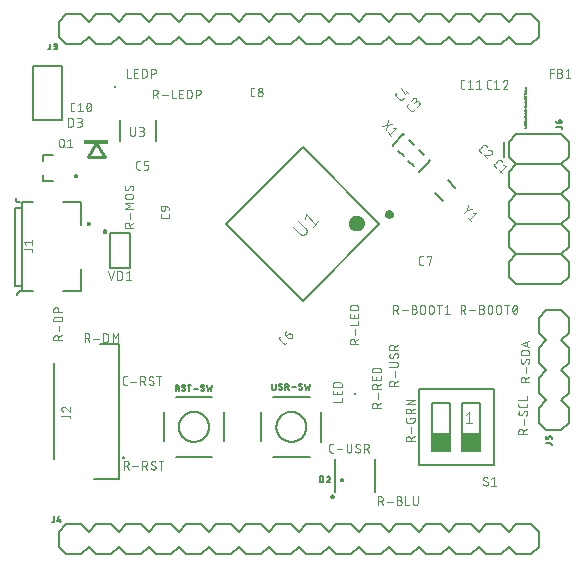
<source format=gbr>
G04 EAGLE Gerber RS-274X export*
G75*
%MOMM*%
%FSLAX34Y34*%
%LPD*%
%INSilkscreen Top*%
%IPPOS*%
%AMOC8*
5,1,8,0,0,1.08239X$1,22.5*%
G01*
%ADD10C,0.200000*%
%ADD11C,0.360550*%
%ADD12C,0.076200*%
%ADD13C,0.127000*%
%ADD14C,0.101600*%
%ADD15C,0.152400*%
%ADD16C,0.203200*%
%ADD17R,0.200000X0.200000*%
%ADD18R,1.524000X1.524000*%
%ADD19C,0.254000*%
%ADD20R,2.100000X0.300000*%
%ADD21C,0.000000*%


D10*
X53900Y307375D02*
X53900Y288375D01*
X53900Y251375D02*
X53900Y232375D01*
X38400Y232375D01*
X12900Y232375D02*
X3900Y232375D01*
X3900Y307375D01*
X12900Y307375D01*
X38400Y307375D02*
X53900Y307375D01*
X2400Y307375D02*
X2280Y307369D01*
X2159Y307367D01*
X2039Y307369D01*
X1918Y307374D01*
X1798Y307383D01*
X1679Y307397D01*
X1559Y307414D01*
X1441Y307435D01*
X1323Y307459D01*
X1206Y307488D01*
X1090Y307520D01*
X975Y307556D01*
X861Y307595D01*
X748Y307638D01*
X637Y307685D01*
X528Y307735D01*
X420Y307789D01*
X314Y307846D01*
X210Y307907D01*
X108Y307970D01*
X8Y308038D01*
X-90Y308108D01*
X-186Y308181D01*
X-279Y308258D01*
X-370Y308337D01*
X-458Y308419D01*
X-543Y308504D01*
X-626Y308592D01*
X-706Y308682D01*
X-782Y308775D01*
X-856Y308870D01*
X-927Y308967D01*
X-994Y309067D01*
X-1059Y309169D01*
X-1120Y309273D01*
X-1178Y309379D01*
X-1232Y309486D01*
X-1283Y309595D01*
X-1330Y309706D01*
X-1374Y309818D01*
X-1414Y309932D01*
X-1450Y310047D01*
X-1483Y310163D01*
X-1512Y310280D01*
X-1537Y310398D01*
X-1558Y310516D01*
X-1576Y310635D01*
X-1590Y310755D01*
X-1600Y310875D01*
X3400Y232375D02*
X3280Y232381D01*
X3159Y232383D01*
X3039Y232381D01*
X2918Y232376D01*
X2798Y232367D01*
X2679Y232353D01*
X2559Y232336D01*
X2441Y232315D01*
X2323Y232291D01*
X2206Y232262D01*
X2090Y232230D01*
X1975Y232194D01*
X1861Y232155D01*
X1748Y232112D01*
X1637Y232065D01*
X1528Y232015D01*
X1420Y231961D01*
X1314Y231904D01*
X1210Y231843D01*
X1108Y231780D01*
X1008Y231712D01*
X910Y231642D01*
X814Y231569D01*
X721Y231492D01*
X630Y231413D01*
X542Y231331D01*
X457Y231246D01*
X374Y231158D01*
X294Y231068D01*
X218Y230975D01*
X144Y230880D01*
X73Y230783D01*
X6Y230683D01*
X-59Y230581D01*
X-120Y230477D01*
X-178Y230371D01*
X-232Y230264D01*
X-283Y230155D01*
X-330Y230044D01*
X-374Y229932D01*
X-414Y229818D01*
X-450Y229703D01*
X-483Y229587D01*
X-512Y229470D01*
X-537Y229352D01*
X-558Y229234D01*
X-576Y229115D01*
X-590Y228995D01*
X-600Y228875D01*
X-2100Y302875D02*
X3400Y302875D01*
X-2100Y302875D02*
X-2100Y236875D01*
X3400Y236875D01*
D11*
X60400Y288875D03*
D12*
X10817Y268233D02*
X5087Y268233D01*
X10817Y268233D02*
X10895Y268231D01*
X10973Y268226D01*
X11050Y268216D01*
X11127Y268203D01*
X11203Y268187D01*
X11278Y268167D01*
X11352Y268143D01*
X11425Y268116D01*
X11497Y268085D01*
X11567Y268051D01*
X11636Y268014D01*
X11702Y267973D01*
X11767Y267929D01*
X11829Y267883D01*
X11889Y267833D01*
X11947Y267781D01*
X12002Y267726D01*
X12054Y267668D01*
X12104Y267608D01*
X12150Y267546D01*
X12194Y267481D01*
X12235Y267415D01*
X12272Y267346D01*
X12306Y267276D01*
X12337Y267204D01*
X12364Y267131D01*
X12388Y267057D01*
X12408Y266982D01*
X12424Y266906D01*
X12437Y266829D01*
X12447Y266752D01*
X12452Y266674D01*
X12454Y266596D01*
X12453Y266596D02*
X12453Y265777D01*
X6724Y271667D02*
X5087Y273713D01*
X12453Y273713D01*
X12453Y271667D02*
X12453Y275759D01*
D13*
X241300Y223871D02*
X306354Y288925D01*
X241300Y223871D02*
X176246Y288925D01*
X241300Y353979D01*
X306354Y288925D01*
X281431Y289632D02*
X281433Y289785D01*
X281439Y289937D01*
X281449Y290089D01*
X281463Y290242D01*
X281481Y290393D01*
X281503Y290544D01*
X281529Y290695D01*
X281558Y290844D01*
X281592Y290993D01*
X281630Y291141D01*
X281671Y291288D01*
X281716Y291434D01*
X281765Y291578D01*
X281818Y291722D01*
X281875Y291863D01*
X281935Y292004D01*
X281999Y292142D01*
X282067Y292279D01*
X282138Y292414D01*
X282212Y292547D01*
X282290Y292679D01*
X282372Y292808D01*
X282457Y292935D01*
X282545Y293059D01*
X282636Y293182D01*
X282730Y293302D01*
X282828Y293419D01*
X282929Y293534D01*
X283032Y293646D01*
X283139Y293755D01*
X283248Y293862D01*
X283360Y293965D01*
X283475Y294066D01*
X283592Y294164D01*
X283712Y294258D01*
X283835Y294349D01*
X283959Y294437D01*
X284086Y294522D01*
X284215Y294604D01*
X284346Y294682D01*
X284480Y294756D01*
X284615Y294827D01*
X284752Y294895D01*
X284890Y294959D01*
X285031Y295019D01*
X285172Y295076D01*
X285316Y295129D01*
X285460Y295178D01*
X285606Y295223D01*
X285753Y295264D01*
X285901Y295302D01*
X286050Y295336D01*
X286199Y295365D01*
X286350Y295391D01*
X286501Y295413D01*
X286652Y295431D01*
X286805Y295445D01*
X286957Y295455D01*
X287109Y295461D01*
X287262Y295463D01*
X287415Y295461D01*
X287567Y295455D01*
X287719Y295445D01*
X287872Y295431D01*
X288023Y295413D01*
X288174Y295391D01*
X288325Y295365D01*
X288474Y295336D01*
X288623Y295302D01*
X288771Y295264D01*
X288918Y295223D01*
X289064Y295178D01*
X289208Y295129D01*
X289352Y295076D01*
X289493Y295019D01*
X289634Y294959D01*
X289772Y294895D01*
X289909Y294827D01*
X290044Y294756D01*
X290177Y294682D01*
X290309Y294604D01*
X290438Y294522D01*
X290565Y294437D01*
X290689Y294349D01*
X290812Y294258D01*
X290932Y294164D01*
X291049Y294066D01*
X291164Y293965D01*
X291276Y293862D01*
X291385Y293755D01*
X291492Y293646D01*
X291595Y293534D01*
X291696Y293419D01*
X291794Y293302D01*
X291888Y293182D01*
X291979Y293059D01*
X292067Y292935D01*
X292152Y292808D01*
X292234Y292679D01*
X292312Y292548D01*
X292386Y292414D01*
X292457Y292279D01*
X292525Y292142D01*
X292589Y292004D01*
X292649Y291863D01*
X292706Y291722D01*
X292759Y291578D01*
X292808Y291434D01*
X292853Y291288D01*
X292894Y291141D01*
X292932Y290993D01*
X292966Y290844D01*
X292995Y290695D01*
X293021Y290544D01*
X293043Y290393D01*
X293061Y290242D01*
X293075Y290089D01*
X293085Y289937D01*
X293091Y289785D01*
X293093Y289632D01*
X293091Y289479D01*
X293085Y289327D01*
X293075Y289175D01*
X293061Y289022D01*
X293043Y288871D01*
X293021Y288720D01*
X292995Y288569D01*
X292966Y288420D01*
X292932Y288271D01*
X292894Y288123D01*
X292853Y287976D01*
X292808Y287830D01*
X292759Y287686D01*
X292706Y287542D01*
X292649Y287401D01*
X292589Y287260D01*
X292525Y287122D01*
X292457Y286985D01*
X292386Y286850D01*
X292312Y286717D01*
X292234Y286585D01*
X292152Y286456D01*
X292067Y286329D01*
X291979Y286205D01*
X291888Y286082D01*
X291794Y285962D01*
X291696Y285845D01*
X291595Y285730D01*
X291492Y285618D01*
X291385Y285509D01*
X291276Y285402D01*
X291164Y285299D01*
X291049Y285198D01*
X290932Y285100D01*
X290812Y285006D01*
X290689Y284915D01*
X290565Y284827D01*
X290438Y284742D01*
X290309Y284660D01*
X290178Y284582D01*
X290044Y284508D01*
X289909Y284437D01*
X289772Y284369D01*
X289634Y284305D01*
X289493Y284245D01*
X289352Y284188D01*
X289208Y284135D01*
X289064Y284086D01*
X288918Y284041D01*
X288771Y284000D01*
X288623Y283962D01*
X288474Y283928D01*
X288325Y283899D01*
X288174Y283873D01*
X288023Y283851D01*
X287872Y283833D01*
X287719Y283819D01*
X287567Y283809D01*
X287415Y283803D01*
X287262Y283801D01*
X287109Y283803D01*
X286957Y283809D01*
X286805Y283819D01*
X286652Y283833D01*
X286501Y283851D01*
X286350Y283873D01*
X286199Y283899D01*
X286050Y283928D01*
X285901Y283962D01*
X285753Y284000D01*
X285606Y284041D01*
X285460Y284086D01*
X285316Y284135D01*
X285172Y284188D01*
X285031Y284245D01*
X284890Y284305D01*
X284752Y284369D01*
X284615Y284437D01*
X284480Y284508D01*
X284347Y284582D01*
X284215Y284660D01*
X284086Y284742D01*
X283959Y284827D01*
X283835Y284915D01*
X283712Y285006D01*
X283592Y285100D01*
X283475Y285198D01*
X283360Y285299D01*
X283248Y285402D01*
X283139Y285509D01*
X283032Y285618D01*
X282929Y285730D01*
X282828Y285845D01*
X282730Y285962D01*
X282636Y286082D01*
X282545Y286205D01*
X282457Y286329D01*
X282372Y286456D01*
X282290Y286585D01*
X282212Y286716D01*
X282138Y286850D01*
X282067Y286985D01*
X281999Y287122D01*
X281935Y287260D01*
X281875Y287401D01*
X281818Y287542D01*
X281765Y287686D01*
X281716Y287830D01*
X281671Y287976D01*
X281630Y288123D01*
X281592Y288271D01*
X281558Y288420D01*
X281529Y288569D01*
X281503Y288720D01*
X281481Y288871D01*
X281463Y289022D01*
X281449Y289175D01*
X281439Y289327D01*
X281433Y289479D01*
X281431Y289632D01*
X281605Y289632D02*
X281607Y289782D01*
X281613Y289932D01*
X281623Y290081D01*
X281637Y290231D01*
X281655Y290380D01*
X281676Y290528D01*
X281702Y290676D01*
X281732Y290823D01*
X281765Y290969D01*
X281803Y291114D01*
X281844Y291258D01*
X281889Y291401D01*
X281938Y291543D01*
X281990Y291684D01*
X282046Y291823D01*
X282106Y291960D01*
X282170Y292096D01*
X282237Y292230D01*
X282308Y292363D01*
X282382Y292493D01*
X282459Y292621D01*
X282540Y292748D01*
X282624Y292872D01*
X282712Y292993D01*
X282803Y293113D01*
X282897Y293230D01*
X282993Y293344D01*
X283093Y293456D01*
X283196Y293565D01*
X283302Y293672D01*
X283410Y293775D01*
X283522Y293876D01*
X283635Y293974D01*
X283752Y294068D01*
X283871Y294160D01*
X283992Y294248D01*
X284115Y294333D01*
X284241Y294415D01*
X284369Y294493D01*
X284499Y294568D01*
X284631Y294640D01*
X284764Y294708D01*
X284900Y294772D01*
X285037Y294833D01*
X285175Y294890D01*
X285315Y294944D01*
X285457Y294993D01*
X285600Y295039D01*
X285744Y295081D01*
X285889Y295120D01*
X286035Y295154D01*
X286181Y295185D01*
X286329Y295212D01*
X286477Y295234D01*
X286626Y295253D01*
X286775Y295268D01*
X286925Y295279D01*
X287075Y295286D01*
X287225Y295289D01*
X287374Y295288D01*
X287524Y295283D01*
X287674Y295274D01*
X287823Y295261D01*
X287972Y295244D01*
X288121Y295223D01*
X288269Y295199D01*
X288416Y295170D01*
X288563Y295137D01*
X288708Y295101D01*
X288852Y295061D01*
X288996Y295017D01*
X289138Y294969D01*
X289279Y294917D01*
X289418Y294862D01*
X289556Y294803D01*
X289692Y294740D01*
X289827Y294674D01*
X289960Y294604D01*
X290090Y294531D01*
X290219Y294454D01*
X290346Y294374D01*
X290471Y294291D01*
X290593Y294204D01*
X290713Y294114D01*
X290831Y294021D01*
X290946Y293925D01*
X291058Y293826D01*
X291168Y293724D01*
X291275Y293619D01*
X291380Y293511D01*
X291481Y293401D01*
X291579Y293287D01*
X291675Y293172D01*
X291767Y293053D01*
X291856Y292933D01*
X291942Y292810D01*
X292025Y292685D01*
X292104Y292557D01*
X292180Y292428D01*
X292252Y292297D01*
X292321Y292163D01*
X292386Y292028D01*
X292448Y291892D01*
X292506Y291753D01*
X292561Y291614D01*
X292611Y291473D01*
X292658Y291330D01*
X292701Y291186D01*
X292741Y291042D01*
X292776Y290896D01*
X292808Y290749D01*
X292835Y290602D01*
X292859Y290454D01*
X292879Y290305D01*
X292895Y290156D01*
X292907Y290007D01*
X292915Y289857D01*
X292919Y289707D01*
X292919Y289557D01*
X292915Y289407D01*
X292907Y289257D01*
X292895Y289108D01*
X292879Y288959D01*
X292859Y288810D01*
X292835Y288662D01*
X292808Y288515D01*
X292776Y288368D01*
X292741Y288222D01*
X292701Y288078D01*
X292658Y287934D01*
X292611Y287791D01*
X292561Y287650D01*
X292506Y287511D01*
X292448Y287372D01*
X292386Y287236D01*
X292321Y287101D01*
X292252Y286967D01*
X292180Y286836D01*
X292104Y286707D01*
X292025Y286579D01*
X291942Y286454D01*
X291856Y286331D01*
X291767Y286211D01*
X291675Y286092D01*
X291579Y285977D01*
X291481Y285863D01*
X291380Y285753D01*
X291275Y285645D01*
X291168Y285540D01*
X291058Y285438D01*
X290946Y285339D01*
X290831Y285243D01*
X290713Y285150D01*
X290593Y285060D01*
X290471Y284973D01*
X290346Y284890D01*
X290219Y284810D01*
X290091Y284733D01*
X289960Y284660D01*
X289827Y284590D01*
X289692Y284524D01*
X289556Y284461D01*
X289418Y284402D01*
X289279Y284347D01*
X289138Y284295D01*
X288996Y284247D01*
X288852Y284203D01*
X288708Y284163D01*
X288563Y284127D01*
X288416Y284094D01*
X288269Y284065D01*
X288121Y284041D01*
X287972Y284020D01*
X287823Y284003D01*
X287674Y283990D01*
X287524Y283981D01*
X287374Y283976D01*
X287225Y283975D01*
X287075Y283978D01*
X286925Y283985D01*
X286775Y283996D01*
X286626Y284011D01*
X286477Y284030D01*
X286329Y284052D01*
X286181Y284079D01*
X286035Y284110D01*
X285889Y284144D01*
X285744Y284183D01*
X285600Y284225D01*
X285457Y284271D01*
X285315Y284320D01*
X285175Y284374D01*
X285037Y284431D01*
X284900Y284492D01*
X284764Y284556D01*
X284631Y284624D01*
X284499Y284696D01*
X284369Y284771D01*
X284241Y284849D01*
X284115Y284931D01*
X283992Y285016D01*
X283871Y285104D01*
X283752Y285196D01*
X283635Y285290D01*
X283522Y285388D01*
X283410Y285489D01*
X283302Y285592D01*
X283196Y285699D01*
X283093Y285808D01*
X282993Y285920D01*
X282897Y286034D01*
X282803Y286151D01*
X282712Y286271D01*
X282624Y286392D01*
X282540Y286516D01*
X282459Y286643D01*
X282382Y286771D01*
X282308Y286901D01*
X282237Y287034D01*
X282170Y287168D01*
X282106Y287304D01*
X282046Y287441D01*
X281990Y287580D01*
X281938Y287721D01*
X281889Y287863D01*
X281844Y288006D01*
X281803Y288150D01*
X281765Y288295D01*
X281732Y288441D01*
X281702Y288588D01*
X281676Y288736D01*
X281655Y288884D01*
X281637Y289033D01*
X281623Y289183D01*
X281613Y289332D01*
X281607Y289482D01*
X281605Y289632D01*
X282262Y289632D02*
X282264Y289773D01*
X282270Y289914D01*
X282280Y290054D01*
X282294Y290194D01*
X282312Y290334D01*
X282333Y290473D01*
X282359Y290612D01*
X282388Y290750D01*
X282422Y290886D01*
X282459Y291022D01*
X282500Y291157D01*
X282545Y291291D01*
X282594Y291423D01*
X282646Y291554D01*
X282702Y291683D01*
X282762Y291810D01*
X282825Y291936D01*
X282891Y292060D01*
X282962Y292183D01*
X283035Y292303D01*
X283112Y292421D01*
X283192Y292537D01*
X283276Y292650D01*
X283362Y292761D01*
X283452Y292870D01*
X283545Y292976D01*
X283640Y293079D01*
X283739Y293180D01*
X283840Y293278D01*
X283944Y293373D01*
X284051Y293465D01*
X284160Y293554D01*
X284272Y293639D01*
X284386Y293722D01*
X284502Y293802D01*
X284621Y293878D01*
X284742Y293950D01*
X284864Y294020D01*
X284989Y294085D01*
X285115Y294148D01*
X285243Y294206D01*
X285373Y294261D01*
X285504Y294313D01*
X285637Y294360D01*
X285771Y294404D01*
X285906Y294445D01*
X286042Y294481D01*
X286179Y294513D01*
X286317Y294542D01*
X286455Y294567D01*
X286595Y294587D01*
X286735Y294604D01*
X286875Y294617D01*
X287016Y294626D01*
X287156Y294631D01*
X287297Y294632D01*
X287438Y294629D01*
X287579Y294622D01*
X287719Y294611D01*
X287859Y294596D01*
X287999Y294577D01*
X288138Y294555D01*
X288276Y294528D01*
X288414Y294498D01*
X288550Y294463D01*
X288686Y294425D01*
X288820Y294383D01*
X288954Y294337D01*
X289086Y294288D01*
X289216Y294234D01*
X289345Y294177D01*
X289472Y294117D01*
X289598Y294053D01*
X289721Y293985D01*
X289843Y293914D01*
X289963Y293840D01*
X290080Y293762D01*
X290195Y293681D01*
X290308Y293597D01*
X290419Y293510D01*
X290527Y293419D01*
X290632Y293326D01*
X290735Y293229D01*
X290835Y293130D01*
X290932Y293028D01*
X291026Y292923D01*
X291117Y292816D01*
X291205Y292706D01*
X291290Y292594D01*
X291372Y292479D01*
X291451Y292362D01*
X291526Y292243D01*
X291598Y292122D01*
X291666Y291999D01*
X291731Y291874D01*
X291793Y291747D01*
X291850Y291618D01*
X291905Y291488D01*
X291955Y291357D01*
X292002Y291224D01*
X292045Y291090D01*
X292084Y290954D01*
X292119Y290818D01*
X292151Y290681D01*
X292178Y290543D01*
X292202Y290404D01*
X292222Y290264D01*
X292238Y290124D01*
X292250Y289984D01*
X292258Y289843D01*
X292262Y289702D01*
X292262Y289562D01*
X292258Y289421D01*
X292250Y289280D01*
X292238Y289140D01*
X292222Y289000D01*
X292202Y288860D01*
X292178Y288721D01*
X292151Y288583D01*
X292119Y288446D01*
X292084Y288310D01*
X292045Y288174D01*
X292002Y288040D01*
X291955Y287907D01*
X291905Y287776D01*
X291850Y287646D01*
X291793Y287517D01*
X291731Y287390D01*
X291666Y287265D01*
X291598Y287142D01*
X291526Y287021D01*
X291451Y286902D01*
X291372Y286785D01*
X291290Y286670D01*
X291205Y286558D01*
X291117Y286448D01*
X291026Y286341D01*
X290932Y286236D01*
X290835Y286134D01*
X290735Y286035D01*
X290632Y285938D01*
X290527Y285845D01*
X290419Y285754D01*
X290308Y285667D01*
X290195Y285583D01*
X290080Y285502D01*
X289963Y285424D01*
X289843Y285350D01*
X289721Y285279D01*
X289598Y285211D01*
X289472Y285147D01*
X289345Y285087D01*
X289216Y285030D01*
X289086Y284976D01*
X288954Y284927D01*
X288820Y284881D01*
X288686Y284839D01*
X288550Y284801D01*
X288414Y284766D01*
X288276Y284736D01*
X288138Y284709D01*
X287999Y284687D01*
X287859Y284668D01*
X287719Y284653D01*
X287579Y284642D01*
X287438Y284635D01*
X287297Y284632D01*
X287156Y284633D01*
X287016Y284638D01*
X286875Y284647D01*
X286735Y284660D01*
X286595Y284677D01*
X286455Y284697D01*
X286317Y284722D01*
X286179Y284751D01*
X286042Y284783D01*
X285906Y284819D01*
X285771Y284860D01*
X285637Y284904D01*
X285504Y284951D01*
X285373Y285003D01*
X285243Y285058D01*
X285115Y285116D01*
X284989Y285179D01*
X284864Y285244D01*
X284742Y285314D01*
X284621Y285386D01*
X284502Y285462D01*
X284386Y285542D01*
X284272Y285625D01*
X284160Y285710D01*
X284051Y285799D01*
X283944Y285891D01*
X283840Y285986D01*
X283739Y286084D01*
X283640Y286185D01*
X283545Y286288D01*
X283452Y286394D01*
X283362Y286503D01*
X283276Y286614D01*
X283192Y286727D01*
X283112Y286843D01*
X283035Y286961D01*
X282962Y287081D01*
X282891Y287204D01*
X282825Y287328D01*
X282762Y287454D01*
X282702Y287581D01*
X282646Y287710D01*
X282594Y287841D01*
X282545Y287973D01*
X282500Y288107D01*
X282459Y288242D01*
X282422Y288378D01*
X282388Y288514D01*
X282359Y288652D01*
X282333Y288791D01*
X282312Y288930D01*
X282294Y289070D01*
X282280Y289210D01*
X282270Y289350D01*
X282264Y289491D01*
X282262Y289632D01*
X283019Y289632D02*
X283021Y289762D01*
X283027Y289892D01*
X283037Y290022D01*
X283051Y290151D01*
X283069Y290280D01*
X283091Y290408D01*
X283116Y290535D01*
X283146Y290662D01*
X283179Y290788D01*
X283217Y290912D01*
X283258Y291036D01*
X283303Y291158D01*
X283351Y291278D01*
X283404Y291397D01*
X283460Y291515D01*
X283519Y291630D01*
X283582Y291744D01*
X283649Y291856D01*
X283718Y291966D01*
X283792Y292073D01*
X283868Y292178D01*
X283948Y292281D01*
X284030Y292381D01*
X284116Y292479D01*
X284205Y292574D01*
X284296Y292667D01*
X284391Y292756D01*
X284488Y292843D01*
X284588Y292926D01*
X284690Y293006D01*
X284794Y293084D01*
X284901Y293158D01*
X285010Y293228D01*
X285122Y293296D01*
X285235Y293360D01*
X285350Y293420D01*
X285467Y293477D01*
X285586Y293530D01*
X285706Y293579D01*
X285828Y293625D01*
X285951Y293667D01*
X286075Y293706D01*
X286201Y293740D01*
X286327Y293771D01*
X286454Y293797D01*
X286582Y293820D01*
X286711Y293839D01*
X286840Y293854D01*
X286970Y293865D01*
X287099Y293872D01*
X287229Y293875D01*
X287360Y293874D01*
X287489Y293869D01*
X287619Y293860D01*
X287749Y293847D01*
X287878Y293830D01*
X288006Y293809D01*
X288134Y293785D01*
X288260Y293756D01*
X288386Y293723D01*
X288511Y293687D01*
X288635Y293647D01*
X288757Y293603D01*
X288878Y293555D01*
X288998Y293504D01*
X289116Y293449D01*
X289232Y293390D01*
X289346Y293328D01*
X289458Y293262D01*
X289568Y293193D01*
X289676Y293121D01*
X289782Y293045D01*
X289886Y292967D01*
X289987Y292885D01*
X290085Y292800D01*
X290181Y292712D01*
X290274Y292621D01*
X290364Y292527D01*
X290451Y292431D01*
X290535Y292332D01*
X290617Y292230D01*
X290695Y292126D01*
X290769Y292020D01*
X290841Y291911D01*
X290909Y291800D01*
X290974Y291687D01*
X291035Y291573D01*
X291093Y291456D01*
X291147Y291338D01*
X291197Y291218D01*
X291244Y291097D01*
X291287Y290974D01*
X291326Y290850D01*
X291362Y290725D01*
X291393Y290599D01*
X291421Y290472D01*
X291445Y290344D01*
X291465Y290215D01*
X291481Y290086D01*
X291493Y289957D01*
X291501Y289827D01*
X291505Y289697D01*
X291505Y289567D01*
X291501Y289437D01*
X291493Y289307D01*
X291481Y289178D01*
X291465Y289049D01*
X291445Y288920D01*
X291421Y288792D01*
X291393Y288665D01*
X291362Y288539D01*
X291326Y288414D01*
X291287Y288290D01*
X291244Y288167D01*
X291197Y288046D01*
X291147Y287926D01*
X291093Y287808D01*
X291035Y287691D01*
X290974Y287577D01*
X290909Y287464D01*
X290841Y287353D01*
X290769Y287244D01*
X290695Y287138D01*
X290617Y287034D01*
X290535Y286932D01*
X290451Y286833D01*
X290364Y286737D01*
X290274Y286643D01*
X290181Y286552D01*
X290085Y286464D01*
X289987Y286379D01*
X289886Y286297D01*
X289782Y286219D01*
X289676Y286143D01*
X289568Y286071D01*
X289458Y286002D01*
X289346Y285936D01*
X289232Y285874D01*
X289116Y285815D01*
X288998Y285760D01*
X288878Y285709D01*
X288757Y285661D01*
X288635Y285617D01*
X288511Y285577D01*
X288386Y285541D01*
X288260Y285508D01*
X288134Y285479D01*
X288006Y285455D01*
X287878Y285434D01*
X287749Y285417D01*
X287619Y285404D01*
X287489Y285395D01*
X287360Y285390D01*
X287229Y285389D01*
X287099Y285392D01*
X286970Y285399D01*
X286840Y285410D01*
X286711Y285425D01*
X286582Y285444D01*
X286454Y285467D01*
X286327Y285493D01*
X286201Y285524D01*
X286075Y285558D01*
X285951Y285597D01*
X285828Y285639D01*
X285706Y285685D01*
X285586Y285734D01*
X285467Y285787D01*
X285350Y285844D01*
X285235Y285904D01*
X285122Y285968D01*
X285010Y286036D01*
X284901Y286106D01*
X284794Y286180D01*
X284690Y286258D01*
X284588Y286338D01*
X284488Y286421D01*
X284391Y286508D01*
X284296Y286597D01*
X284205Y286690D01*
X284116Y286785D01*
X284030Y286883D01*
X283948Y286983D01*
X283868Y287086D01*
X283792Y287191D01*
X283718Y287298D01*
X283649Y287408D01*
X283582Y287520D01*
X283519Y287634D01*
X283460Y287749D01*
X283404Y287867D01*
X283351Y287986D01*
X283303Y288106D01*
X283258Y288228D01*
X283217Y288352D01*
X283179Y288476D01*
X283146Y288602D01*
X283116Y288729D01*
X283091Y288856D01*
X283069Y288984D01*
X283051Y289113D01*
X283037Y289242D01*
X283027Y289372D01*
X283021Y289502D01*
X283019Y289632D01*
X284434Y289632D02*
X284436Y289738D01*
X284442Y289843D01*
X284452Y289949D01*
X284466Y290053D01*
X284483Y290158D01*
X284505Y290261D01*
X284530Y290364D01*
X284560Y290466D01*
X284593Y290566D01*
X284629Y290665D01*
X284670Y290763D01*
X284714Y290859D01*
X284762Y290953D01*
X284813Y291046D01*
X284867Y291137D01*
X284925Y291225D01*
X284987Y291311D01*
X285051Y291395D01*
X285118Y291477D01*
X285189Y291556D01*
X285262Y291632D01*
X285338Y291705D01*
X285417Y291776D01*
X285499Y291843D01*
X285583Y291907D01*
X285669Y291969D01*
X285757Y292027D01*
X285848Y292081D01*
X285941Y292132D01*
X286035Y292180D01*
X286131Y292224D01*
X286229Y292265D01*
X286328Y292301D01*
X286428Y292334D01*
X286530Y292364D01*
X286633Y292389D01*
X286736Y292411D01*
X286841Y292428D01*
X286945Y292442D01*
X287051Y292452D01*
X287156Y292458D01*
X287262Y292460D01*
X287368Y292458D01*
X287473Y292452D01*
X287579Y292442D01*
X287683Y292428D01*
X287788Y292411D01*
X287891Y292389D01*
X287994Y292364D01*
X288096Y292334D01*
X288196Y292301D01*
X288295Y292265D01*
X288393Y292224D01*
X288489Y292180D01*
X288583Y292132D01*
X288676Y292081D01*
X288767Y292027D01*
X288855Y291969D01*
X288941Y291907D01*
X289025Y291843D01*
X289107Y291776D01*
X289186Y291705D01*
X289262Y291632D01*
X289335Y291556D01*
X289406Y291477D01*
X289473Y291395D01*
X289537Y291311D01*
X289599Y291225D01*
X289657Y291137D01*
X289711Y291046D01*
X289762Y290953D01*
X289810Y290859D01*
X289854Y290763D01*
X289895Y290665D01*
X289931Y290566D01*
X289964Y290466D01*
X289994Y290364D01*
X290019Y290261D01*
X290041Y290158D01*
X290058Y290053D01*
X290072Y289949D01*
X290082Y289843D01*
X290088Y289738D01*
X290090Y289632D01*
X290088Y289526D01*
X290082Y289421D01*
X290072Y289315D01*
X290058Y289211D01*
X290041Y289106D01*
X290019Y289003D01*
X289994Y288900D01*
X289964Y288798D01*
X289931Y288698D01*
X289895Y288599D01*
X289854Y288501D01*
X289810Y288405D01*
X289762Y288311D01*
X289711Y288218D01*
X289657Y288127D01*
X289599Y288039D01*
X289537Y287953D01*
X289473Y287869D01*
X289406Y287787D01*
X289335Y287708D01*
X289262Y287632D01*
X289186Y287559D01*
X289107Y287488D01*
X289025Y287421D01*
X288941Y287357D01*
X288855Y287295D01*
X288767Y287237D01*
X288676Y287183D01*
X288583Y287132D01*
X288489Y287084D01*
X288393Y287040D01*
X288295Y286999D01*
X288196Y286963D01*
X288096Y286930D01*
X287994Y286900D01*
X287891Y286875D01*
X287788Y286853D01*
X287683Y286836D01*
X287579Y286822D01*
X287473Y286812D01*
X287368Y286806D01*
X287262Y286804D01*
X287156Y286806D01*
X287051Y286812D01*
X286945Y286822D01*
X286841Y286836D01*
X286736Y286853D01*
X286633Y286875D01*
X286530Y286900D01*
X286428Y286930D01*
X286328Y286963D01*
X286229Y286999D01*
X286131Y287040D01*
X286035Y287084D01*
X285941Y287132D01*
X285848Y287183D01*
X285757Y287237D01*
X285669Y287295D01*
X285583Y287357D01*
X285499Y287421D01*
X285417Y287488D01*
X285338Y287559D01*
X285262Y287632D01*
X285189Y287708D01*
X285118Y287787D01*
X285051Y287869D01*
X284987Y287953D01*
X284925Y288039D01*
X284867Y288127D01*
X284813Y288218D01*
X284762Y288311D01*
X284714Y288405D01*
X284670Y288501D01*
X284629Y288599D01*
X284593Y288698D01*
X284560Y288798D01*
X284530Y288900D01*
X284505Y289003D01*
X284483Y289106D01*
X284466Y289211D01*
X284452Y289315D01*
X284442Y289421D01*
X284436Y289526D01*
X284434Y289632D01*
X283656Y289632D02*
X283658Y289752D01*
X283664Y289872D01*
X283674Y289991D01*
X283688Y290110D01*
X283706Y290229D01*
X283727Y290347D01*
X283753Y290464D01*
X283783Y290580D01*
X283816Y290695D01*
X283853Y290809D01*
X283894Y290921D01*
X283939Y291033D01*
X283988Y291142D01*
X284040Y291250D01*
X284095Y291357D01*
X284154Y291461D01*
X284217Y291563D01*
X284283Y291663D01*
X284352Y291761D01*
X284424Y291857D01*
X284500Y291950D01*
X284578Y292040D01*
X284660Y292128D01*
X284744Y292213D01*
X284831Y292296D01*
X284921Y292375D01*
X285014Y292451D01*
X285109Y292524D01*
X285206Y292594D01*
X285306Y292661D01*
X285407Y292724D01*
X285511Y292784D01*
X285617Y292841D01*
X285724Y292894D01*
X285834Y292943D01*
X285945Y292989D01*
X286057Y293031D01*
X286171Y293069D01*
X286285Y293103D01*
X286401Y293134D01*
X286518Y293160D01*
X286636Y293183D01*
X286754Y293202D01*
X286873Y293217D01*
X286993Y293228D01*
X287112Y293235D01*
X287232Y293238D01*
X287352Y293237D01*
X287472Y293232D01*
X287591Y293223D01*
X287710Y293210D01*
X287829Y293193D01*
X287947Y293172D01*
X288064Y293148D01*
X288181Y293119D01*
X288296Y293087D01*
X288410Y293050D01*
X288523Y293010D01*
X288635Y292966D01*
X288745Y292919D01*
X288854Y292868D01*
X288960Y292813D01*
X289065Y292755D01*
X289168Y292693D01*
X289269Y292628D01*
X289367Y292560D01*
X289463Y292488D01*
X289557Y292414D01*
X289648Y292336D01*
X289737Y292255D01*
X289822Y292171D01*
X289905Y292085D01*
X289985Y291995D01*
X290063Y291904D01*
X290136Y291809D01*
X290207Y291713D01*
X290275Y291614D01*
X290339Y291512D01*
X290400Y291409D01*
X290457Y291304D01*
X290511Y291197D01*
X290561Y291088D01*
X290608Y290977D01*
X290651Y290865D01*
X290690Y290752D01*
X290725Y290637D01*
X290756Y290522D01*
X290784Y290405D01*
X290808Y290288D01*
X290828Y290169D01*
X290844Y290051D01*
X290856Y289931D01*
X290864Y289812D01*
X290868Y289692D01*
X290868Y289572D01*
X290864Y289452D01*
X290856Y289333D01*
X290844Y289213D01*
X290828Y289095D01*
X290808Y288976D01*
X290784Y288859D01*
X290756Y288742D01*
X290725Y288627D01*
X290690Y288512D01*
X290651Y288399D01*
X290608Y288287D01*
X290561Y288176D01*
X290511Y288067D01*
X290457Y287960D01*
X290400Y287855D01*
X290339Y287752D01*
X290275Y287650D01*
X290207Y287551D01*
X290136Y287455D01*
X290063Y287360D01*
X289985Y287269D01*
X289905Y287179D01*
X289822Y287093D01*
X289737Y287009D01*
X289648Y286928D01*
X289557Y286850D01*
X289463Y286776D01*
X289367Y286704D01*
X289269Y286636D01*
X289168Y286571D01*
X289065Y286509D01*
X288960Y286451D01*
X288854Y286396D01*
X288745Y286345D01*
X288635Y286298D01*
X288523Y286254D01*
X288410Y286214D01*
X288296Y286177D01*
X288181Y286145D01*
X288064Y286116D01*
X287947Y286092D01*
X287829Y286071D01*
X287710Y286054D01*
X287591Y286041D01*
X287472Y286032D01*
X287352Y286027D01*
X287232Y286026D01*
X287112Y286029D01*
X286993Y286036D01*
X286873Y286047D01*
X286754Y286062D01*
X286636Y286081D01*
X286518Y286104D01*
X286401Y286130D01*
X286285Y286161D01*
X286171Y286195D01*
X286057Y286233D01*
X285945Y286275D01*
X285834Y286321D01*
X285724Y286370D01*
X285617Y286423D01*
X285511Y286480D01*
X285407Y286540D01*
X285306Y286603D01*
X285206Y286670D01*
X285109Y286740D01*
X285014Y286813D01*
X284921Y286889D01*
X284831Y286968D01*
X284744Y287051D01*
X284660Y287136D01*
X284578Y287224D01*
X284500Y287314D01*
X284424Y287407D01*
X284352Y287503D01*
X284283Y287601D01*
X284217Y287701D01*
X284154Y287803D01*
X284095Y287907D01*
X284040Y288014D01*
X283988Y288122D01*
X283939Y288231D01*
X283894Y288343D01*
X283853Y288455D01*
X283816Y288569D01*
X283783Y288684D01*
X283753Y288800D01*
X283727Y288917D01*
X283706Y289035D01*
X283688Y289154D01*
X283674Y289273D01*
X283664Y289392D01*
X283658Y289512D01*
X283656Y289632D01*
X285848Y289632D02*
X285850Y289707D01*
X285856Y289781D01*
X285866Y289855D01*
X285879Y289928D01*
X285897Y290001D01*
X285918Y290072D01*
X285943Y290143D01*
X285972Y290212D01*
X286005Y290279D01*
X286041Y290344D01*
X286080Y290408D01*
X286122Y290469D01*
X286168Y290528D01*
X286217Y290585D01*
X286269Y290638D01*
X286323Y290689D01*
X286380Y290738D01*
X286440Y290782D01*
X286502Y290824D01*
X286566Y290863D01*
X286632Y290898D01*
X286699Y290929D01*
X286769Y290957D01*
X286839Y290981D01*
X286911Y291002D01*
X286984Y291018D01*
X287057Y291031D01*
X287132Y291040D01*
X287206Y291045D01*
X287281Y291046D01*
X287355Y291043D01*
X287430Y291036D01*
X287503Y291025D01*
X287577Y291011D01*
X287649Y290992D01*
X287720Y290970D01*
X287790Y290944D01*
X287859Y290914D01*
X287925Y290881D01*
X287990Y290844D01*
X288053Y290804D01*
X288114Y290760D01*
X288172Y290714D01*
X288228Y290664D01*
X288281Y290612D01*
X288332Y290557D01*
X288379Y290499D01*
X288423Y290439D01*
X288464Y290376D01*
X288502Y290312D01*
X288536Y290246D01*
X288567Y290177D01*
X288594Y290108D01*
X288617Y290037D01*
X288636Y289965D01*
X288652Y289892D01*
X288664Y289818D01*
X288672Y289744D01*
X288676Y289669D01*
X288676Y289595D01*
X288672Y289520D01*
X288664Y289446D01*
X288652Y289372D01*
X288636Y289299D01*
X288617Y289227D01*
X288594Y289156D01*
X288567Y289087D01*
X288536Y289018D01*
X288502Y288952D01*
X288464Y288888D01*
X288423Y288825D01*
X288379Y288765D01*
X288332Y288707D01*
X288281Y288652D01*
X288228Y288600D01*
X288172Y288550D01*
X288114Y288504D01*
X288053Y288460D01*
X287990Y288420D01*
X287925Y288383D01*
X287859Y288350D01*
X287790Y288320D01*
X287720Y288294D01*
X287649Y288272D01*
X287577Y288253D01*
X287503Y288239D01*
X287430Y288228D01*
X287355Y288221D01*
X287281Y288218D01*
X287206Y288219D01*
X287132Y288224D01*
X287057Y288233D01*
X286984Y288246D01*
X286911Y288262D01*
X286839Y288283D01*
X286769Y288307D01*
X286699Y288335D01*
X286632Y288366D01*
X286566Y288401D01*
X286502Y288440D01*
X286440Y288482D01*
X286380Y288526D01*
X286323Y288575D01*
X286269Y288626D01*
X286217Y288679D01*
X286168Y288736D01*
X286122Y288795D01*
X286080Y288856D01*
X286041Y288920D01*
X286005Y288985D01*
X285972Y289052D01*
X285943Y289121D01*
X285918Y289192D01*
X285897Y289263D01*
X285879Y289336D01*
X285866Y289409D01*
X285856Y289483D01*
X285850Y289557D01*
X285848Y289632D01*
X285026Y289632D02*
X285028Y289726D01*
X285034Y289820D01*
X285044Y289914D01*
X285058Y290007D01*
X285076Y290100D01*
X285097Y290192D01*
X285123Y290282D01*
X285152Y290372D01*
X285185Y290460D01*
X285222Y290547D01*
X285262Y290632D01*
X285306Y290716D01*
X285354Y290797D01*
X285404Y290877D01*
X285459Y290954D01*
X285516Y291029D01*
X285576Y291101D01*
X285640Y291171D01*
X285706Y291238D01*
X285775Y291302D01*
X285847Y291363D01*
X285921Y291421D01*
X285998Y291476D01*
X286077Y291528D01*
X286158Y291576D01*
X286241Y291621D01*
X286325Y291662D01*
X286412Y291700D01*
X286500Y291734D01*
X286589Y291764D01*
X286679Y291791D01*
X286771Y291813D01*
X286863Y291832D01*
X286957Y291847D01*
X287050Y291858D01*
X287144Y291865D01*
X287238Y291868D01*
X287333Y291867D01*
X287427Y291862D01*
X287521Y291853D01*
X287614Y291840D01*
X287707Y291823D01*
X287799Y291803D01*
X287890Y291778D01*
X287980Y291750D01*
X288068Y291718D01*
X288156Y291682D01*
X288241Y291642D01*
X288325Y291599D01*
X288407Y291553D01*
X288487Y291503D01*
X288565Y291449D01*
X288640Y291393D01*
X288713Y291333D01*
X288784Y291270D01*
X288851Y291205D01*
X288916Y291136D01*
X288978Y291065D01*
X289037Y290992D01*
X289093Y290916D01*
X289145Y290837D01*
X289194Y290757D01*
X289240Y290674D01*
X289282Y290590D01*
X289321Y290504D01*
X289356Y290416D01*
X289387Y290327D01*
X289415Y290237D01*
X289438Y290146D01*
X289458Y290054D01*
X289474Y289961D01*
X289486Y289867D01*
X289494Y289773D01*
X289498Y289679D01*
X289498Y289585D01*
X289494Y289491D01*
X289486Y289397D01*
X289474Y289303D01*
X289458Y289210D01*
X289438Y289118D01*
X289415Y289027D01*
X289387Y288937D01*
X289356Y288848D01*
X289321Y288760D01*
X289282Y288674D01*
X289240Y288590D01*
X289194Y288507D01*
X289145Y288427D01*
X289093Y288348D01*
X289037Y288272D01*
X288978Y288199D01*
X288916Y288128D01*
X288851Y288059D01*
X288784Y287994D01*
X288713Y287931D01*
X288640Y287871D01*
X288565Y287815D01*
X288487Y287761D01*
X288407Y287711D01*
X288325Y287665D01*
X288241Y287622D01*
X288156Y287582D01*
X288068Y287546D01*
X287980Y287514D01*
X287890Y287486D01*
X287799Y287461D01*
X287707Y287441D01*
X287614Y287424D01*
X287521Y287411D01*
X287427Y287402D01*
X287333Y287397D01*
X287238Y287396D01*
X287144Y287399D01*
X287050Y287406D01*
X286957Y287417D01*
X286863Y287432D01*
X286771Y287451D01*
X286679Y287473D01*
X286589Y287500D01*
X286500Y287530D01*
X286412Y287564D01*
X286325Y287602D01*
X286241Y287643D01*
X286158Y287688D01*
X286077Y287736D01*
X285998Y287788D01*
X285921Y287843D01*
X285847Y287901D01*
X285775Y287962D01*
X285706Y288026D01*
X285640Y288093D01*
X285576Y288163D01*
X285516Y288235D01*
X285459Y288310D01*
X285404Y288387D01*
X285354Y288467D01*
X285306Y288548D01*
X285262Y288632D01*
X285222Y288717D01*
X285185Y288804D01*
X285152Y288892D01*
X285123Y288982D01*
X285097Y289072D01*
X285076Y289164D01*
X285058Y289257D01*
X285044Y289350D01*
X285034Y289444D01*
X285028Y289538D01*
X285026Y289632D01*
X286969Y290339D02*
X286971Y290402D01*
X286977Y290464D01*
X286987Y290526D01*
X287000Y290588D01*
X287018Y290648D01*
X287039Y290707D01*
X287064Y290765D01*
X287093Y290821D01*
X287125Y290875D01*
X287160Y290927D01*
X287198Y290976D01*
X287240Y291024D01*
X287284Y291068D01*
X287332Y291110D01*
X287381Y291148D01*
X287433Y291183D01*
X287487Y291215D01*
X287543Y291244D01*
X287601Y291269D01*
X287660Y291290D01*
X287720Y291308D01*
X287782Y291321D01*
X287844Y291331D01*
X287906Y291337D01*
X287969Y291339D01*
X288032Y291337D01*
X288094Y291331D01*
X288156Y291321D01*
X288218Y291308D01*
X288278Y291290D01*
X288337Y291269D01*
X288395Y291244D01*
X288451Y291215D01*
X288505Y291183D01*
X288557Y291148D01*
X288606Y291110D01*
X288654Y291068D01*
X288698Y291024D01*
X288740Y290976D01*
X288778Y290927D01*
X288813Y290875D01*
X288845Y290821D01*
X288874Y290765D01*
X288899Y290707D01*
X288920Y290648D01*
X288938Y290588D01*
X288951Y290526D01*
X288961Y290464D01*
X288967Y290402D01*
X288969Y290339D01*
X288967Y290276D01*
X288961Y290214D01*
X288951Y290152D01*
X288938Y290090D01*
X288920Y290030D01*
X288899Y289971D01*
X288874Y289913D01*
X288845Y289857D01*
X288813Y289803D01*
X288778Y289751D01*
X288740Y289702D01*
X288698Y289654D01*
X288654Y289610D01*
X288606Y289568D01*
X288557Y289530D01*
X288505Y289495D01*
X288451Y289463D01*
X288395Y289434D01*
X288337Y289409D01*
X288278Y289388D01*
X288218Y289370D01*
X288156Y289357D01*
X288094Y289347D01*
X288032Y289341D01*
X287969Y289339D01*
X287906Y289341D01*
X287844Y289347D01*
X287782Y289357D01*
X287720Y289370D01*
X287660Y289388D01*
X287601Y289409D01*
X287543Y289434D01*
X287487Y289463D01*
X287433Y289495D01*
X287381Y289530D01*
X287332Y289568D01*
X287284Y289610D01*
X287240Y289654D01*
X287198Y289702D01*
X287160Y289751D01*
X287125Y289803D01*
X287093Y289857D01*
X287064Y289913D01*
X287039Y289971D01*
X287018Y290030D01*
X287000Y290090D01*
X286987Y290152D01*
X286977Y290214D01*
X286971Y290276D01*
X286969Y290339D01*
X312011Y297410D02*
X312013Y297516D01*
X312019Y297621D01*
X312029Y297727D01*
X312043Y297831D01*
X312060Y297936D01*
X312082Y298039D01*
X312107Y298142D01*
X312137Y298244D01*
X312170Y298344D01*
X312206Y298443D01*
X312247Y298541D01*
X312291Y298637D01*
X312339Y298731D01*
X312390Y298824D01*
X312444Y298915D01*
X312502Y299003D01*
X312564Y299089D01*
X312628Y299173D01*
X312695Y299255D01*
X312766Y299334D01*
X312839Y299410D01*
X312915Y299483D01*
X312994Y299554D01*
X313076Y299621D01*
X313160Y299685D01*
X313246Y299747D01*
X313334Y299805D01*
X313425Y299859D01*
X313518Y299910D01*
X313612Y299958D01*
X313708Y300002D01*
X313806Y300043D01*
X313905Y300079D01*
X314005Y300112D01*
X314107Y300142D01*
X314210Y300167D01*
X314313Y300189D01*
X314418Y300206D01*
X314522Y300220D01*
X314628Y300230D01*
X314733Y300236D01*
X314839Y300238D01*
X314945Y300236D01*
X315050Y300230D01*
X315156Y300220D01*
X315260Y300206D01*
X315365Y300189D01*
X315468Y300167D01*
X315571Y300142D01*
X315673Y300112D01*
X315773Y300079D01*
X315872Y300043D01*
X315970Y300002D01*
X316066Y299958D01*
X316160Y299910D01*
X316253Y299859D01*
X316344Y299805D01*
X316432Y299747D01*
X316518Y299685D01*
X316602Y299621D01*
X316684Y299554D01*
X316763Y299483D01*
X316839Y299410D01*
X316912Y299334D01*
X316983Y299255D01*
X317050Y299173D01*
X317114Y299089D01*
X317176Y299003D01*
X317234Y298915D01*
X317288Y298824D01*
X317339Y298731D01*
X317387Y298637D01*
X317431Y298541D01*
X317472Y298443D01*
X317508Y298344D01*
X317541Y298244D01*
X317571Y298142D01*
X317596Y298039D01*
X317618Y297936D01*
X317635Y297831D01*
X317649Y297727D01*
X317659Y297621D01*
X317665Y297516D01*
X317667Y297410D01*
X317665Y297304D01*
X317659Y297199D01*
X317649Y297093D01*
X317635Y296989D01*
X317618Y296884D01*
X317596Y296781D01*
X317571Y296678D01*
X317541Y296576D01*
X317508Y296476D01*
X317472Y296377D01*
X317431Y296279D01*
X317387Y296183D01*
X317339Y296089D01*
X317288Y295996D01*
X317234Y295905D01*
X317176Y295817D01*
X317114Y295731D01*
X317050Y295647D01*
X316983Y295565D01*
X316912Y295486D01*
X316839Y295410D01*
X316763Y295337D01*
X316684Y295266D01*
X316602Y295199D01*
X316518Y295135D01*
X316432Y295073D01*
X316344Y295015D01*
X316253Y294961D01*
X316160Y294910D01*
X316066Y294862D01*
X315970Y294818D01*
X315872Y294777D01*
X315773Y294741D01*
X315673Y294708D01*
X315571Y294678D01*
X315468Y294653D01*
X315365Y294631D01*
X315260Y294614D01*
X315156Y294600D01*
X315050Y294590D01*
X314945Y294584D01*
X314839Y294582D01*
X314733Y294584D01*
X314628Y294590D01*
X314522Y294600D01*
X314418Y294614D01*
X314313Y294631D01*
X314210Y294653D01*
X314107Y294678D01*
X314005Y294708D01*
X313905Y294741D01*
X313806Y294777D01*
X313708Y294818D01*
X313612Y294862D01*
X313518Y294910D01*
X313425Y294961D01*
X313334Y295015D01*
X313246Y295073D01*
X313160Y295135D01*
X313076Y295199D01*
X312994Y295266D01*
X312915Y295337D01*
X312839Y295410D01*
X312766Y295486D01*
X312695Y295565D01*
X312628Y295647D01*
X312564Y295731D01*
X312502Y295817D01*
X312444Y295905D01*
X312390Y295996D01*
X312339Y296089D01*
X312291Y296183D01*
X312247Y296279D01*
X312206Y296377D01*
X312170Y296476D01*
X312137Y296576D01*
X312107Y296678D01*
X312082Y296781D01*
X312060Y296884D01*
X312043Y296989D01*
X312029Y297093D01*
X312019Y297199D01*
X312013Y297304D01*
X312011Y297410D01*
X312603Y297410D02*
X312605Y297504D01*
X312611Y297598D01*
X312621Y297692D01*
X312635Y297785D01*
X312653Y297878D01*
X312674Y297970D01*
X312700Y298060D01*
X312729Y298150D01*
X312762Y298238D01*
X312799Y298325D01*
X312839Y298410D01*
X312883Y298494D01*
X312931Y298575D01*
X312981Y298655D01*
X313036Y298732D01*
X313093Y298807D01*
X313153Y298879D01*
X313217Y298949D01*
X313283Y299016D01*
X313352Y299080D01*
X313424Y299141D01*
X313498Y299199D01*
X313575Y299254D01*
X313654Y299306D01*
X313735Y299354D01*
X313818Y299399D01*
X313902Y299440D01*
X313989Y299478D01*
X314077Y299512D01*
X314166Y299542D01*
X314256Y299569D01*
X314348Y299591D01*
X314440Y299610D01*
X314534Y299625D01*
X314627Y299636D01*
X314721Y299643D01*
X314815Y299646D01*
X314910Y299645D01*
X315004Y299640D01*
X315098Y299631D01*
X315191Y299618D01*
X315284Y299601D01*
X315376Y299581D01*
X315467Y299556D01*
X315557Y299528D01*
X315645Y299496D01*
X315733Y299460D01*
X315818Y299420D01*
X315902Y299377D01*
X315984Y299331D01*
X316064Y299281D01*
X316142Y299227D01*
X316217Y299171D01*
X316290Y299111D01*
X316361Y299048D01*
X316428Y298983D01*
X316493Y298914D01*
X316555Y298843D01*
X316614Y298770D01*
X316670Y298694D01*
X316722Y298615D01*
X316771Y298535D01*
X316817Y298452D01*
X316859Y298368D01*
X316898Y298282D01*
X316933Y298194D01*
X316964Y298105D01*
X316992Y298015D01*
X317015Y297924D01*
X317035Y297832D01*
X317051Y297739D01*
X317063Y297645D01*
X317071Y297551D01*
X317075Y297457D01*
X317075Y297363D01*
X317071Y297269D01*
X317063Y297175D01*
X317051Y297081D01*
X317035Y296988D01*
X317015Y296896D01*
X316992Y296805D01*
X316964Y296715D01*
X316933Y296626D01*
X316898Y296538D01*
X316859Y296452D01*
X316817Y296368D01*
X316771Y296285D01*
X316722Y296205D01*
X316670Y296126D01*
X316614Y296050D01*
X316555Y295977D01*
X316493Y295906D01*
X316428Y295837D01*
X316361Y295772D01*
X316290Y295709D01*
X316217Y295649D01*
X316142Y295593D01*
X316064Y295539D01*
X315984Y295489D01*
X315902Y295443D01*
X315818Y295400D01*
X315733Y295360D01*
X315645Y295324D01*
X315557Y295292D01*
X315467Y295264D01*
X315376Y295239D01*
X315284Y295219D01*
X315191Y295202D01*
X315098Y295189D01*
X315004Y295180D01*
X314910Y295175D01*
X314815Y295174D01*
X314721Y295177D01*
X314627Y295184D01*
X314534Y295195D01*
X314440Y295210D01*
X314348Y295229D01*
X314256Y295251D01*
X314166Y295278D01*
X314077Y295308D01*
X313989Y295342D01*
X313902Y295380D01*
X313818Y295421D01*
X313735Y295466D01*
X313654Y295514D01*
X313575Y295566D01*
X313498Y295621D01*
X313424Y295679D01*
X313352Y295740D01*
X313283Y295804D01*
X313217Y295871D01*
X313153Y295941D01*
X313093Y296013D01*
X313036Y296088D01*
X312981Y296165D01*
X312931Y296245D01*
X312883Y296326D01*
X312839Y296410D01*
X312799Y296495D01*
X312762Y296582D01*
X312729Y296670D01*
X312700Y296760D01*
X312674Y296850D01*
X312653Y296942D01*
X312635Y297035D01*
X312621Y297128D01*
X312611Y297222D01*
X312605Y297316D01*
X312603Y297410D01*
X313425Y297410D02*
X313427Y297485D01*
X313433Y297559D01*
X313443Y297633D01*
X313456Y297706D01*
X313474Y297779D01*
X313495Y297850D01*
X313520Y297921D01*
X313549Y297990D01*
X313582Y298057D01*
X313618Y298122D01*
X313657Y298186D01*
X313699Y298247D01*
X313745Y298306D01*
X313794Y298363D01*
X313846Y298416D01*
X313900Y298467D01*
X313957Y298516D01*
X314017Y298560D01*
X314079Y298602D01*
X314143Y298641D01*
X314209Y298676D01*
X314276Y298707D01*
X314346Y298735D01*
X314416Y298759D01*
X314488Y298780D01*
X314561Y298796D01*
X314634Y298809D01*
X314709Y298818D01*
X314783Y298823D01*
X314858Y298824D01*
X314932Y298821D01*
X315007Y298814D01*
X315080Y298803D01*
X315154Y298789D01*
X315226Y298770D01*
X315297Y298748D01*
X315367Y298722D01*
X315436Y298692D01*
X315502Y298659D01*
X315567Y298622D01*
X315630Y298582D01*
X315691Y298538D01*
X315749Y298492D01*
X315805Y298442D01*
X315858Y298390D01*
X315909Y298335D01*
X315956Y298277D01*
X316000Y298217D01*
X316041Y298154D01*
X316079Y298090D01*
X316113Y298024D01*
X316144Y297955D01*
X316171Y297886D01*
X316194Y297815D01*
X316213Y297743D01*
X316229Y297670D01*
X316241Y297596D01*
X316249Y297522D01*
X316253Y297447D01*
X316253Y297373D01*
X316249Y297298D01*
X316241Y297224D01*
X316229Y297150D01*
X316213Y297077D01*
X316194Y297005D01*
X316171Y296934D01*
X316144Y296865D01*
X316113Y296796D01*
X316079Y296730D01*
X316041Y296666D01*
X316000Y296603D01*
X315956Y296543D01*
X315909Y296485D01*
X315858Y296430D01*
X315805Y296378D01*
X315749Y296328D01*
X315691Y296282D01*
X315630Y296238D01*
X315567Y296198D01*
X315502Y296161D01*
X315436Y296128D01*
X315367Y296098D01*
X315297Y296072D01*
X315226Y296050D01*
X315154Y296031D01*
X315080Y296017D01*
X315007Y296006D01*
X314932Y295999D01*
X314858Y295996D01*
X314783Y295997D01*
X314709Y296002D01*
X314634Y296011D01*
X314561Y296024D01*
X314488Y296040D01*
X314416Y296061D01*
X314346Y296085D01*
X314276Y296113D01*
X314209Y296144D01*
X314143Y296179D01*
X314079Y296218D01*
X314017Y296260D01*
X313957Y296304D01*
X313900Y296353D01*
X313846Y296404D01*
X313794Y296457D01*
X313745Y296514D01*
X313699Y296573D01*
X313657Y296634D01*
X313618Y296698D01*
X313582Y296763D01*
X313549Y296830D01*
X313520Y296899D01*
X313495Y296970D01*
X313474Y297041D01*
X313456Y297114D01*
X313443Y297187D01*
X313433Y297261D01*
X313427Y297335D01*
X313425Y297410D01*
X313839Y297410D02*
X313841Y297473D01*
X313847Y297535D01*
X313857Y297597D01*
X313870Y297659D01*
X313888Y297719D01*
X313909Y297778D01*
X313934Y297836D01*
X313963Y297892D01*
X313995Y297946D01*
X314030Y297998D01*
X314068Y298047D01*
X314110Y298095D01*
X314154Y298139D01*
X314202Y298181D01*
X314251Y298219D01*
X314303Y298254D01*
X314357Y298286D01*
X314413Y298315D01*
X314471Y298340D01*
X314530Y298361D01*
X314590Y298379D01*
X314652Y298392D01*
X314714Y298402D01*
X314776Y298408D01*
X314839Y298410D01*
X314902Y298408D01*
X314964Y298402D01*
X315026Y298392D01*
X315088Y298379D01*
X315148Y298361D01*
X315207Y298340D01*
X315265Y298315D01*
X315321Y298286D01*
X315375Y298254D01*
X315427Y298219D01*
X315476Y298181D01*
X315524Y298139D01*
X315568Y298095D01*
X315610Y298047D01*
X315648Y297998D01*
X315683Y297946D01*
X315715Y297892D01*
X315744Y297836D01*
X315769Y297778D01*
X315790Y297719D01*
X315808Y297659D01*
X315821Y297597D01*
X315831Y297535D01*
X315837Y297473D01*
X315839Y297410D01*
X315837Y297347D01*
X315831Y297285D01*
X315821Y297223D01*
X315808Y297161D01*
X315790Y297101D01*
X315769Y297042D01*
X315744Y296984D01*
X315715Y296928D01*
X315683Y296874D01*
X315648Y296822D01*
X315610Y296773D01*
X315568Y296725D01*
X315524Y296681D01*
X315476Y296639D01*
X315427Y296601D01*
X315375Y296566D01*
X315321Y296534D01*
X315265Y296505D01*
X315207Y296480D01*
X315148Y296459D01*
X315088Y296441D01*
X315026Y296428D01*
X314964Y296418D01*
X314902Y296412D01*
X314839Y296410D01*
X314776Y296412D01*
X314714Y296418D01*
X314652Y296428D01*
X314590Y296441D01*
X314530Y296459D01*
X314471Y296480D01*
X314413Y296505D01*
X314357Y296534D01*
X314303Y296566D01*
X314251Y296601D01*
X314202Y296639D01*
X314154Y296681D01*
X314110Y296725D01*
X314068Y296773D01*
X314030Y296822D01*
X313995Y296874D01*
X313963Y296928D01*
X313934Y296984D01*
X313909Y297042D01*
X313888Y297101D01*
X313870Y297161D01*
X313857Y297223D01*
X313847Y297285D01*
X313841Y297347D01*
X313839Y297410D01*
X313425Y297410D02*
X313427Y297485D01*
X313433Y297559D01*
X313443Y297633D01*
X313456Y297706D01*
X313474Y297779D01*
X313495Y297850D01*
X313520Y297921D01*
X313549Y297990D01*
X313582Y298057D01*
X313618Y298122D01*
X313657Y298186D01*
X313699Y298247D01*
X313745Y298306D01*
X313794Y298363D01*
X313846Y298416D01*
X313900Y298467D01*
X313957Y298516D01*
X314017Y298560D01*
X314079Y298602D01*
X314143Y298641D01*
X314209Y298676D01*
X314276Y298707D01*
X314346Y298735D01*
X314416Y298759D01*
X314488Y298780D01*
X314561Y298796D01*
X314634Y298809D01*
X314709Y298818D01*
X314783Y298823D01*
X314858Y298824D01*
X314932Y298821D01*
X315007Y298814D01*
X315080Y298803D01*
X315154Y298789D01*
X315226Y298770D01*
X315297Y298748D01*
X315367Y298722D01*
X315436Y298692D01*
X315502Y298659D01*
X315567Y298622D01*
X315630Y298582D01*
X315691Y298538D01*
X315749Y298492D01*
X315805Y298442D01*
X315858Y298390D01*
X315909Y298335D01*
X315956Y298277D01*
X316000Y298217D01*
X316041Y298154D01*
X316079Y298090D01*
X316113Y298024D01*
X316144Y297955D01*
X316171Y297886D01*
X316194Y297815D01*
X316213Y297743D01*
X316229Y297670D01*
X316241Y297596D01*
X316249Y297522D01*
X316253Y297447D01*
X316253Y297373D01*
X316249Y297298D01*
X316241Y297224D01*
X316229Y297150D01*
X316213Y297077D01*
X316194Y297005D01*
X316171Y296934D01*
X316144Y296865D01*
X316113Y296796D01*
X316079Y296730D01*
X316041Y296666D01*
X316000Y296603D01*
X315956Y296543D01*
X315909Y296485D01*
X315858Y296430D01*
X315805Y296378D01*
X315749Y296328D01*
X315691Y296282D01*
X315630Y296238D01*
X315567Y296198D01*
X315502Y296161D01*
X315436Y296128D01*
X315367Y296098D01*
X315297Y296072D01*
X315226Y296050D01*
X315154Y296031D01*
X315080Y296017D01*
X315007Y296006D01*
X314932Y295999D01*
X314858Y295996D01*
X314783Y295997D01*
X314709Y296002D01*
X314634Y296011D01*
X314561Y296024D01*
X314488Y296040D01*
X314416Y296061D01*
X314346Y296085D01*
X314276Y296113D01*
X314209Y296144D01*
X314143Y296179D01*
X314079Y296218D01*
X314017Y296260D01*
X313957Y296304D01*
X313900Y296353D01*
X313846Y296404D01*
X313794Y296457D01*
X313745Y296514D01*
X313699Y296573D01*
X313657Y296634D01*
X313618Y296698D01*
X313582Y296763D01*
X313549Y296830D01*
X313520Y296899D01*
X313495Y296970D01*
X313474Y297041D01*
X313456Y297114D01*
X313443Y297187D01*
X313433Y297261D01*
X313427Y297335D01*
X313425Y297410D01*
X314546Y298117D02*
X314548Y298180D01*
X314554Y298242D01*
X314564Y298304D01*
X314577Y298366D01*
X314595Y298426D01*
X314616Y298485D01*
X314641Y298543D01*
X314670Y298599D01*
X314702Y298653D01*
X314737Y298705D01*
X314775Y298754D01*
X314817Y298802D01*
X314861Y298846D01*
X314909Y298888D01*
X314958Y298926D01*
X315010Y298961D01*
X315064Y298993D01*
X315120Y299022D01*
X315178Y299047D01*
X315237Y299068D01*
X315297Y299086D01*
X315359Y299099D01*
X315421Y299109D01*
X315483Y299115D01*
X315546Y299117D01*
X315609Y299115D01*
X315671Y299109D01*
X315733Y299099D01*
X315795Y299086D01*
X315855Y299068D01*
X315914Y299047D01*
X315972Y299022D01*
X316028Y298993D01*
X316082Y298961D01*
X316134Y298926D01*
X316183Y298888D01*
X316231Y298846D01*
X316275Y298802D01*
X316317Y298754D01*
X316355Y298705D01*
X316390Y298653D01*
X316422Y298599D01*
X316451Y298543D01*
X316476Y298485D01*
X316497Y298426D01*
X316515Y298366D01*
X316528Y298304D01*
X316538Y298242D01*
X316544Y298180D01*
X316546Y298117D01*
X316544Y298054D01*
X316538Y297992D01*
X316528Y297930D01*
X316515Y297868D01*
X316497Y297808D01*
X316476Y297749D01*
X316451Y297691D01*
X316422Y297635D01*
X316390Y297581D01*
X316355Y297529D01*
X316317Y297480D01*
X316275Y297432D01*
X316231Y297388D01*
X316183Y297346D01*
X316134Y297308D01*
X316082Y297273D01*
X316028Y297241D01*
X315972Y297212D01*
X315914Y297187D01*
X315855Y297166D01*
X315795Y297148D01*
X315733Y297135D01*
X315671Y297125D01*
X315609Y297119D01*
X315546Y297117D01*
X315483Y297119D01*
X315421Y297125D01*
X315359Y297135D01*
X315297Y297148D01*
X315237Y297166D01*
X315178Y297187D01*
X315120Y297212D01*
X315064Y297241D01*
X315010Y297273D01*
X314958Y297308D01*
X314909Y297346D01*
X314861Y297388D01*
X314817Y297432D01*
X314775Y297480D01*
X314737Y297529D01*
X314702Y297581D01*
X314670Y297635D01*
X314641Y297691D01*
X314616Y297749D01*
X314595Y297808D01*
X314577Y297868D01*
X314564Y297930D01*
X314554Y297992D01*
X314548Y298054D01*
X314546Y298117D01*
D14*
X239149Y280895D02*
X233178Y286867D01*
X239149Y280895D02*
X239230Y280817D01*
X239313Y280742D01*
X239399Y280670D01*
X239487Y280601D01*
X239578Y280535D01*
X239671Y280472D01*
X239766Y280412D01*
X239863Y280356D01*
X239961Y280303D01*
X240062Y280254D01*
X240164Y280208D01*
X240268Y280165D01*
X240373Y280126D01*
X240480Y280091D01*
X240587Y280060D01*
X240696Y280032D01*
X240805Y280008D01*
X240916Y279988D01*
X241027Y279971D01*
X241138Y279959D01*
X241250Y279950D01*
X241362Y279945D01*
X241474Y279944D01*
X241586Y279947D01*
X241698Y279954D01*
X241810Y279964D01*
X241921Y279979D01*
X242031Y279997D01*
X242141Y280019D01*
X242250Y280045D01*
X242359Y280075D01*
X242466Y280108D01*
X242572Y280145D01*
X242676Y280186D01*
X242779Y280230D01*
X242880Y280278D01*
X242980Y280329D01*
X243078Y280384D01*
X243174Y280442D01*
X243268Y280503D01*
X243360Y280568D01*
X243449Y280635D01*
X243536Y280706D01*
X243621Y280780D01*
X243703Y280856D01*
X243782Y280935D01*
X243858Y281017D01*
X243932Y281102D01*
X244003Y281189D01*
X244070Y281278D01*
X244135Y281370D01*
X244196Y281464D01*
X244254Y281560D01*
X244309Y281658D01*
X244360Y281758D01*
X244408Y281859D01*
X244452Y281962D01*
X244493Y282067D01*
X244530Y282172D01*
X244563Y282279D01*
X244593Y282388D01*
X244619Y282497D01*
X244641Y282607D01*
X244659Y282717D01*
X244674Y282828D01*
X244684Y282940D01*
X244691Y283052D01*
X244694Y283164D01*
X244693Y283276D01*
X244688Y283388D01*
X244679Y283500D01*
X244667Y283611D01*
X244650Y283722D01*
X244630Y283833D01*
X244606Y283942D01*
X244578Y284051D01*
X244547Y284158D01*
X244512Y284265D01*
X244473Y284370D01*
X244430Y284474D01*
X244384Y284576D01*
X244335Y284677D01*
X244282Y284775D01*
X244226Y284872D01*
X244166Y284967D01*
X244103Y285060D01*
X244037Y285151D01*
X243968Y285239D01*
X243896Y285325D01*
X243821Y285408D01*
X243743Y285489D01*
X237771Y291460D01*
X243373Y293387D02*
X243832Y297521D01*
X252100Y289253D01*
X249803Y286956D02*
X254397Y291550D01*
D12*
X56754Y196469D02*
X56754Y189103D01*
X56754Y196469D02*
X58800Y196469D01*
X58889Y196467D01*
X58978Y196461D01*
X59067Y196451D01*
X59155Y196438D01*
X59243Y196421D01*
X59330Y196399D01*
X59415Y196374D01*
X59500Y196346D01*
X59583Y196313D01*
X59665Y196277D01*
X59745Y196238D01*
X59823Y196195D01*
X59899Y196149D01*
X59974Y196099D01*
X60046Y196046D01*
X60115Y195990D01*
X60182Y195931D01*
X60247Y195870D01*
X60308Y195805D01*
X60367Y195738D01*
X60423Y195669D01*
X60476Y195597D01*
X60526Y195522D01*
X60572Y195446D01*
X60615Y195368D01*
X60654Y195288D01*
X60690Y195206D01*
X60723Y195123D01*
X60751Y195038D01*
X60776Y194953D01*
X60798Y194866D01*
X60815Y194778D01*
X60828Y194690D01*
X60838Y194601D01*
X60844Y194512D01*
X60846Y194423D01*
X60844Y194334D01*
X60838Y194245D01*
X60828Y194156D01*
X60815Y194068D01*
X60798Y193980D01*
X60776Y193893D01*
X60751Y193808D01*
X60723Y193723D01*
X60690Y193640D01*
X60654Y193558D01*
X60615Y193478D01*
X60572Y193400D01*
X60526Y193324D01*
X60476Y193249D01*
X60423Y193177D01*
X60367Y193108D01*
X60308Y193041D01*
X60247Y192976D01*
X60182Y192915D01*
X60115Y192856D01*
X60046Y192800D01*
X59974Y192747D01*
X59899Y192697D01*
X59823Y192651D01*
X59745Y192608D01*
X59665Y192569D01*
X59583Y192533D01*
X59500Y192500D01*
X59415Y192472D01*
X59330Y192447D01*
X59243Y192425D01*
X59155Y192408D01*
X59067Y192395D01*
X58978Y192385D01*
X58889Y192379D01*
X58800Y192377D01*
X56754Y192377D01*
X59209Y192377D02*
X60846Y189103D01*
X64096Y191968D02*
X69007Y191968D01*
X72552Y189103D02*
X72552Y196469D01*
X74598Y196469D01*
X74687Y196467D01*
X74776Y196461D01*
X74865Y196451D01*
X74953Y196438D01*
X75041Y196421D01*
X75128Y196399D01*
X75213Y196374D01*
X75298Y196346D01*
X75381Y196313D01*
X75463Y196277D01*
X75543Y196238D01*
X75621Y196195D01*
X75697Y196149D01*
X75772Y196099D01*
X75844Y196046D01*
X75913Y195990D01*
X75980Y195931D01*
X76045Y195870D01*
X76106Y195805D01*
X76165Y195738D01*
X76221Y195669D01*
X76274Y195597D01*
X76324Y195522D01*
X76370Y195446D01*
X76413Y195368D01*
X76452Y195288D01*
X76488Y195206D01*
X76521Y195123D01*
X76549Y195038D01*
X76574Y194953D01*
X76596Y194866D01*
X76613Y194778D01*
X76626Y194690D01*
X76636Y194601D01*
X76642Y194512D01*
X76644Y194423D01*
X76644Y191149D01*
X76642Y191060D01*
X76636Y190971D01*
X76626Y190882D01*
X76613Y190794D01*
X76596Y190706D01*
X76574Y190619D01*
X76549Y190534D01*
X76521Y190449D01*
X76488Y190366D01*
X76452Y190284D01*
X76413Y190204D01*
X76370Y190126D01*
X76324Y190050D01*
X76274Y189975D01*
X76221Y189903D01*
X76165Y189834D01*
X76106Y189767D01*
X76045Y189702D01*
X75980Y189641D01*
X75913Y189582D01*
X75844Y189526D01*
X75772Y189473D01*
X75697Y189423D01*
X75621Y189377D01*
X75543Y189334D01*
X75463Y189295D01*
X75381Y189259D01*
X75298Y189226D01*
X75213Y189198D01*
X75128Y189173D01*
X75041Y189151D01*
X74953Y189134D01*
X74865Y189121D01*
X74776Y189111D01*
X74687Y189105D01*
X74598Y189103D01*
X72552Y189103D01*
X80433Y189103D02*
X80433Y196469D01*
X82889Y192377D01*
X85344Y196469D01*
X85344Y189103D01*
X37719Y190881D02*
X30353Y190881D01*
X30353Y192927D01*
X30355Y193016D01*
X30361Y193105D01*
X30371Y193194D01*
X30384Y193282D01*
X30401Y193370D01*
X30423Y193457D01*
X30448Y193542D01*
X30476Y193627D01*
X30509Y193710D01*
X30545Y193792D01*
X30584Y193872D01*
X30627Y193950D01*
X30673Y194026D01*
X30723Y194101D01*
X30776Y194173D01*
X30832Y194242D01*
X30891Y194309D01*
X30952Y194374D01*
X31017Y194435D01*
X31084Y194494D01*
X31153Y194550D01*
X31225Y194603D01*
X31300Y194653D01*
X31376Y194699D01*
X31454Y194742D01*
X31534Y194781D01*
X31616Y194817D01*
X31699Y194850D01*
X31784Y194878D01*
X31869Y194903D01*
X31956Y194925D01*
X32044Y194942D01*
X32132Y194955D01*
X32221Y194965D01*
X32310Y194971D01*
X32399Y194973D01*
X32488Y194971D01*
X32577Y194965D01*
X32666Y194955D01*
X32754Y194942D01*
X32842Y194925D01*
X32929Y194903D01*
X33014Y194878D01*
X33099Y194850D01*
X33182Y194817D01*
X33264Y194781D01*
X33344Y194742D01*
X33422Y194699D01*
X33498Y194653D01*
X33573Y194603D01*
X33645Y194550D01*
X33714Y194494D01*
X33781Y194435D01*
X33846Y194374D01*
X33907Y194309D01*
X33966Y194242D01*
X34022Y194173D01*
X34075Y194101D01*
X34125Y194026D01*
X34171Y193950D01*
X34214Y193872D01*
X34253Y193792D01*
X34289Y193710D01*
X34322Y193627D01*
X34350Y193542D01*
X34375Y193457D01*
X34397Y193370D01*
X34414Y193282D01*
X34427Y193194D01*
X34437Y193105D01*
X34443Y193016D01*
X34445Y192927D01*
X34445Y190881D01*
X34445Y193336D02*
X37719Y194973D01*
X34854Y198223D02*
X34854Y203134D01*
X37719Y206679D02*
X30353Y206679D01*
X30353Y208725D01*
X30355Y208814D01*
X30361Y208903D01*
X30371Y208992D01*
X30384Y209080D01*
X30401Y209168D01*
X30423Y209255D01*
X30448Y209340D01*
X30476Y209425D01*
X30509Y209508D01*
X30545Y209590D01*
X30584Y209670D01*
X30627Y209748D01*
X30673Y209824D01*
X30723Y209899D01*
X30776Y209971D01*
X30832Y210040D01*
X30891Y210107D01*
X30952Y210172D01*
X31017Y210233D01*
X31084Y210292D01*
X31153Y210348D01*
X31225Y210401D01*
X31300Y210451D01*
X31376Y210497D01*
X31454Y210540D01*
X31534Y210579D01*
X31616Y210615D01*
X31699Y210648D01*
X31784Y210676D01*
X31869Y210701D01*
X31956Y210723D01*
X32044Y210740D01*
X32132Y210753D01*
X32221Y210763D01*
X32310Y210769D01*
X32399Y210771D01*
X32399Y210772D02*
X35673Y210772D01*
X35762Y210770D01*
X35851Y210764D01*
X35940Y210754D01*
X36028Y210741D01*
X36116Y210724D01*
X36203Y210702D01*
X36288Y210677D01*
X36373Y210649D01*
X36456Y210616D01*
X36538Y210580D01*
X36618Y210541D01*
X36696Y210498D01*
X36772Y210452D01*
X36847Y210402D01*
X36919Y210349D01*
X36988Y210293D01*
X37055Y210234D01*
X37120Y210173D01*
X37181Y210108D01*
X37240Y210041D01*
X37296Y209972D01*
X37349Y209900D01*
X37399Y209825D01*
X37445Y209749D01*
X37488Y209671D01*
X37527Y209591D01*
X37563Y209509D01*
X37596Y209426D01*
X37624Y209341D01*
X37649Y209256D01*
X37671Y209169D01*
X37688Y209081D01*
X37701Y208993D01*
X37711Y208904D01*
X37717Y208815D01*
X37719Y208726D01*
X37719Y208725D02*
X37719Y206679D01*
X37719Y214600D02*
X30353Y214600D01*
X30353Y216646D01*
X30355Y216735D01*
X30361Y216824D01*
X30371Y216913D01*
X30384Y217001D01*
X30401Y217089D01*
X30423Y217176D01*
X30448Y217261D01*
X30476Y217346D01*
X30509Y217429D01*
X30545Y217511D01*
X30584Y217591D01*
X30627Y217669D01*
X30673Y217745D01*
X30723Y217820D01*
X30776Y217892D01*
X30832Y217961D01*
X30891Y218028D01*
X30952Y218093D01*
X31017Y218154D01*
X31084Y218213D01*
X31153Y218269D01*
X31225Y218322D01*
X31300Y218372D01*
X31376Y218418D01*
X31454Y218461D01*
X31534Y218500D01*
X31616Y218536D01*
X31699Y218569D01*
X31784Y218597D01*
X31869Y218622D01*
X31956Y218644D01*
X32044Y218661D01*
X32132Y218674D01*
X32221Y218684D01*
X32310Y218690D01*
X32399Y218692D01*
X32488Y218690D01*
X32577Y218684D01*
X32666Y218674D01*
X32754Y218661D01*
X32842Y218644D01*
X32929Y218622D01*
X33014Y218597D01*
X33099Y218569D01*
X33182Y218536D01*
X33264Y218500D01*
X33344Y218461D01*
X33422Y218418D01*
X33498Y218372D01*
X33573Y218322D01*
X33645Y218269D01*
X33714Y218213D01*
X33781Y218154D01*
X33846Y218093D01*
X33907Y218028D01*
X33966Y217961D01*
X34022Y217892D01*
X34075Y217820D01*
X34125Y217745D01*
X34171Y217669D01*
X34214Y217591D01*
X34253Y217511D01*
X34289Y217429D01*
X34322Y217346D01*
X34350Y217261D01*
X34375Y217176D01*
X34397Y217089D01*
X34414Y217001D01*
X34427Y216913D01*
X34437Y216824D01*
X34443Y216735D01*
X34445Y216646D01*
X34445Y214600D01*
D15*
X116820Y359200D02*
X116820Y377400D01*
X86380Y377400D02*
X86380Y359200D01*
D12*
X95281Y365777D02*
X95281Y371097D01*
X95281Y365777D02*
X95283Y365688D01*
X95289Y365599D01*
X95299Y365510D01*
X95312Y365422D01*
X95329Y365334D01*
X95351Y365247D01*
X95376Y365162D01*
X95404Y365077D01*
X95437Y364994D01*
X95473Y364912D01*
X95512Y364832D01*
X95555Y364754D01*
X95601Y364678D01*
X95651Y364603D01*
X95704Y364531D01*
X95760Y364462D01*
X95819Y364395D01*
X95880Y364330D01*
X95945Y364269D01*
X96012Y364210D01*
X96081Y364154D01*
X96153Y364101D01*
X96228Y364051D01*
X96304Y364005D01*
X96382Y363962D01*
X96462Y363923D01*
X96544Y363887D01*
X96627Y363854D01*
X96712Y363826D01*
X96797Y363801D01*
X96884Y363779D01*
X96972Y363762D01*
X97060Y363749D01*
X97149Y363739D01*
X97238Y363733D01*
X97327Y363731D01*
X97416Y363733D01*
X97505Y363739D01*
X97594Y363749D01*
X97682Y363762D01*
X97770Y363779D01*
X97857Y363801D01*
X97942Y363826D01*
X98027Y363854D01*
X98110Y363887D01*
X98192Y363923D01*
X98272Y363962D01*
X98350Y364005D01*
X98426Y364051D01*
X98501Y364101D01*
X98573Y364154D01*
X98642Y364210D01*
X98709Y364269D01*
X98774Y364330D01*
X98835Y364395D01*
X98894Y364462D01*
X98950Y364531D01*
X99003Y364603D01*
X99053Y364678D01*
X99099Y364754D01*
X99142Y364832D01*
X99181Y364912D01*
X99217Y364994D01*
X99250Y365077D01*
X99278Y365162D01*
X99303Y365247D01*
X99325Y365334D01*
X99342Y365422D01*
X99355Y365510D01*
X99365Y365599D01*
X99371Y365688D01*
X99373Y365777D01*
X99373Y371097D01*
X102840Y363731D02*
X104886Y363731D01*
X104975Y363733D01*
X105064Y363739D01*
X105153Y363749D01*
X105241Y363762D01*
X105329Y363779D01*
X105416Y363801D01*
X105501Y363826D01*
X105586Y363854D01*
X105669Y363887D01*
X105751Y363923D01*
X105831Y363962D01*
X105909Y364005D01*
X105985Y364051D01*
X106060Y364101D01*
X106132Y364154D01*
X106201Y364210D01*
X106268Y364269D01*
X106333Y364330D01*
X106394Y364395D01*
X106453Y364462D01*
X106509Y364531D01*
X106562Y364603D01*
X106612Y364678D01*
X106658Y364754D01*
X106701Y364832D01*
X106740Y364912D01*
X106776Y364994D01*
X106809Y365077D01*
X106837Y365162D01*
X106862Y365247D01*
X106884Y365334D01*
X106901Y365422D01*
X106914Y365510D01*
X106924Y365599D01*
X106930Y365688D01*
X106932Y365777D01*
X106930Y365866D01*
X106924Y365955D01*
X106914Y366044D01*
X106901Y366132D01*
X106884Y366220D01*
X106862Y366307D01*
X106837Y366392D01*
X106809Y366477D01*
X106776Y366560D01*
X106740Y366642D01*
X106701Y366722D01*
X106658Y366800D01*
X106612Y366876D01*
X106562Y366951D01*
X106509Y367023D01*
X106453Y367092D01*
X106394Y367159D01*
X106333Y367224D01*
X106268Y367285D01*
X106201Y367344D01*
X106132Y367400D01*
X106060Y367453D01*
X105985Y367503D01*
X105909Y367549D01*
X105831Y367592D01*
X105751Y367631D01*
X105669Y367667D01*
X105586Y367700D01*
X105501Y367728D01*
X105416Y367753D01*
X105329Y367775D01*
X105241Y367792D01*
X105153Y367805D01*
X105064Y367815D01*
X104975Y367821D01*
X104886Y367823D01*
X105295Y371097D02*
X102840Y371097D01*
X105295Y371097D02*
X105374Y371095D01*
X105453Y371089D01*
X105532Y371080D01*
X105610Y371067D01*
X105687Y371049D01*
X105763Y371029D01*
X105838Y371004D01*
X105912Y370976D01*
X105985Y370945D01*
X106056Y370909D01*
X106125Y370871D01*
X106192Y370829D01*
X106257Y370784D01*
X106320Y370736D01*
X106381Y370685D01*
X106438Y370631D01*
X106494Y370575D01*
X106546Y370516D01*
X106596Y370454D01*
X106642Y370390D01*
X106686Y370324D01*
X106726Y370256D01*
X106762Y370186D01*
X106796Y370114D01*
X106826Y370040D01*
X106852Y369966D01*
X106875Y369890D01*
X106893Y369813D01*
X106909Y369736D01*
X106920Y369657D01*
X106928Y369579D01*
X106932Y369500D01*
X106932Y369420D01*
X106928Y369341D01*
X106920Y369263D01*
X106909Y369184D01*
X106893Y369107D01*
X106875Y369030D01*
X106852Y368954D01*
X106826Y368880D01*
X106796Y368806D01*
X106762Y368734D01*
X106726Y368664D01*
X106686Y368596D01*
X106642Y368530D01*
X106596Y368466D01*
X106546Y368404D01*
X106494Y368345D01*
X106438Y368289D01*
X106381Y368235D01*
X106320Y368184D01*
X106257Y368136D01*
X106192Y368091D01*
X106125Y368049D01*
X106056Y368011D01*
X105985Y367975D01*
X105912Y367944D01*
X105838Y367916D01*
X105763Y367891D01*
X105687Y367871D01*
X105610Y367853D01*
X105532Y367840D01*
X105453Y367831D01*
X105374Y367825D01*
X105295Y367823D01*
X103658Y367823D01*
D13*
X30325Y325550D02*
X21775Y325550D01*
X21775Y330850D01*
X21775Y347550D02*
X30325Y347550D01*
X21775Y347550D02*
X21775Y342250D01*
D10*
X48375Y330050D02*
X48377Y330113D01*
X48383Y330175D01*
X48393Y330237D01*
X48406Y330299D01*
X48424Y330359D01*
X48445Y330418D01*
X48470Y330476D01*
X48499Y330532D01*
X48531Y330586D01*
X48566Y330638D01*
X48604Y330687D01*
X48646Y330735D01*
X48690Y330779D01*
X48738Y330821D01*
X48787Y330859D01*
X48839Y330894D01*
X48893Y330926D01*
X48949Y330955D01*
X49007Y330980D01*
X49066Y331001D01*
X49126Y331019D01*
X49188Y331032D01*
X49250Y331042D01*
X49312Y331048D01*
X49375Y331050D01*
X49438Y331048D01*
X49500Y331042D01*
X49562Y331032D01*
X49624Y331019D01*
X49684Y331001D01*
X49743Y330980D01*
X49801Y330955D01*
X49857Y330926D01*
X49911Y330894D01*
X49963Y330859D01*
X50012Y330821D01*
X50060Y330779D01*
X50104Y330735D01*
X50146Y330687D01*
X50184Y330638D01*
X50219Y330586D01*
X50251Y330532D01*
X50280Y330476D01*
X50305Y330418D01*
X50326Y330359D01*
X50344Y330299D01*
X50357Y330237D01*
X50367Y330175D01*
X50373Y330113D01*
X50375Y330050D01*
X50373Y329987D01*
X50367Y329925D01*
X50357Y329863D01*
X50344Y329801D01*
X50326Y329741D01*
X50305Y329682D01*
X50280Y329624D01*
X50251Y329568D01*
X50219Y329514D01*
X50184Y329462D01*
X50146Y329413D01*
X50104Y329365D01*
X50060Y329321D01*
X50012Y329279D01*
X49963Y329241D01*
X49911Y329206D01*
X49857Y329174D01*
X49801Y329145D01*
X49743Y329120D01*
X49684Y329099D01*
X49624Y329081D01*
X49562Y329068D01*
X49500Y329058D01*
X49438Y329052D01*
X49375Y329050D01*
X49312Y329052D01*
X49250Y329058D01*
X49188Y329068D01*
X49126Y329081D01*
X49066Y329099D01*
X49007Y329120D01*
X48949Y329145D01*
X48893Y329174D01*
X48839Y329206D01*
X48787Y329241D01*
X48738Y329279D01*
X48690Y329321D01*
X48646Y329365D01*
X48604Y329413D01*
X48566Y329462D01*
X48531Y329514D01*
X48499Y329568D01*
X48470Y329624D01*
X48445Y329682D01*
X48424Y329741D01*
X48406Y329801D01*
X48393Y329863D01*
X48383Y329925D01*
X48377Y329987D01*
X48375Y330050D01*
D12*
X35006Y356124D02*
X35006Y359398D01*
X35008Y359487D01*
X35014Y359576D01*
X35024Y359665D01*
X35037Y359753D01*
X35054Y359841D01*
X35076Y359928D01*
X35101Y360013D01*
X35129Y360098D01*
X35162Y360181D01*
X35198Y360263D01*
X35237Y360343D01*
X35280Y360421D01*
X35326Y360497D01*
X35376Y360572D01*
X35429Y360644D01*
X35485Y360713D01*
X35544Y360780D01*
X35605Y360845D01*
X35670Y360906D01*
X35737Y360965D01*
X35806Y361021D01*
X35878Y361074D01*
X35953Y361124D01*
X36029Y361170D01*
X36107Y361213D01*
X36187Y361252D01*
X36269Y361288D01*
X36352Y361321D01*
X36437Y361349D01*
X36522Y361374D01*
X36609Y361396D01*
X36697Y361413D01*
X36785Y361426D01*
X36874Y361436D01*
X36963Y361442D01*
X37052Y361444D01*
X37141Y361442D01*
X37230Y361436D01*
X37319Y361426D01*
X37407Y361413D01*
X37495Y361396D01*
X37582Y361374D01*
X37667Y361349D01*
X37752Y361321D01*
X37835Y361288D01*
X37917Y361252D01*
X37997Y361213D01*
X38075Y361170D01*
X38151Y361124D01*
X38226Y361074D01*
X38298Y361021D01*
X38367Y360965D01*
X38434Y360906D01*
X38499Y360845D01*
X38560Y360780D01*
X38619Y360713D01*
X38675Y360644D01*
X38728Y360572D01*
X38778Y360497D01*
X38824Y360421D01*
X38867Y360343D01*
X38906Y360263D01*
X38942Y360181D01*
X38975Y360098D01*
X39003Y360013D01*
X39028Y359928D01*
X39050Y359841D01*
X39067Y359753D01*
X39080Y359665D01*
X39090Y359576D01*
X39096Y359487D01*
X39098Y359398D01*
X39099Y359398D02*
X39099Y356124D01*
X39098Y356124D02*
X39096Y356035D01*
X39090Y355946D01*
X39080Y355857D01*
X39067Y355769D01*
X39050Y355681D01*
X39028Y355594D01*
X39003Y355509D01*
X38975Y355424D01*
X38942Y355341D01*
X38906Y355259D01*
X38867Y355179D01*
X38824Y355101D01*
X38778Y355025D01*
X38728Y354950D01*
X38675Y354878D01*
X38619Y354809D01*
X38560Y354742D01*
X38499Y354677D01*
X38434Y354616D01*
X38367Y354557D01*
X38298Y354501D01*
X38226Y354448D01*
X38151Y354398D01*
X38075Y354352D01*
X37997Y354309D01*
X37917Y354270D01*
X37835Y354234D01*
X37752Y354201D01*
X37667Y354173D01*
X37582Y354148D01*
X37495Y354126D01*
X37407Y354109D01*
X37319Y354096D01*
X37230Y354086D01*
X37141Y354080D01*
X37052Y354078D01*
X36963Y354080D01*
X36874Y354086D01*
X36785Y354096D01*
X36697Y354109D01*
X36609Y354126D01*
X36522Y354148D01*
X36437Y354173D01*
X36352Y354201D01*
X36269Y354234D01*
X36187Y354270D01*
X36107Y354309D01*
X36029Y354352D01*
X35953Y354398D01*
X35878Y354448D01*
X35806Y354501D01*
X35737Y354557D01*
X35670Y354616D01*
X35605Y354677D01*
X35544Y354742D01*
X35485Y354809D01*
X35429Y354878D01*
X35376Y354950D01*
X35326Y355025D01*
X35280Y355101D01*
X35237Y355179D01*
X35198Y355259D01*
X35162Y355341D01*
X35129Y355424D01*
X35101Y355509D01*
X35076Y355594D01*
X35054Y355681D01*
X35037Y355769D01*
X35024Y355857D01*
X35014Y355946D01*
X35008Y356035D01*
X35006Y356124D01*
X38280Y355715D02*
X39917Y354078D01*
X42102Y359807D02*
X44148Y361444D01*
X44148Y354078D01*
X42102Y354078D02*
X46194Y354078D01*
X90678Y286131D02*
X98044Y286131D01*
X90678Y286131D02*
X90678Y288177D01*
X90680Y288266D01*
X90686Y288355D01*
X90696Y288444D01*
X90709Y288532D01*
X90726Y288620D01*
X90748Y288707D01*
X90773Y288792D01*
X90801Y288877D01*
X90834Y288960D01*
X90870Y289042D01*
X90909Y289122D01*
X90952Y289200D01*
X90998Y289276D01*
X91048Y289351D01*
X91101Y289423D01*
X91157Y289492D01*
X91216Y289559D01*
X91277Y289624D01*
X91342Y289685D01*
X91409Y289744D01*
X91478Y289800D01*
X91550Y289853D01*
X91625Y289903D01*
X91701Y289949D01*
X91779Y289992D01*
X91859Y290031D01*
X91941Y290067D01*
X92024Y290100D01*
X92109Y290128D01*
X92194Y290153D01*
X92281Y290175D01*
X92369Y290192D01*
X92457Y290205D01*
X92546Y290215D01*
X92635Y290221D01*
X92724Y290223D01*
X92813Y290221D01*
X92902Y290215D01*
X92991Y290205D01*
X93079Y290192D01*
X93167Y290175D01*
X93254Y290153D01*
X93339Y290128D01*
X93424Y290100D01*
X93507Y290067D01*
X93589Y290031D01*
X93669Y289992D01*
X93747Y289949D01*
X93823Y289903D01*
X93898Y289853D01*
X93970Y289800D01*
X94039Y289744D01*
X94106Y289685D01*
X94171Y289624D01*
X94232Y289559D01*
X94291Y289492D01*
X94347Y289423D01*
X94400Y289351D01*
X94450Y289276D01*
X94496Y289200D01*
X94539Y289122D01*
X94578Y289042D01*
X94614Y288960D01*
X94647Y288877D01*
X94675Y288792D01*
X94700Y288707D01*
X94722Y288620D01*
X94739Y288532D01*
X94752Y288444D01*
X94762Y288355D01*
X94768Y288266D01*
X94770Y288177D01*
X94770Y286131D01*
X94770Y288586D02*
X98044Y290223D01*
X95179Y293473D02*
X95179Y298384D01*
X98044Y302008D02*
X90678Y302008D01*
X94770Y304463D01*
X90678Y306919D01*
X98044Y306919D01*
X95998Y310464D02*
X92724Y310464D01*
X92635Y310466D01*
X92546Y310472D01*
X92457Y310482D01*
X92369Y310495D01*
X92281Y310512D01*
X92194Y310534D01*
X92109Y310559D01*
X92024Y310587D01*
X91941Y310620D01*
X91859Y310656D01*
X91779Y310695D01*
X91701Y310738D01*
X91625Y310784D01*
X91550Y310834D01*
X91478Y310887D01*
X91409Y310943D01*
X91342Y311002D01*
X91277Y311063D01*
X91216Y311128D01*
X91157Y311195D01*
X91101Y311264D01*
X91048Y311336D01*
X90998Y311411D01*
X90952Y311487D01*
X90909Y311565D01*
X90870Y311645D01*
X90834Y311727D01*
X90801Y311810D01*
X90773Y311895D01*
X90748Y311980D01*
X90726Y312067D01*
X90709Y312155D01*
X90696Y312243D01*
X90686Y312332D01*
X90680Y312421D01*
X90678Y312510D01*
X90680Y312599D01*
X90686Y312688D01*
X90696Y312777D01*
X90709Y312865D01*
X90726Y312953D01*
X90748Y313040D01*
X90773Y313125D01*
X90801Y313210D01*
X90834Y313293D01*
X90870Y313375D01*
X90909Y313455D01*
X90952Y313533D01*
X90998Y313609D01*
X91048Y313684D01*
X91101Y313756D01*
X91157Y313825D01*
X91216Y313892D01*
X91277Y313957D01*
X91342Y314018D01*
X91409Y314077D01*
X91478Y314133D01*
X91550Y314186D01*
X91625Y314236D01*
X91701Y314282D01*
X91779Y314325D01*
X91859Y314364D01*
X91941Y314400D01*
X92024Y314433D01*
X92109Y314461D01*
X92194Y314486D01*
X92281Y314508D01*
X92369Y314525D01*
X92457Y314538D01*
X92546Y314548D01*
X92635Y314554D01*
X92724Y314556D01*
X95998Y314556D01*
X96087Y314554D01*
X96176Y314548D01*
X96265Y314538D01*
X96353Y314525D01*
X96441Y314508D01*
X96528Y314486D01*
X96613Y314461D01*
X96698Y314433D01*
X96781Y314400D01*
X96863Y314364D01*
X96943Y314325D01*
X97021Y314282D01*
X97097Y314236D01*
X97172Y314186D01*
X97244Y314133D01*
X97313Y314077D01*
X97380Y314018D01*
X97445Y313957D01*
X97506Y313892D01*
X97565Y313825D01*
X97621Y313756D01*
X97674Y313684D01*
X97724Y313609D01*
X97770Y313533D01*
X97813Y313455D01*
X97852Y313375D01*
X97888Y313293D01*
X97921Y313210D01*
X97949Y313125D01*
X97974Y313040D01*
X97996Y312953D01*
X98013Y312865D01*
X98026Y312777D01*
X98036Y312688D01*
X98042Y312599D01*
X98044Y312510D01*
X98042Y312421D01*
X98036Y312332D01*
X98026Y312243D01*
X98013Y312155D01*
X97996Y312067D01*
X97974Y311980D01*
X97949Y311895D01*
X97921Y311810D01*
X97888Y311727D01*
X97852Y311645D01*
X97813Y311565D01*
X97770Y311487D01*
X97724Y311411D01*
X97674Y311336D01*
X97621Y311264D01*
X97565Y311195D01*
X97506Y311128D01*
X97445Y311063D01*
X97380Y311002D01*
X97313Y310943D01*
X97244Y310887D01*
X97172Y310834D01*
X97097Y310784D01*
X97021Y310738D01*
X96943Y310695D01*
X96863Y310656D01*
X96781Y310620D01*
X96698Y310587D01*
X96613Y310559D01*
X96528Y310534D01*
X96441Y310512D01*
X96353Y310495D01*
X96265Y310482D01*
X96176Y310472D01*
X96087Y310466D01*
X95998Y310464D01*
X98044Y319990D02*
X98042Y320068D01*
X98037Y320146D01*
X98027Y320223D01*
X98014Y320300D01*
X97998Y320376D01*
X97978Y320451D01*
X97954Y320525D01*
X97927Y320598D01*
X97896Y320670D01*
X97862Y320740D01*
X97825Y320809D01*
X97784Y320875D01*
X97740Y320940D01*
X97694Y321002D01*
X97644Y321062D01*
X97592Y321120D01*
X97537Y321175D01*
X97479Y321227D01*
X97419Y321277D01*
X97357Y321323D01*
X97292Y321367D01*
X97226Y321408D01*
X97157Y321445D01*
X97087Y321479D01*
X97015Y321510D01*
X96942Y321537D01*
X96868Y321561D01*
X96793Y321581D01*
X96717Y321597D01*
X96640Y321610D01*
X96563Y321620D01*
X96485Y321625D01*
X96407Y321627D01*
X98044Y319990D02*
X98042Y319876D01*
X98037Y319763D01*
X98027Y319649D01*
X98014Y319536D01*
X97997Y319424D01*
X97977Y319312D01*
X97953Y319201D01*
X97925Y319090D01*
X97894Y318981D01*
X97859Y318873D01*
X97820Y318766D01*
X97778Y318660D01*
X97733Y318556D01*
X97684Y318453D01*
X97631Y318352D01*
X97576Y318253D01*
X97517Y318155D01*
X97455Y318060D01*
X97390Y317967D01*
X97322Y317875D01*
X97251Y317787D01*
X97177Y317700D01*
X97100Y317616D01*
X97021Y317535D01*
X92315Y317740D02*
X92237Y317742D01*
X92159Y317747D01*
X92082Y317757D01*
X92005Y317770D01*
X91929Y317786D01*
X91854Y317806D01*
X91780Y317830D01*
X91707Y317857D01*
X91635Y317888D01*
X91565Y317922D01*
X91497Y317959D01*
X91430Y318000D01*
X91365Y318044D01*
X91303Y318090D01*
X91243Y318140D01*
X91185Y318192D01*
X91130Y318247D01*
X91078Y318305D01*
X91028Y318365D01*
X90982Y318427D01*
X90938Y318492D01*
X90897Y318559D01*
X90860Y318627D01*
X90826Y318697D01*
X90795Y318769D01*
X90768Y318842D01*
X90744Y318916D01*
X90724Y318991D01*
X90708Y319067D01*
X90695Y319144D01*
X90685Y319221D01*
X90680Y319299D01*
X90678Y319377D01*
X90680Y319487D01*
X90686Y319596D01*
X90696Y319706D01*
X90709Y319814D01*
X90727Y319923D01*
X90748Y320030D01*
X90774Y320137D01*
X90803Y320243D01*
X90835Y320348D01*
X90872Y320451D01*
X90912Y320553D01*
X90956Y320654D01*
X91004Y320753D01*
X91054Y320850D01*
X91109Y320945D01*
X91167Y321038D01*
X91228Y321129D01*
X91292Y321218D01*
X93747Y318558D02*
X93705Y318492D01*
X93661Y318427D01*
X93613Y318365D01*
X93563Y318305D01*
X93510Y318247D01*
X93454Y318192D01*
X93396Y318139D01*
X93335Y318090D01*
X93272Y318043D01*
X93207Y317999D01*
X93140Y317959D01*
X93071Y317922D01*
X93000Y317888D01*
X92928Y317857D01*
X92854Y317830D01*
X92779Y317806D01*
X92704Y317786D01*
X92627Y317770D01*
X92550Y317757D01*
X92472Y317747D01*
X92393Y317742D01*
X92315Y317740D01*
X94974Y320809D02*
X95016Y320876D01*
X95060Y320941D01*
X95108Y321003D01*
X95158Y321063D01*
X95211Y321121D01*
X95267Y321176D01*
X95326Y321228D01*
X95386Y321278D01*
X95450Y321325D01*
X95515Y321368D01*
X95582Y321409D01*
X95651Y321446D01*
X95722Y321480D01*
X95794Y321511D01*
X95868Y321538D01*
X95942Y321562D01*
X96018Y321582D01*
X96095Y321598D01*
X96172Y321611D01*
X96250Y321621D01*
X96329Y321626D01*
X96407Y321628D01*
X94975Y320809D02*
X93747Y318558D01*
D13*
X37940Y377510D02*
X37940Y422590D01*
X37940Y377510D02*
X12860Y377510D01*
X12860Y422590D01*
X37940Y422590D01*
X353465Y315379D02*
X359829Y309015D01*
X370435Y319621D02*
X364071Y325985D01*
D12*
X381129Y305136D02*
X380405Y300940D01*
X384601Y301664D01*
X380405Y300940D02*
X377656Y298192D01*
X385433Y298517D02*
X388037Y298227D01*
X382829Y293019D01*
X381382Y294466D02*
X384276Y291572D01*
X405272Y336792D02*
X404115Y337949D01*
X404114Y337949D02*
X404061Y338006D01*
X404010Y338065D01*
X403962Y338126D01*
X403916Y338189D01*
X403874Y338255D01*
X403835Y338322D01*
X403800Y338392D01*
X403767Y338463D01*
X403738Y338535D01*
X403713Y338609D01*
X403691Y338683D01*
X403672Y338759D01*
X403658Y338836D01*
X403647Y338913D01*
X403639Y338990D01*
X403635Y339068D01*
X403635Y339146D01*
X403639Y339224D01*
X403647Y339301D01*
X403658Y339378D01*
X403672Y339455D01*
X403691Y339531D01*
X403713Y339605D01*
X403738Y339679D01*
X403767Y339751D01*
X403800Y339822D01*
X403835Y339892D01*
X403874Y339959D01*
X403916Y340025D01*
X403962Y340088D01*
X404010Y340149D01*
X404061Y340208D01*
X404114Y340265D01*
X404115Y340264D02*
X407008Y343158D01*
X407067Y343213D01*
X407127Y343265D01*
X407191Y343315D01*
X407257Y343361D01*
X407324Y343404D01*
X407394Y343444D01*
X407466Y343480D01*
X407540Y343512D01*
X407614Y343541D01*
X407691Y343567D01*
X407768Y343588D01*
X407847Y343606D01*
X407926Y343619D01*
X408006Y343629D01*
X408086Y343635D01*
X408166Y343637D01*
X408246Y343635D01*
X408326Y343629D01*
X408406Y343619D01*
X408485Y343606D01*
X408564Y343588D01*
X408641Y343567D01*
X408717Y343541D01*
X408792Y343512D01*
X408866Y343480D01*
X408938Y343444D01*
X409008Y343404D01*
X409075Y343361D01*
X409141Y343315D01*
X409204Y343265D01*
X409265Y343213D01*
X409324Y343158D01*
X409323Y343158D02*
X410481Y342000D01*
X411335Y338831D02*
X413939Y338541D01*
X408731Y333333D01*
X407284Y334780D02*
X410178Y331886D01*
X392572Y349492D02*
X391415Y350649D01*
X391414Y350649D02*
X391361Y350706D01*
X391310Y350765D01*
X391262Y350826D01*
X391216Y350889D01*
X391174Y350955D01*
X391135Y351022D01*
X391100Y351092D01*
X391067Y351163D01*
X391038Y351235D01*
X391013Y351309D01*
X390991Y351383D01*
X390972Y351459D01*
X390958Y351536D01*
X390947Y351613D01*
X390939Y351690D01*
X390935Y351768D01*
X390935Y351846D01*
X390939Y351924D01*
X390947Y352001D01*
X390958Y352078D01*
X390972Y352155D01*
X390991Y352231D01*
X391013Y352305D01*
X391038Y352379D01*
X391067Y352451D01*
X391100Y352522D01*
X391135Y352592D01*
X391174Y352659D01*
X391216Y352725D01*
X391262Y352788D01*
X391310Y352849D01*
X391361Y352908D01*
X391414Y352965D01*
X391415Y352964D02*
X394308Y355858D01*
X394367Y355913D01*
X394427Y355965D01*
X394491Y356015D01*
X394557Y356061D01*
X394624Y356104D01*
X394694Y356144D01*
X394766Y356180D01*
X394840Y356212D01*
X394914Y356241D01*
X394991Y356267D01*
X395068Y356288D01*
X395147Y356306D01*
X395226Y356319D01*
X395306Y356329D01*
X395386Y356335D01*
X395466Y356337D01*
X395546Y356335D01*
X395626Y356329D01*
X395706Y356319D01*
X395785Y356306D01*
X395864Y356288D01*
X395941Y356267D01*
X396017Y356241D01*
X396092Y356212D01*
X396166Y356180D01*
X396238Y356144D01*
X396308Y356104D01*
X396375Y356061D01*
X396441Y356015D01*
X396504Y355965D01*
X396565Y355913D01*
X396624Y355858D01*
X396623Y355858D02*
X397781Y354700D01*
X401384Y351097D02*
X401442Y351035D01*
X401498Y350971D01*
X401551Y350905D01*
X401601Y350835D01*
X401647Y350764D01*
X401690Y350691D01*
X401730Y350616D01*
X401766Y350539D01*
X401799Y350460D01*
X401828Y350380D01*
X401853Y350299D01*
X401874Y350217D01*
X401892Y350133D01*
X401905Y350049D01*
X401915Y349965D01*
X401921Y349880D01*
X401923Y349795D01*
X401921Y349710D01*
X401915Y349625D01*
X401905Y349541D01*
X401892Y349457D01*
X401874Y349373D01*
X401853Y349291D01*
X401828Y349210D01*
X401799Y349130D01*
X401766Y349051D01*
X401730Y348974D01*
X401690Y348899D01*
X401647Y348826D01*
X401601Y348755D01*
X401551Y348686D01*
X401498Y348619D01*
X401442Y348555D01*
X401384Y348493D01*
X401384Y351097D02*
X401315Y351164D01*
X401243Y351227D01*
X401168Y351288D01*
X401092Y351345D01*
X401013Y351400D01*
X400931Y351451D01*
X400848Y351499D01*
X400763Y351543D01*
X400676Y351584D01*
X400588Y351621D01*
X400498Y351655D01*
X400407Y351685D01*
X400315Y351712D01*
X400221Y351734D01*
X400127Y351753D01*
X400033Y351768D01*
X399937Y351779D01*
X399842Y351786D01*
X399746Y351790D01*
X399650Y351789D01*
X399554Y351785D01*
X399458Y351776D01*
X399363Y351764D01*
X399268Y351748D01*
X399174Y351728D01*
X399081Y351705D01*
X398989Y351677D01*
X398899Y351646D01*
X398809Y351611D01*
X398721Y351573D01*
X398635Y351531D01*
X399937Y347914D02*
X400021Y347913D01*
X400105Y347917D01*
X400189Y347924D01*
X400273Y347934D01*
X400356Y347948D01*
X400438Y347966D01*
X400520Y347987D01*
X400601Y348011D01*
X400680Y348039D01*
X400759Y348071D01*
X400835Y348105D01*
X400911Y348143D01*
X400984Y348184D01*
X401056Y348228D01*
X401126Y348275D01*
X401194Y348325D01*
X401259Y348378D01*
X401323Y348434D01*
X401384Y348492D01*
X399937Y347914D02*
X394584Y347480D01*
X397478Y344586D01*
X89898Y88519D02*
X89898Y81153D01*
X89898Y88519D02*
X91944Y88519D01*
X92033Y88517D01*
X92122Y88511D01*
X92211Y88501D01*
X92299Y88488D01*
X92387Y88471D01*
X92474Y88449D01*
X92559Y88424D01*
X92644Y88396D01*
X92727Y88363D01*
X92809Y88327D01*
X92889Y88288D01*
X92967Y88245D01*
X93043Y88199D01*
X93118Y88149D01*
X93190Y88096D01*
X93259Y88040D01*
X93326Y87981D01*
X93391Y87920D01*
X93452Y87855D01*
X93511Y87788D01*
X93567Y87719D01*
X93620Y87647D01*
X93670Y87572D01*
X93716Y87496D01*
X93759Y87418D01*
X93798Y87338D01*
X93834Y87256D01*
X93867Y87173D01*
X93895Y87088D01*
X93920Y87003D01*
X93942Y86916D01*
X93959Y86828D01*
X93972Y86740D01*
X93982Y86651D01*
X93988Y86562D01*
X93990Y86473D01*
X93988Y86384D01*
X93982Y86295D01*
X93972Y86206D01*
X93959Y86118D01*
X93942Y86030D01*
X93920Y85943D01*
X93895Y85858D01*
X93867Y85773D01*
X93834Y85690D01*
X93798Y85608D01*
X93759Y85528D01*
X93716Y85450D01*
X93670Y85374D01*
X93620Y85299D01*
X93567Y85227D01*
X93511Y85158D01*
X93452Y85091D01*
X93391Y85026D01*
X93326Y84965D01*
X93259Y84906D01*
X93190Y84850D01*
X93118Y84797D01*
X93043Y84747D01*
X92967Y84701D01*
X92889Y84658D01*
X92809Y84619D01*
X92727Y84583D01*
X92644Y84550D01*
X92559Y84522D01*
X92474Y84497D01*
X92387Y84475D01*
X92299Y84458D01*
X92211Y84445D01*
X92122Y84435D01*
X92033Y84429D01*
X91944Y84427D01*
X89898Y84427D01*
X92354Y84427D02*
X93991Y81153D01*
X97241Y84018D02*
X102151Y84018D01*
X105748Y81153D02*
X105748Y88519D01*
X107794Y88519D01*
X107883Y88517D01*
X107972Y88511D01*
X108061Y88501D01*
X108149Y88488D01*
X108237Y88471D01*
X108324Y88449D01*
X108409Y88424D01*
X108494Y88396D01*
X108577Y88363D01*
X108659Y88327D01*
X108739Y88288D01*
X108817Y88245D01*
X108893Y88199D01*
X108968Y88149D01*
X109040Y88096D01*
X109109Y88040D01*
X109176Y87981D01*
X109241Y87920D01*
X109302Y87855D01*
X109361Y87788D01*
X109417Y87719D01*
X109470Y87647D01*
X109520Y87572D01*
X109566Y87496D01*
X109609Y87418D01*
X109648Y87338D01*
X109684Y87256D01*
X109717Y87173D01*
X109745Y87088D01*
X109770Y87003D01*
X109792Y86916D01*
X109809Y86828D01*
X109822Y86740D01*
X109832Y86651D01*
X109838Y86562D01*
X109840Y86473D01*
X109838Y86384D01*
X109832Y86295D01*
X109822Y86206D01*
X109809Y86118D01*
X109792Y86030D01*
X109770Y85943D01*
X109745Y85858D01*
X109717Y85773D01*
X109684Y85690D01*
X109648Y85608D01*
X109609Y85528D01*
X109566Y85450D01*
X109520Y85374D01*
X109470Y85299D01*
X109417Y85227D01*
X109361Y85158D01*
X109302Y85091D01*
X109241Y85026D01*
X109176Y84965D01*
X109109Y84906D01*
X109040Y84850D01*
X108968Y84797D01*
X108893Y84747D01*
X108817Y84701D01*
X108739Y84658D01*
X108659Y84619D01*
X108577Y84583D01*
X108494Y84550D01*
X108409Y84522D01*
X108324Y84497D01*
X108237Y84475D01*
X108149Y84458D01*
X108061Y84445D01*
X107972Y84435D01*
X107883Y84429D01*
X107794Y84427D01*
X105748Y84427D01*
X108203Y84427D02*
X109840Y81153D01*
X115223Y81153D02*
X115301Y81155D01*
X115379Y81160D01*
X115456Y81170D01*
X115533Y81183D01*
X115609Y81199D01*
X115684Y81219D01*
X115758Y81243D01*
X115831Y81270D01*
X115903Y81301D01*
X115973Y81335D01*
X116042Y81372D01*
X116108Y81413D01*
X116173Y81457D01*
X116235Y81503D01*
X116295Y81553D01*
X116353Y81605D01*
X116408Y81660D01*
X116460Y81718D01*
X116510Y81778D01*
X116556Y81840D01*
X116600Y81905D01*
X116641Y81972D01*
X116678Y82040D01*
X116712Y82110D01*
X116743Y82182D01*
X116770Y82255D01*
X116794Y82329D01*
X116814Y82404D01*
X116830Y82480D01*
X116843Y82557D01*
X116853Y82634D01*
X116858Y82712D01*
X116860Y82790D01*
X115223Y81153D02*
X115109Y81155D01*
X114996Y81160D01*
X114882Y81170D01*
X114769Y81183D01*
X114657Y81200D01*
X114545Y81220D01*
X114434Y81244D01*
X114323Y81272D01*
X114214Y81303D01*
X114106Y81338D01*
X113999Y81377D01*
X113893Y81419D01*
X113789Y81464D01*
X113686Y81513D01*
X113585Y81566D01*
X113486Y81621D01*
X113388Y81680D01*
X113293Y81742D01*
X113200Y81807D01*
X113108Y81875D01*
X113020Y81946D01*
X112933Y82020D01*
X112849Y82097D01*
X112768Y82176D01*
X112973Y86882D02*
X112975Y86960D01*
X112980Y87038D01*
X112990Y87115D01*
X113003Y87192D01*
X113019Y87268D01*
X113039Y87343D01*
X113063Y87417D01*
X113090Y87490D01*
X113121Y87562D01*
X113155Y87632D01*
X113192Y87701D01*
X113233Y87767D01*
X113277Y87832D01*
X113323Y87894D01*
X113373Y87954D01*
X113425Y88012D01*
X113480Y88067D01*
X113538Y88119D01*
X113598Y88169D01*
X113660Y88215D01*
X113725Y88259D01*
X113792Y88300D01*
X113860Y88337D01*
X113930Y88371D01*
X114002Y88402D01*
X114075Y88429D01*
X114149Y88453D01*
X114224Y88473D01*
X114300Y88489D01*
X114377Y88502D01*
X114454Y88512D01*
X114532Y88517D01*
X114610Y88519D01*
X114720Y88517D01*
X114829Y88511D01*
X114939Y88501D01*
X115047Y88488D01*
X115156Y88470D01*
X115263Y88449D01*
X115370Y88423D01*
X115476Y88394D01*
X115581Y88362D01*
X115684Y88325D01*
X115786Y88285D01*
X115887Y88241D01*
X115986Y88193D01*
X116083Y88143D01*
X116178Y88088D01*
X116271Y88030D01*
X116362Y87969D01*
X116451Y87905D01*
X113791Y85449D02*
X113724Y85491D01*
X113659Y85535D01*
X113597Y85583D01*
X113537Y85633D01*
X113479Y85686D01*
X113424Y85742D01*
X113372Y85801D01*
X113322Y85861D01*
X113275Y85925D01*
X113232Y85990D01*
X113191Y86057D01*
X113154Y86126D01*
X113120Y86197D01*
X113089Y86269D01*
X113062Y86343D01*
X113038Y86417D01*
X113018Y86493D01*
X113002Y86570D01*
X112989Y86647D01*
X112979Y86725D01*
X112974Y86804D01*
X112972Y86882D01*
X116042Y84222D02*
X116108Y84180D01*
X116173Y84136D01*
X116235Y84089D01*
X116295Y84038D01*
X116353Y83985D01*
X116408Y83929D01*
X116461Y83871D01*
X116510Y83810D01*
X116557Y83747D01*
X116600Y83682D01*
X116641Y83615D01*
X116678Y83546D01*
X116712Y83475D01*
X116743Y83403D01*
X116770Y83329D01*
X116794Y83254D01*
X116814Y83179D01*
X116830Y83102D01*
X116843Y83025D01*
X116853Y82947D01*
X116858Y82868D01*
X116860Y82790D01*
X116042Y84222D02*
X113791Y85450D01*
X121398Y88519D02*
X121398Y81153D01*
X119352Y88519D02*
X123444Y88519D01*
X314706Y152372D02*
X322072Y152372D01*
X314706Y152372D02*
X314706Y154418D01*
X314708Y154507D01*
X314714Y154596D01*
X314724Y154685D01*
X314737Y154773D01*
X314754Y154861D01*
X314776Y154948D01*
X314801Y155033D01*
X314829Y155118D01*
X314862Y155201D01*
X314898Y155283D01*
X314937Y155363D01*
X314980Y155441D01*
X315026Y155517D01*
X315076Y155592D01*
X315129Y155664D01*
X315185Y155733D01*
X315244Y155800D01*
X315305Y155865D01*
X315370Y155926D01*
X315437Y155985D01*
X315506Y156041D01*
X315578Y156094D01*
X315653Y156144D01*
X315729Y156190D01*
X315807Y156233D01*
X315887Y156272D01*
X315969Y156308D01*
X316052Y156341D01*
X316137Y156369D01*
X316222Y156394D01*
X316309Y156416D01*
X316397Y156433D01*
X316485Y156446D01*
X316574Y156456D01*
X316663Y156462D01*
X316752Y156464D01*
X316841Y156462D01*
X316930Y156456D01*
X317019Y156446D01*
X317107Y156433D01*
X317195Y156416D01*
X317282Y156394D01*
X317367Y156369D01*
X317452Y156341D01*
X317535Y156308D01*
X317617Y156272D01*
X317697Y156233D01*
X317775Y156190D01*
X317851Y156144D01*
X317926Y156094D01*
X317998Y156041D01*
X318067Y155985D01*
X318134Y155926D01*
X318199Y155865D01*
X318260Y155800D01*
X318319Y155733D01*
X318375Y155664D01*
X318428Y155592D01*
X318478Y155517D01*
X318524Y155441D01*
X318567Y155363D01*
X318606Y155283D01*
X318642Y155201D01*
X318675Y155118D01*
X318703Y155033D01*
X318728Y154948D01*
X318750Y154861D01*
X318767Y154773D01*
X318780Y154685D01*
X318790Y154596D01*
X318796Y154507D01*
X318798Y154418D01*
X318798Y152372D01*
X318798Y154827D02*
X322072Y156464D01*
X319207Y159714D02*
X319207Y164625D01*
X320026Y168170D02*
X314706Y168170D01*
X320026Y168170D02*
X320115Y168172D01*
X320204Y168178D01*
X320293Y168188D01*
X320381Y168201D01*
X320469Y168218D01*
X320556Y168240D01*
X320641Y168265D01*
X320726Y168293D01*
X320809Y168326D01*
X320891Y168362D01*
X320971Y168401D01*
X321049Y168444D01*
X321125Y168490D01*
X321200Y168540D01*
X321272Y168593D01*
X321341Y168649D01*
X321408Y168708D01*
X321473Y168769D01*
X321534Y168834D01*
X321593Y168901D01*
X321649Y168970D01*
X321702Y169042D01*
X321752Y169117D01*
X321798Y169193D01*
X321841Y169271D01*
X321880Y169351D01*
X321916Y169433D01*
X321949Y169516D01*
X321977Y169601D01*
X322002Y169686D01*
X322024Y169773D01*
X322041Y169861D01*
X322054Y169949D01*
X322064Y170038D01*
X322070Y170127D01*
X322072Y170216D01*
X322070Y170305D01*
X322064Y170394D01*
X322054Y170483D01*
X322041Y170571D01*
X322024Y170659D01*
X322002Y170746D01*
X321977Y170831D01*
X321949Y170916D01*
X321916Y170999D01*
X321880Y171081D01*
X321841Y171161D01*
X321798Y171239D01*
X321752Y171315D01*
X321702Y171390D01*
X321649Y171462D01*
X321593Y171531D01*
X321534Y171598D01*
X321473Y171663D01*
X321408Y171724D01*
X321341Y171783D01*
X321272Y171839D01*
X321200Y171892D01*
X321125Y171942D01*
X321049Y171988D01*
X320971Y172031D01*
X320891Y172070D01*
X320809Y172106D01*
X320726Y172139D01*
X320641Y172167D01*
X320556Y172192D01*
X320469Y172214D01*
X320381Y172231D01*
X320293Y172244D01*
X320204Y172254D01*
X320115Y172260D01*
X320026Y172262D01*
X314706Y172262D01*
X320435Y179578D02*
X320513Y179576D01*
X320591Y179571D01*
X320668Y179561D01*
X320745Y179548D01*
X320821Y179532D01*
X320896Y179512D01*
X320970Y179488D01*
X321043Y179461D01*
X321115Y179430D01*
X321185Y179396D01*
X321254Y179359D01*
X321320Y179318D01*
X321385Y179274D01*
X321447Y179228D01*
X321507Y179178D01*
X321565Y179126D01*
X321620Y179071D01*
X321672Y179013D01*
X321722Y178953D01*
X321768Y178891D01*
X321812Y178826D01*
X321853Y178760D01*
X321890Y178691D01*
X321924Y178621D01*
X321955Y178549D01*
X321982Y178476D01*
X322006Y178402D01*
X322026Y178327D01*
X322042Y178251D01*
X322055Y178174D01*
X322065Y178097D01*
X322070Y178019D01*
X322072Y177941D01*
X322070Y177827D01*
X322065Y177714D01*
X322055Y177600D01*
X322042Y177487D01*
X322025Y177375D01*
X322005Y177263D01*
X321981Y177152D01*
X321953Y177041D01*
X321922Y176932D01*
X321887Y176824D01*
X321848Y176717D01*
X321806Y176611D01*
X321761Y176507D01*
X321712Y176404D01*
X321659Y176303D01*
X321604Y176204D01*
X321545Y176106D01*
X321483Y176011D01*
X321418Y175918D01*
X321350Y175826D01*
X321279Y175738D01*
X321205Y175651D01*
X321128Y175567D01*
X321049Y175486D01*
X316343Y175690D02*
X316265Y175692D01*
X316187Y175697D01*
X316110Y175707D01*
X316033Y175720D01*
X315957Y175736D01*
X315882Y175756D01*
X315808Y175780D01*
X315735Y175807D01*
X315663Y175838D01*
X315593Y175872D01*
X315525Y175909D01*
X315458Y175950D01*
X315393Y175994D01*
X315331Y176040D01*
X315271Y176090D01*
X315213Y176142D01*
X315158Y176197D01*
X315106Y176255D01*
X315056Y176315D01*
X315010Y176377D01*
X314966Y176442D01*
X314925Y176509D01*
X314888Y176577D01*
X314854Y176647D01*
X314823Y176719D01*
X314796Y176792D01*
X314772Y176866D01*
X314752Y176941D01*
X314736Y177017D01*
X314723Y177094D01*
X314713Y177171D01*
X314708Y177249D01*
X314706Y177327D01*
X314708Y177437D01*
X314714Y177546D01*
X314724Y177656D01*
X314737Y177764D01*
X314755Y177873D01*
X314776Y177980D01*
X314802Y178087D01*
X314831Y178193D01*
X314863Y178298D01*
X314900Y178401D01*
X314940Y178503D01*
X314984Y178604D01*
X315032Y178703D01*
X315082Y178800D01*
X315137Y178895D01*
X315195Y178988D01*
X315256Y179079D01*
X315320Y179168D01*
X317775Y176508D02*
X317733Y176442D01*
X317689Y176377D01*
X317641Y176315D01*
X317591Y176255D01*
X317538Y176197D01*
X317482Y176142D01*
X317424Y176089D01*
X317363Y176040D01*
X317300Y175993D01*
X317235Y175949D01*
X317168Y175909D01*
X317099Y175872D01*
X317028Y175838D01*
X316956Y175807D01*
X316882Y175780D01*
X316807Y175756D01*
X316732Y175736D01*
X316655Y175720D01*
X316578Y175707D01*
X316500Y175697D01*
X316421Y175692D01*
X316343Y175690D01*
X319002Y178759D02*
X319044Y178826D01*
X319088Y178891D01*
X319136Y178953D01*
X319186Y179013D01*
X319239Y179071D01*
X319295Y179126D01*
X319354Y179178D01*
X319414Y179228D01*
X319478Y179275D01*
X319543Y179318D01*
X319610Y179359D01*
X319679Y179396D01*
X319750Y179430D01*
X319822Y179461D01*
X319896Y179488D01*
X319970Y179512D01*
X320046Y179532D01*
X320123Y179548D01*
X320200Y179561D01*
X320278Y179571D01*
X320357Y179576D01*
X320435Y179578D01*
X319003Y178759D02*
X317775Y176508D01*
X314706Y182852D02*
X322072Y182852D01*
X314706Y182852D02*
X314706Y184898D01*
X314708Y184987D01*
X314714Y185076D01*
X314724Y185165D01*
X314737Y185253D01*
X314754Y185341D01*
X314776Y185428D01*
X314801Y185513D01*
X314829Y185598D01*
X314862Y185681D01*
X314898Y185763D01*
X314937Y185843D01*
X314980Y185921D01*
X315026Y185997D01*
X315076Y186072D01*
X315129Y186144D01*
X315185Y186213D01*
X315244Y186280D01*
X315305Y186345D01*
X315370Y186406D01*
X315437Y186465D01*
X315506Y186521D01*
X315578Y186574D01*
X315653Y186624D01*
X315729Y186670D01*
X315807Y186713D01*
X315887Y186752D01*
X315969Y186788D01*
X316052Y186821D01*
X316137Y186849D01*
X316222Y186874D01*
X316309Y186896D01*
X316397Y186913D01*
X316485Y186926D01*
X316574Y186936D01*
X316663Y186942D01*
X316752Y186944D01*
X316841Y186942D01*
X316930Y186936D01*
X317019Y186926D01*
X317107Y186913D01*
X317195Y186896D01*
X317282Y186874D01*
X317367Y186849D01*
X317452Y186821D01*
X317535Y186788D01*
X317617Y186752D01*
X317697Y186713D01*
X317775Y186670D01*
X317851Y186624D01*
X317926Y186574D01*
X317998Y186521D01*
X318067Y186465D01*
X318134Y186406D01*
X318199Y186345D01*
X318260Y186280D01*
X318319Y186213D01*
X318375Y186144D01*
X318428Y186072D01*
X318478Y185997D01*
X318524Y185921D01*
X318567Y185843D01*
X318606Y185763D01*
X318642Y185681D01*
X318675Y185598D01*
X318703Y185513D01*
X318728Y185428D01*
X318750Y185341D01*
X318767Y185253D01*
X318780Y185165D01*
X318790Y185076D01*
X318796Y184987D01*
X318798Y184898D01*
X318798Y182852D01*
X318798Y185307D02*
X322072Y186944D01*
D16*
X123825Y130175D02*
X123825Y105075D01*
X133825Y142875D02*
X164625Y142875D01*
X174625Y129875D02*
X174625Y105075D01*
X164625Y92075D02*
X133825Y92075D01*
X136525Y117475D02*
X136529Y117787D01*
X136540Y118098D01*
X136559Y118409D01*
X136586Y118720D01*
X136621Y119030D01*
X136662Y119338D01*
X136712Y119646D01*
X136769Y119953D01*
X136834Y120258D01*
X136906Y120561D01*
X136985Y120862D01*
X137072Y121162D01*
X137166Y121459D01*
X137267Y121754D01*
X137376Y122046D01*
X137492Y122335D01*
X137615Y122622D01*
X137744Y122905D01*
X137881Y123185D01*
X138025Y123462D01*
X138175Y123735D01*
X138332Y124004D01*
X138495Y124269D01*
X138665Y124531D01*
X138842Y124788D01*
X139024Y125040D01*
X139213Y125288D01*
X139408Y125532D01*
X139608Y125770D01*
X139815Y126004D01*
X140027Y126232D01*
X140245Y126455D01*
X140468Y126673D01*
X140696Y126885D01*
X140930Y127092D01*
X141168Y127292D01*
X141412Y127487D01*
X141660Y127676D01*
X141912Y127858D01*
X142169Y128035D01*
X142431Y128205D01*
X142696Y128368D01*
X142965Y128525D01*
X143238Y128675D01*
X143515Y128819D01*
X143795Y128956D01*
X144078Y129085D01*
X144365Y129208D01*
X144654Y129324D01*
X144946Y129433D01*
X145241Y129534D01*
X145538Y129628D01*
X145838Y129715D01*
X146139Y129794D01*
X146442Y129866D01*
X146747Y129931D01*
X147054Y129988D01*
X147362Y130038D01*
X147670Y130079D01*
X147980Y130114D01*
X148291Y130141D01*
X148602Y130160D01*
X148913Y130171D01*
X149225Y130175D01*
X149537Y130171D01*
X149848Y130160D01*
X150159Y130141D01*
X150470Y130114D01*
X150780Y130079D01*
X151088Y130038D01*
X151396Y129988D01*
X151703Y129931D01*
X152008Y129866D01*
X152311Y129794D01*
X152612Y129715D01*
X152912Y129628D01*
X153209Y129534D01*
X153504Y129433D01*
X153796Y129324D01*
X154085Y129208D01*
X154372Y129085D01*
X154655Y128956D01*
X154935Y128819D01*
X155212Y128675D01*
X155485Y128525D01*
X155754Y128368D01*
X156019Y128205D01*
X156281Y128035D01*
X156538Y127858D01*
X156790Y127676D01*
X157038Y127487D01*
X157282Y127292D01*
X157520Y127092D01*
X157754Y126885D01*
X157982Y126673D01*
X158205Y126455D01*
X158423Y126232D01*
X158635Y126004D01*
X158842Y125770D01*
X159042Y125532D01*
X159237Y125288D01*
X159426Y125040D01*
X159608Y124788D01*
X159785Y124531D01*
X159955Y124269D01*
X160118Y124004D01*
X160275Y123735D01*
X160425Y123462D01*
X160569Y123185D01*
X160706Y122905D01*
X160835Y122622D01*
X160958Y122335D01*
X161074Y122046D01*
X161183Y121754D01*
X161284Y121459D01*
X161378Y121162D01*
X161465Y120862D01*
X161544Y120561D01*
X161616Y120258D01*
X161681Y119953D01*
X161738Y119646D01*
X161788Y119338D01*
X161829Y119030D01*
X161864Y118720D01*
X161891Y118409D01*
X161910Y118098D01*
X161921Y117787D01*
X161925Y117475D01*
X161921Y117163D01*
X161910Y116852D01*
X161891Y116541D01*
X161864Y116230D01*
X161829Y115920D01*
X161788Y115612D01*
X161738Y115304D01*
X161681Y114997D01*
X161616Y114692D01*
X161544Y114389D01*
X161465Y114088D01*
X161378Y113788D01*
X161284Y113491D01*
X161183Y113196D01*
X161074Y112904D01*
X160958Y112615D01*
X160835Y112328D01*
X160706Y112045D01*
X160569Y111765D01*
X160425Y111488D01*
X160275Y111215D01*
X160118Y110946D01*
X159955Y110681D01*
X159785Y110419D01*
X159608Y110162D01*
X159426Y109910D01*
X159237Y109662D01*
X159042Y109418D01*
X158842Y109180D01*
X158635Y108946D01*
X158423Y108718D01*
X158205Y108495D01*
X157982Y108277D01*
X157754Y108065D01*
X157520Y107858D01*
X157282Y107658D01*
X157038Y107463D01*
X156790Y107274D01*
X156538Y107092D01*
X156281Y106915D01*
X156019Y106745D01*
X155754Y106582D01*
X155485Y106425D01*
X155212Y106275D01*
X154935Y106131D01*
X154655Y105994D01*
X154372Y105865D01*
X154085Y105742D01*
X153796Y105626D01*
X153504Y105517D01*
X153209Y105416D01*
X152912Y105322D01*
X152612Y105235D01*
X152311Y105156D01*
X152008Y105084D01*
X151703Y105019D01*
X151396Y104962D01*
X151088Y104912D01*
X150780Y104871D01*
X150470Y104836D01*
X150159Y104809D01*
X149848Y104790D01*
X149537Y104779D01*
X149225Y104775D01*
X148913Y104779D01*
X148602Y104790D01*
X148291Y104809D01*
X147980Y104836D01*
X147670Y104871D01*
X147362Y104912D01*
X147054Y104962D01*
X146747Y105019D01*
X146442Y105084D01*
X146139Y105156D01*
X145838Y105235D01*
X145538Y105322D01*
X145241Y105416D01*
X144946Y105517D01*
X144654Y105626D01*
X144365Y105742D01*
X144078Y105865D01*
X143795Y105994D01*
X143515Y106131D01*
X143238Y106275D01*
X142965Y106425D01*
X142696Y106582D01*
X142431Y106745D01*
X142169Y106915D01*
X141912Y107092D01*
X141660Y107274D01*
X141412Y107463D01*
X141168Y107658D01*
X140930Y107858D01*
X140696Y108065D01*
X140468Y108277D01*
X140245Y108495D01*
X140027Y108718D01*
X139815Y108946D01*
X139608Y109180D01*
X139408Y109418D01*
X139213Y109662D01*
X139024Y109910D01*
X138842Y110162D01*
X138665Y110419D01*
X138495Y110681D01*
X138332Y110946D01*
X138175Y111215D01*
X138025Y111488D01*
X137881Y111765D01*
X137744Y112045D01*
X137615Y112328D01*
X137492Y112615D01*
X137376Y112904D01*
X137267Y113196D01*
X137166Y113491D01*
X137072Y113788D01*
X136985Y114088D01*
X136906Y114389D01*
X136834Y114692D01*
X136769Y114997D01*
X136712Y115304D01*
X136662Y115612D01*
X136621Y115920D01*
X136586Y116230D01*
X136559Y116541D01*
X136540Y116852D01*
X136529Y117163D01*
X136525Y117475D01*
D13*
X133798Y147955D02*
X133798Y152781D01*
X135139Y152781D01*
X135210Y152779D01*
X135282Y152773D01*
X135352Y152764D01*
X135422Y152751D01*
X135492Y152734D01*
X135560Y152713D01*
X135627Y152689D01*
X135693Y152661D01*
X135757Y152630D01*
X135820Y152595D01*
X135880Y152557D01*
X135939Y152516D01*
X135995Y152472D01*
X136049Y152425D01*
X136100Y152376D01*
X136148Y152323D01*
X136194Y152268D01*
X136236Y152211D01*
X136276Y152151D01*
X136312Y152090D01*
X136345Y152026D01*
X136374Y151961D01*
X136400Y151895D01*
X136423Y151827D01*
X136442Y151758D01*
X136457Y151688D01*
X136468Y151618D01*
X136476Y151547D01*
X136480Y151476D01*
X136480Y151404D01*
X136476Y151333D01*
X136468Y151262D01*
X136457Y151192D01*
X136442Y151122D01*
X136423Y151053D01*
X136400Y150985D01*
X136374Y150919D01*
X136345Y150854D01*
X136312Y150790D01*
X136276Y150729D01*
X136236Y150669D01*
X136194Y150612D01*
X136148Y150557D01*
X136100Y150504D01*
X136049Y150455D01*
X135995Y150408D01*
X135939Y150364D01*
X135880Y150323D01*
X135820Y150285D01*
X135757Y150250D01*
X135693Y150219D01*
X135627Y150191D01*
X135560Y150167D01*
X135492Y150146D01*
X135422Y150129D01*
X135352Y150116D01*
X135282Y150107D01*
X135210Y150101D01*
X135139Y150099D01*
X135139Y150100D02*
X133798Y150100D01*
X135407Y150100D02*
X136479Y147955D01*
X140647Y147955D02*
X140712Y147957D01*
X140776Y147963D01*
X140840Y147973D01*
X140904Y147986D01*
X140966Y148004D01*
X141027Y148025D01*
X141087Y148049D01*
X141145Y148078D01*
X141202Y148110D01*
X141256Y148145D01*
X141308Y148183D01*
X141358Y148225D01*
X141405Y148269D01*
X141449Y148316D01*
X141491Y148366D01*
X141529Y148418D01*
X141564Y148472D01*
X141596Y148529D01*
X141625Y148587D01*
X141649Y148647D01*
X141670Y148708D01*
X141688Y148770D01*
X141701Y148834D01*
X141711Y148898D01*
X141717Y148962D01*
X141719Y149027D01*
X140647Y147955D02*
X140553Y147957D01*
X140459Y147963D01*
X140365Y147973D01*
X140272Y147986D01*
X140180Y148004D01*
X140088Y148025D01*
X139997Y148050D01*
X139907Y148079D01*
X139819Y148112D01*
X139732Y148148D01*
X139647Y148188D01*
X139563Y148231D01*
X139482Y148278D01*
X139402Y148328D01*
X139324Y148381D01*
X139249Y148438D01*
X139176Y148497D01*
X139106Y148560D01*
X139038Y148625D01*
X139173Y151709D02*
X139175Y151774D01*
X139181Y151838D01*
X139191Y151902D01*
X139204Y151966D01*
X139222Y152028D01*
X139243Y152089D01*
X139267Y152149D01*
X139296Y152207D01*
X139328Y152264D01*
X139363Y152318D01*
X139401Y152370D01*
X139443Y152420D01*
X139487Y152467D01*
X139534Y152511D01*
X139584Y152553D01*
X139636Y152591D01*
X139690Y152626D01*
X139747Y152658D01*
X139805Y152687D01*
X139865Y152711D01*
X139926Y152732D01*
X139988Y152750D01*
X140052Y152763D01*
X140116Y152773D01*
X140180Y152779D01*
X140245Y152781D01*
X140244Y152781D02*
X140330Y152779D01*
X140416Y152774D01*
X140502Y152764D01*
X140587Y152751D01*
X140672Y152735D01*
X140756Y152715D01*
X140839Y152691D01*
X140921Y152664D01*
X141001Y152633D01*
X141081Y152599D01*
X141158Y152561D01*
X141234Y152520D01*
X141308Y152476D01*
X141380Y152429D01*
X141451Y152379D01*
X139708Y150771D02*
X139655Y150804D01*
X139604Y150841D01*
X139555Y150880D01*
X139508Y150922D01*
X139464Y150967D01*
X139423Y151014D01*
X139384Y151063D01*
X139348Y151115D01*
X139315Y151169D01*
X139286Y151224D01*
X139260Y151281D01*
X139237Y151340D01*
X139217Y151399D01*
X139201Y151460D01*
X139188Y151521D01*
X139179Y151584D01*
X139174Y151646D01*
X139172Y151709D01*
X141183Y149965D02*
X141236Y149932D01*
X141287Y149895D01*
X141336Y149856D01*
X141383Y149814D01*
X141427Y149769D01*
X141468Y149722D01*
X141507Y149673D01*
X141543Y149621D01*
X141576Y149567D01*
X141605Y149512D01*
X141631Y149455D01*
X141654Y149396D01*
X141674Y149337D01*
X141690Y149276D01*
X141703Y149215D01*
X141712Y149152D01*
X141717Y149090D01*
X141719Y149027D01*
X141183Y149966D02*
X139708Y150770D01*
X145316Y152781D02*
X145316Y147955D01*
X143976Y152781D02*
X146657Y152781D01*
X149194Y149832D02*
X152411Y149832D01*
X156740Y147955D02*
X156805Y147957D01*
X156869Y147963D01*
X156933Y147973D01*
X156997Y147986D01*
X157059Y148004D01*
X157120Y148025D01*
X157180Y148049D01*
X157238Y148078D01*
X157295Y148110D01*
X157349Y148145D01*
X157401Y148183D01*
X157451Y148225D01*
X157498Y148269D01*
X157542Y148316D01*
X157584Y148366D01*
X157622Y148418D01*
X157657Y148472D01*
X157689Y148529D01*
X157718Y148587D01*
X157742Y148647D01*
X157763Y148708D01*
X157781Y148770D01*
X157794Y148834D01*
X157804Y148898D01*
X157810Y148962D01*
X157812Y149027D01*
X156740Y147955D02*
X156646Y147957D01*
X156552Y147963D01*
X156458Y147973D01*
X156365Y147986D01*
X156273Y148004D01*
X156181Y148025D01*
X156090Y148050D01*
X156000Y148079D01*
X155912Y148112D01*
X155825Y148148D01*
X155740Y148188D01*
X155656Y148231D01*
X155575Y148278D01*
X155495Y148328D01*
X155417Y148381D01*
X155342Y148438D01*
X155269Y148497D01*
X155199Y148560D01*
X155131Y148625D01*
X155266Y151709D02*
X155268Y151774D01*
X155274Y151838D01*
X155284Y151902D01*
X155297Y151966D01*
X155315Y152028D01*
X155336Y152089D01*
X155360Y152149D01*
X155389Y152207D01*
X155421Y152264D01*
X155456Y152318D01*
X155494Y152370D01*
X155536Y152420D01*
X155580Y152467D01*
X155627Y152511D01*
X155677Y152553D01*
X155729Y152591D01*
X155783Y152626D01*
X155840Y152658D01*
X155898Y152687D01*
X155958Y152711D01*
X156019Y152732D01*
X156081Y152750D01*
X156145Y152763D01*
X156209Y152773D01*
X156273Y152779D01*
X156338Y152781D01*
X156424Y152779D01*
X156510Y152774D01*
X156596Y152764D01*
X156681Y152751D01*
X156766Y152735D01*
X156850Y152715D01*
X156933Y152691D01*
X157015Y152664D01*
X157095Y152633D01*
X157175Y152599D01*
X157252Y152561D01*
X157328Y152520D01*
X157402Y152476D01*
X157474Y152429D01*
X157545Y152379D01*
X155802Y150771D02*
X155749Y150804D01*
X155698Y150841D01*
X155649Y150880D01*
X155602Y150922D01*
X155558Y150967D01*
X155517Y151014D01*
X155478Y151063D01*
X155442Y151115D01*
X155409Y151169D01*
X155380Y151224D01*
X155354Y151281D01*
X155331Y151340D01*
X155311Y151399D01*
X155295Y151460D01*
X155282Y151521D01*
X155273Y151584D01*
X155268Y151646D01*
X155266Y151709D01*
X157276Y149965D02*
X157329Y149932D01*
X157380Y149895D01*
X157429Y149856D01*
X157476Y149814D01*
X157520Y149769D01*
X157561Y149722D01*
X157600Y149673D01*
X157636Y149621D01*
X157669Y149567D01*
X157698Y149512D01*
X157724Y149455D01*
X157747Y149396D01*
X157767Y149337D01*
X157783Y149276D01*
X157796Y149215D01*
X157805Y149152D01*
X157810Y149090D01*
X157812Y149027D01*
X157276Y149966D02*
X155802Y150770D01*
X160362Y152781D02*
X161434Y147955D01*
X162507Y151172D01*
X163579Y147955D01*
X164652Y152781D01*
D16*
X257175Y129875D02*
X257175Y104775D01*
X247175Y92075D02*
X216375Y92075D01*
X206375Y105075D02*
X206375Y129875D01*
X216375Y142875D02*
X247175Y142875D01*
X219075Y117475D02*
X219079Y117787D01*
X219090Y118098D01*
X219109Y118409D01*
X219136Y118720D01*
X219171Y119030D01*
X219212Y119338D01*
X219262Y119646D01*
X219319Y119953D01*
X219384Y120258D01*
X219456Y120561D01*
X219535Y120862D01*
X219622Y121162D01*
X219716Y121459D01*
X219817Y121754D01*
X219926Y122046D01*
X220042Y122335D01*
X220165Y122622D01*
X220294Y122905D01*
X220431Y123185D01*
X220575Y123462D01*
X220725Y123735D01*
X220882Y124004D01*
X221045Y124269D01*
X221215Y124531D01*
X221392Y124788D01*
X221574Y125040D01*
X221763Y125288D01*
X221958Y125532D01*
X222158Y125770D01*
X222365Y126004D01*
X222577Y126232D01*
X222795Y126455D01*
X223018Y126673D01*
X223246Y126885D01*
X223480Y127092D01*
X223718Y127292D01*
X223962Y127487D01*
X224210Y127676D01*
X224462Y127858D01*
X224719Y128035D01*
X224981Y128205D01*
X225246Y128368D01*
X225515Y128525D01*
X225788Y128675D01*
X226065Y128819D01*
X226345Y128956D01*
X226628Y129085D01*
X226915Y129208D01*
X227204Y129324D01*
X227496Y129433D01*
X227791Y129534D01*
X228088Y129628D01*
X228388Y129715D01*
X228689Y129794D01*
X228992Y129866D01*
X229297Y129931D01*
X229604Y129988D01*
X229912Y130038D01*
X230220Y130079D01*
X230530Y130114D01*
X230841Y130141D01*
X231152Y130160D01*
X231463Y130171D01*
X231775Y130175D01*
X232087Y130171D01*
X232398Y130160D01*
X232709Y130141D01*
X233020Y130114D01*
X233330Y130079D01*
X233638Y130038D01*
X233946Y129988D01*
X234253Y129931D01*
X234558Y129866D01*
X234861Y129794D01*
X235162Y129715D01*
X235462Y129628D01*
X235759Y129534D01*
X236054Y129433D01*
X236346Y129324D01*
X236635Y129208D01*
X236922Y129085D01*
X237205Y128956D01*
X237485Y128819D01*
X237762Y128675D01*
X238035Y128525D01*
X238304Y128368D01*
X238569Y128205D01*
X238831Y128035D01*
X239088Y127858D01*
X239340Y127676D01*
X239588Y127487D01*
X239832Y127292D01*
X240070Y127092D01*
X240304Y126885D01*
X240532Y126673D01*
X240755Y126455D01*
X240973Y126232D01*
X241185Y126004D01*
X241392Y125770D01*
X241592Y125532D01*
X241787Y125288D01*
X241976Y125040D01*
X242158Y124788D01*
X242335Y124531D01*
X242505Y124269D01*
X242668Y124004D01*
X242825Y123735D01*
X242975Y123462D01*
X243119Y123185D01*
X243256Y122905D01*
X243385Y122622D01*
X243508Y122335D01*
X243624Y122046D01*
X243733Y121754D01*
X243834Y121459D01*
X243928Y121162D01*
X244015Y120862D01*
X244094Y120561D01*
X244166Y120258D01*
X244231Y119953D01*
X244288Y119646D01*
X244338Y119338D01*
X244379Y119030D01*
X244414Y118720D01*
X244441Y118409D01*
X244460Y118098D01*
X244471Y117787D01*
X244475Y117475D01*
X244471Y117163D01*
X244460Y116852D01*
X244441Y116541D01*
X244414Y116230D01*
X244379Y115920D01*
X244338Y115612D01*
X244288Y115304D01*
X244231Y114997D01*
X244166Y114692D01*
X244094Y114389D01*
X244015Y114088D01*
X243928Y113788D01*
X243834Y113491D01*
X243733Y113196D01*
X243624Y112904D01*
X243508Y112615D01*
X243385Y112328D01*
X243256Y112045D01*
X243119Y111765D01*
X242975Y111488D01*
X242825Y111215D01*
X242668Y110946D01*
X242505Y110681D01*
X242335Y110419D01*
X242158Y110162D01*
X241976Y109910D01*
X241787Y109662D01*
X241592Y109418D01*
X241392Y109180D01*
X241185Y108946D01*
X240973Y108718D01*
X240755Y108495D01*
X240532Y108277D01*
X240304Y108065D01*
X240070Y107858D01*
X239832Y107658D01*
X239588Y107463D01*
X239340Y107274D01*
X239088Y107092D01*
X238831Y106915D01*
X238569Y106745D01*
X238304Y106582D01*
X238035Y106425D01*
X237762Y106275D01*
X237485Y106131D01*
X237205Y105994D01*
X236922Y105865D01*
X236635Y105742D01*
X236346Y105626D01*
X236054Y105517D01*
X235759Y105416D01*
X235462Y105322D01*
X235162Y105235D01*
X234861Y105156D01*
X234558Y105084D01*
X234253Y105019D01*
X233946Y104962D01*
X233638Y104912D01*
X233330Y104871D01*
X233020Y104836D01*
X232709Y104809D01*
X232398Y104790D01*
X232087Y104779D01*
X231775Y104775D01*
X231463Y104779D01*
X231152Y104790D01*
X230841Y104809D01*
X230530Y104836D01*
X230220Y104871D01*
X229912Y104912D01*
X229604Y104962D01*
X229297Y105019D01*
X228992Y105084D01*
X228689Y105156D01*
X228388Y105235D01*
X228088Y105322D01*
X227791Y105416D01*
X227496Y105517D01*
X227204Y105626D01*
X226915Y105742D01*
X226628Y105865D01*
X226345Y105994D01*
X226065Y106131D01*
X225788Y106275D01*
X225515Y106425D01*
X225246Y106582D01*
X224981Y106745D01*
X224719Y106915D01*
X224462Y107092D01*
X224210Y107274D01*
X223962Y107463D01*
X223718Y107658D01*
X223480Y107858D01*
X223246Y108065D01*
X223018Y108277D01*
X222795Y108495D01*
X222577Y108718D01*
X222365Y108946D01*
X222158Y109180D01*
X221958Y109418D01*
X221763Y109662D01*
X221574Y109910D01*
X221392Y110162D01*
X221215Y110419D01*
X221045Y110681D01*
X220882Y110946D01*
X220725Y111215D01*
X220575Y111488D01*
X220431Y111765D01*
X220294Y112045D01*
X220165Y112328D01*
X220042Y112615D01*
X219926Y112904D01*
X219817Y113196D01*
X219716Y113491D01*
X219622Y113788D01*
X219535Y114088D01*
X219456Y114389D01*
X219384Y114692D01*
X219319Y114997D01*
X219262Y115304D01*
X219212Y115612D01*
X219171Y115920D01*
X219136Y116230D01*
X219109Y116541D01*
X219090Y116852D01*
X219079Y117163D01*
X219075Y117475D01*
D13*
X215768Y150185D02*
X215768Y153670D01*
X215767Y150185D02*
X215769Y150114D01*
X215775Y150042D01*
X215784Y149972D01*
X215797Y149902D01*
X215814Y149832D01*
X215835Y149764D01*
X215859Y149697D01*
X215887Y149631D01*
X215918Y149567D01*
X215953Y149504D01*
X215991Y149444D01*
X216032Y149385D01*
X216076Y149329D01*
X216123Y149275D01*
X216172Y149224D01*
X216225Y149176D01*
X216280Y149130D01*
X216337Y149088D01*
X216397Y149048D01*
X216458Y149012D01*
X216522Y148979D01*
X216587Y148950D01*
X216653Y148924D01*
X216721Y148901D01*
X216790Y148882D01*
X216860Y148867D01*
X216930Y148856D01*
X217001Y148848D01*
X217072Y148844D01*
X217144Y148844D01*
X217215Y148848D01*
X217286Y148856D01*
X217356Y148867D01*
X217426Y148882D01*
X217495Y148901D01*
X217563Y148924D01*
X217629Y148950D01*
X217694Y148979D01*
X217758Y149012D01*
X217819Y149048D01*
X217879Y149088D01*
X217936Y149130D01*
X217991Y149176D01*
X218044Y149224D01*
X218093Y149275D01*
X218140Y149329D01*
X218184Y149385D01*
X218225Y149444D01*
X218263Y149504D01*
X218298Y149567D01*
X218329Y149631D01*
X218357Y149697D01*
X218381Y149764D01*
X218402Y149832D01*
X218419Y149902D01*
X218432Y149972D01*
X218441Y150042D01*
X218447Y150114D01*
X218449Y150185D01*
X218449Y153670D01*
X222863Y148844D02*
X222928Y148846D01*
X222992Y148852D01*
X223056Y148862D01*
X223120Y148875D01*
X223182Y148893D01*
X223243Y148914D01*
X223303Y148938D01*
X223361Y148967D01*
X223418Y148999D01*
X223472Y149034D01*
X223524Y149072D01*
X223574Y149114D01*
X223621Y149158D01*
X223665Y149205D01*
X223707Y149255D01*
X223745Y149307D01*
X223780Y149361D01*
X223812Y149418D01*
X223841Y149476D01*
X223865Y149536D01*
X223886Y149597D01*
X223904Y149659D01*
X223917Y149723D01*
X223927Y149787D01*
X223933Y149851D01*
X223935Y149916D01*
X222863Y148844D02*
X222769Y148846D01*
X222675Y148852D01*
X222581Y148862D01*
X222488Y148875D01*
X222396Y148893D01*
X222304Y148914D01*
X222213Y148939D01*
X222123Y148968D01*
X222035Y149001D01*
X221948Y149037D01*
X221863Y149077D01*
X221779Y149120D01*
X221698Y149167D01*
X221618Y149217D01*
X221540Y149270D01*
X221465Y149327D01*
X221392Y149386D01*
X221322Y149449D01*
X221254Y149514D01*
X221389Y152598D02*
X221391Y152663D01*
X221397Y152727D01*
X221407Y152791D01*
X221420Y152855D01*
X221438Y152917D01*
X221459Y152978D01*
X221483Y153038D01*
X221512Y153096D01*
X221544Y153153D01*
X221579Y153207D01*
X221617Y153259D01*
X221659Y153309D01*
X221703Y153356D01*
X221750Y153400D01*
X221800Y153442D01*
X221852Y153480D01*
X221906Y153515D01*
X221963Y153547D01*
X222021Y153576D01*
X222081Y153600D01*
X222142Y153621D01*
X222204Y153639D01*
X222268Y153652D01*
X222332Y153662D01*
X222396Y153668D01*
X222461Y153670D01*
X222547Y153668D01*
X222633Y153663D01*
X222719Y153653D01*
X222804Y153640D01*
X222889Y153624D01*
X222973Y153604D01*
X223056Y153580D01*
X223138Y153553D01*
X223218Y153522D01*
X223298Y153488D01*
X223375Y153450D01*
X223451Y153409D01*
X223525Y153365D01*
X223597Y153318D01*
X223668Y153268D01*
X221924Y151660D02*
X221871Y151693D01*
X221820Y151730D01*
X221771Y151769D01*
X221724Y151811D01*
X221680Y151856D01*
X221639Y151903D01*
X221600Y151952D01*
X221564Y152004D01*
X221531Y152058D01*
X221502Y152113D01*
X221476Y152170D01*
X221453Y152229D01*
X221433Y152288D01*
X221417Y152349D01*
X221404Y152410D01*
X221395Y152473D01*
X221390Y152535D01*
X221388Y152598D01*
X223399Y150854D02*
X223452Y150821D01*
X223503Y150784D01*
X223552Y150745D01*
X223599Y150703D01*
X223643Y150658D01*
X223684Y150611D01*
X223723Y150562D01*
X223759Y150510D01*
X223792Y150456D01*
X223821Y150401D01*
X223847Y150344D01*
X223870Y150285D01*
X223890Y150226D01*
X223906Y150165D01*
X223919Y150104D01*
X223928Y150041D01*
X223933Y149979D01*
X223935Y149916D01*
X223399Y150855D02*
X221924Y151659D01*
X226804Y153670D02*
X226804Y148844D01*
X226804Y153670D02*
X228145Y153670D01*
X228216Y153668D01*
X228288Y153662D01*
X228358Y153653D01*
X228428Y153640D01*
X228498Y153623D01*
X228566Y153602D01*
X228633Y153578D01*
X228699Y153550D01*
X228763Y153519D01*
X228826Y153484D01*
X228886Y153446D01*
X228945Y153405D01*
X229001Y153361D01*
X229055Y153314D01*
X229106Y153265D01*
X229154Y153212D01*
X229200Y153157D01*
X229242Y153100D01*
X229282Y153040D01*
X229318Y152979D01*
X229351Y152915D01*
X229380Y152850D01*
X229406Y152784D01*
X229429Y152716D01*
X229448Y152647D01*
X229463Y152577D01*
X229474Y152507D01*
X229482Y152436D01*
X229486Y152365D01*
X229486Y152293D01*
X229482Y152222D01*
X229474Y152151D01*
X229463Y152081D01*
X229448Y152011D01*
X229429Y151942D01*
X229406Y151874D01*
X229380Y151808D01*
X229351Y151743D01*
X229318Y151679D01*
X229282Y151618D01*
X229242Y151558D01*
X229200Y151501D01*
X229154Y151446D01*
X229106Y151393D01*
X229055Y151344D01*
X229001Y151297D01*
X228945Y151253D01*
X228886Y151212D01*
X228826Y151174D01*
X228763Y151139D01*
X228699Y151108D01*
X228633Y151080D01*
X228566Y151056D01*
X228498Y151035D01*
X228428Y151018D01*
X228358Y151005D01*
X228288Y150996D01*
X228216Y150990D01*
X228145Y150988D01*
X228145Y150989D02*
X226804Y150989D01*
X228413Y150989D02*
X229485Y148844D01*
X232324Y150721D02*
X235542Y150721D01*
X239870Y148844D02*
X239935Y148846D01*
X239999Y148852D01*
X240063Y148862D01*
X240127Y148875D01*
X240189Y148893D01*
X240250Y148914D01*
X240310Y148938D01*
X240368Y148967D01*
X240425Y148999D01*
X240479Y149034D01*
X240531Y149072D01*
X240581Y149114D01*
X240628Y149158D01*
X240672Y149205D01*
X240714Y149255D01*
X240752Y149307D01*
X240787Y149361D01*
X240819Y149418D01*
X240848Y149476D01*
X240872Y149536D01*
X240893Y149597D01*
X240911Y149659D01*
X240924Y149723D01*
X240934Y149787D01*
X240940Y149851D01*
X240942Y149916D01*
X239870Y148844D02*
X239776Y148846D01*
X239682Y148852D01*
X239588Y148862D01*
X239495Y148875D01*
X239403Y148893D01*
X239311Y148914D01*
X239220Y148939D01*
X239130Y148968D01*
X239042Y149001D01*
X238955Y149037D01*
X238870Y149077D01*
X238786Y149120D01*
X238705Y149167D01*
X238625Y149217D01*
X238547Y149270D01*
X238472Y149327D01*
X238399Y149386D01*
X238329Y149449D01*
X238261Y149514D01*
X238396Y152598D02*
X238398Y152663D01*
X238404Y152727D01*
X238414Y152791D01*
X238427Y152855D01*
X238445Y152917D01*
X238466Y152978D01*
X238490Y153038D01*
X238519Y153096D01*
X238551Y153153D01*
X238586Y153207D01*
X238624Y153259D01*
X238666Y153309D01*
X238710Y153356D01*
X238757Y153400D01*
X238807Y153442D01*
X238859Y153480D01*
X238913Y153515D01*
X238970Y153547D01*
X239028Y153576D01*
X239088Y153600D01*
X239149Y153621D01*
X239211Y153639D01*
X239275Y153652D01*
X239339Y153662D01*
X239403Y153668D01*
X239468Y153670D01*
X239554Y153668D01*
X239640Y153663D01*
X239726Y153653D01*
X239811Y153640D01*
X239896Y153624D01*
X239980Y153604D01*
X240063Y153580D01*
X240145Y153553D01*
X240225Y153522D01*
X240305Y153488D01*
X240382Y153450D01*
X240458Y153409D01*
X240532Y153365D01*
X240604Y153318D01*
X240675Y153268D01*
X238932Y151660D02*
X238879Y151693D01*
X238828Y151730D01*
X238779Y151769D01*
X238732Y151811D01*
X238688Y151856D01*
X238647Y151903D01*
X238608Y151952D01*
X238572Y152004D01*
X238539Y152058D01*
X238510Y152113D01*
X238484Y152170D01*
X238461Y152229D01*
X238441Y152288D01*
X238425Y152349D01*
X238412Y152410D01*
X238403Y152473D01*
X238398Y152535D01*
X238396Y152598D01*
X240407Y150854D02*
X240460Y150821D01*
X240511Y150784D01*
X240560Y150745D01*
X240607Y150703D01*
X240651Y150658D01*
X240692Y150611D01*
X240731Y150562D01*
X240767Y150510D01*
X240800Y150456D01*
X240829Y150401D01*
X240855Y150344D01*
X240878Y150285D01*
X240898Y150226D01*
X240914Y150165D01*
X240927Y150104D01*
X240936Y150041D01*
X240941Y149979D01*
X240943Y149916D01*
X240407Y150855D02*
X238932Y151659D01*
X243493Y153670D02*
X244565Y148844D01*
X245637Y152061D01*
X246710Y148844D01*
X247782Y153670D01*
D12*
X92555Y152781D02*
X90918Y152781D01*
X90840Y152783D01*
X90762Y152788D01*
X90685Y152798D01*
X90608Y152811D01*
X90532Y152827D01*
X90457Y152847D01*
X90383Y152871D01*
X90310Y152898D01*
X90238Y152929D01*
X90168Y152963D01*
X90100Y153000D01*
X90033Y153041D01*
X89968Y153085D01*
X89906Y153131D01*
X89846Y153181D01*
X89788Y153233D01*
X89733Y153288D01*
X89681Y153346D01*
X89631Y153406D01*
X89585Y153468D01*
X89541Y153533D01*
X89500Y153600D01*
X89463Y153668D01*
X89429Y153738D01*
X89398Y153810D01*
X89371Y153883D01*
X89347Y153957D01*
X89327Y154032D01*
X89311Y154108D01*
X89298Y154185D01*
X89288Y154262D01*
X89283Y154340D01*
X89281Y154418D01*
X89281Y158510D01*
X89283Y158590D01*
X89289Y158670D01*
X89299Y158750D01*
X89312Y158829D01*
X89330Y158908D01*
X89351Y158985D01*
X89377Y159061D01*
X89406Y159136D01*
X89438Y159210D01*
X89474Y159282D01*
X89514Y159352D01*
X89557Y159419D01*
X89603Y159485D01*
X89653Y159548D01*
X89705Y159609D01*
X89760Y159668D01*
X89819Y159723D01*
X89879Y159775D01*
X89943Y159825D01*
X90009Y159871D01*
X90076Y159914D01*
X90146Y159954D01*
X90218Y159990D01*
X90292Y160022D01*
X90366Y160051D01*
X90443Y160077D01*
X90520Y160098D01*
X90599Y160116D01*
X90678Y160129D01*
X90758Y160139D01*
X90838Y160145D01*
X90918Y160147D01*
X92555Y160147D01*
X95479Y155646D02*
X100389Y155646D01*
X103986Y152781D02*
X103986Y160147D01*
X106032Y160147D01*
X106121Y160145D01*
X106210Y160139D01*
X106299Y160129D01*
X106387Y160116D01*
X106475Y160099D01*
X106562Y160077D01*
X106647Y160052D01*
X106732Y160024D01*
X106815Y159991D01*
X106897Y159955D01*
X106977Y159916D01*
X107055Y159873D01*
X107131Y159827D01*
X107206Y159777D01*
X107278Y159724D01*
X107347Y159668D01*
X107414Y159609D01*
X107479Y159548D01*
X107540Y159483D01*
X107599Y159416D01*
X107655Y159347D01*
X107708Y159275D01*
X107758Y159200D01*
X107804Y159124D01*
X107847Y159046D01*
X107886Y158966D01*
X107922Y158884D01*
X107955Y158801D01*
X107983Y158716D01*
X108008Y158631D01*
X108030Y158544D01*
X108047Y158456D01*
X108060Y158368D01*
X108070Y158279D01*
X108076Y158190D01*
X108078Y158101D01*
X108076Y158012D01*
X108070Y157923D01*
X108060Y157834D01*
X108047Y157746D01*
X108030Y157658D01*
X108008Y157571D01*
X107983Y157486D01*
X107955Y157401D01*
X107922Y157318D01*
X107886Y157236D01*
X107847Y157156D01*
X107804Y157078D01*
X107758Y157002D01*
X107708Y156927D01*
X107655Y156855D01*
X107599Y156786D01*
X107540Y156719D01*
X107479Y156654D01*
X107414Y156593D01*
X107347Y156534D01*
X107278Y156478D01*
X107206Y156425D01*
X107131Y156375D01*
X107055Y156329D01*
X106977Y156286D01*
X106897Y156247D01*
X106815Y156211D01*
X106732Y156178D01*
X106647Y156150D01*
X106562Y156125D01*
X106475Y156103D01*
X106387Y156086D01*
X106299Y156073D01*
X106210Y156063D01*
X106121Y156057D01*
X106032Y156055D01*
X103986Y156055D01*
X106441Y156055D02*
X108078Y152781D01*
X113461Y152781D02*
X113539Y152783D01*
X113617Y152788D01*
X113694Y152798D01*
X113771Y152811D01*
X113847Y152827D01*
X113922Y152847D01*
X113996Y152871D01*
X114069Y152898D01*
X114141Y152929D01*
X114211Y152963D01*
X114280Y153000D01*
X114346Y153041D01*
X114411Y153085D01*
X114473Y153131D01*
X114533Y153181D01*
X114591Y153233D01*
X114646Y153288D01*
X114698Y153346D01*
X114748Y153406D01*
X114794Y153468D01*
X114838Y153533D01*
X114879Y153600D01*
X114916Y153668D01*
X114950Y153738D01*
X114981Y153810D01*
X115008Y153883D01*
X115032Y153957D01*
X115052Y154032D01*
X115068Y154108D01*
X115081Y154185D01*
X115091Y154262D01*
X115096Y154340D01*
X115098Y154418D01*
X113461Y152781D02*
X113347Y152783D01*
X113234Y152788D01*
X113120Y152798D01*
X113007Y152811D01*
X112895Y152828D01*
X112783Y152848D01*
X112672Y152872D01*
X112561Y152900D01*
X112452Y152931D01*
X112344Y152966D01*
X112237Y153005D01*
X112131Y153047D01*
X112027Y153092D01*
X111924Y153141D01*
X111823Y153194D01*
X111724Y153249D01*
X111626Y153308D01*
X111531Y153370D01*
X111438Y153435D01*
X111346Y153503D01*
X111258Y153574D01*
X111171Y153648D01*
X111087Y153725D01*
X111006Y153804D01*
X111210Y158510D02*
X111212Y158588D01*
X111217Y158666D01*
X111227Y158743D01*
X111240Y158820D01*
X111256Y158896D01*
X111276Y158971D01*
X111300Y159045D01*
X111327Y159118D01*
X111358Y159190D01*
X111392Y159260D01*
X111429Y159329D01*
X111470Y159395D01*
X111514Y159460D01*
X111560Y159522D01*
X111610Y159582D01*
X111662Y159640D01*
X111717Y159695D01*
X111775Y159747D01*
X111835Y159797D01*
X111897Y159843D01*
X111962Y159887D01*
X112029Y159928D01*
X112097Y159965D01*
X112167Y159999D01*
X112239Y160030D01*
X112312Y160057D01*
X112386Y160081D01*
X112461Y160101D01*
X112537Y160117D01*
X112614Y160130D01*
X112691Y160140D01*
X112769Y160145D01*
X112847Y160147D01*
X112957Y160145D01*
X113066Y160139D01*
X113176Y160129D01*
X113284Y160116D01*
X113393Y160098D01*
X113500Y160077D01*
X113607Y160051D01*
X113713Y160022D01*
X113818Y159990D01*
X113921Y159953D01*
X114023Y159913D01*
X114124Y159869D01*
X114223Y159821D01*
X114320Y159771D01*
X114415Y159716D01*
X114508Y159658D01*
X114599Y159597D01*
X114688Y159533D01*
X112029Y157077D02*
X111962Y157119D01*
X111897Y157163D01*
X111835Y157211D01*
X111775Y157261D01*
X111717Y157314D01*
X111662Y157370D01*
X111610Y157429D01*
X111560Y157489D01*
X111513Y157553D01*
X111470Y157618D01*
X111429Y157685D01*
X111392Y157754D01*
X111358Y157825D01*
X111327Y157897D01*
X111300Y157971D01*
X111276Y158045D01*
X111256Y158121D01*
X111240Y158198D01*
X111227Y158275D01*
X111217Y158353D01*
X111212Y158432D01*
X111210Y158510D01*
X114280Y155850D02*
X114346Y155808D01*
X114411Y155764D01*
X114473Y155717D01*
X114533Y155666D01*
X114591Y155613D01*
X114646Y155557D01*
X114699Y155499D01*
X114748Y155438D01*
X114795Y155375D01*
X114838Y155310D01*
X114879Y155243D01*
X114916Y155174D01*
X114950Y155103D01*
X114981Y155031D01*
X115008Y154957D01*
X115032Y154882D01*
X115052Y154807D01*
X115068Y154730D01*
X115081Y154653D01*
X115091Y154575D01*
X115096Y154496D01*
X115098Y154418D01*
X114280Y155850D02*
X112029Y157078D01*
X119636Y160147D02*
X119636Y152781D01*
X121682Y160147D02*
X117589Y160147D01*
D13*
X317465Y355968D02*
X326657Y365160D01*
X317465Y355968D02*
X318031Y355402D01*
X327506Y364311D02*
X326657Y365160D01*
X331466Y360352D02*
X335991Y355826D01*
X326799Y346634D02*
X322273Y351159D01*
X339951Y351866D02*
X344477Y347341D01*
X335284Y338148D02*
X330759Y342674D01*
X340093Y333340D02*
X349285Y342532D01*
X348436Y343381D01*
X339456Y333976D02*
X340022Y333411D01*
D12*
X316834Y373910D02*
X308153Y372174D01*
X311626Y368702D02*
X313362Y377383D01*
X317666Y370763D02*
X320271Y370474D01*
X315062Y365265D01*
X316509Y363819D02*
X313615Y366712D01*
X335151Y385065D02*
X336308Y386222D01*
X335151Y385064D02*
X335092Y385009D01*
X335032Y384957D01*
X334968Y384907D01*
X334902Y384861D01*
X334835Y384818D01*
X334765Y384778D01*
X334693Y384742D01*
X334619Y384710D01*
X334544Y384681D01*
X334468Y384655D01*
X334391Y384634D01*
X334312Y384616D01*
X334233Y384603D01*
X334153Y384593D01*
X334073Y384587D01*
X333993Y384585D01*
X333913Y384587D01*
X333833Y384593D01*
X333753Y384603D01*
X333674Y384616D01*
X333595Y384634D01*
X333518Y384655D01*
X333442Y384681D01*
X333367Y384710D01*
X333293Y384742D01*
X333221Y384778D01*
X333151Y384818D01*
X333084Y384861D01*
X333018Y384907D01*
X332955Y384957D01*
X332894Y385009D01*
X332835Y385064D01*
X332836Y385065D02*
X329942Y387958D01*
X329887Y388017D01*
X329835Y388077D01*
X329785Y388141D01*
X329739Y388207D01*
X329696Y388274D01*
X329656Y388344D01*
X329620Y388416D01*
X329588Y388490D01*
X329559Y388564D01*
X329533Y388641D01*
X329512Y388718D01*
X329494Y388797D01*
X329481Y388876D01*
X329471Y388956D01*
X329465Y389036D01*
X329463Y389116D01*
X329465Y389196D01*
X329471Y389276D01*
X329481Y389356D01*
X329494Y389435D01*
X329512Y389514D01*
X329533Y389591D01*
X329559Y389667D01*
X329588Y389742D01*
X329620Y389816D01*
X329656Y389888D01*
X329696Y389958D01*
X329739Y390025D01*
X329785Y390091D01*
X329835Y390154D01*
X329887Y390215D01*
X329942Y390274D01*
X329942Y390273D02*
X331100Y391431D01*
X338320Y388234D02*
X339767Y389681D01*
X339828Y389746D01*
X339887Y389813D01*
X339943Y389882D01*
X339996Y389954D01*
X340046Y390029D01*
X340092Y390105D01*
X340135Y390183D01*
X340174Y390263D01*
X340210Y390345D01*
X340243Y390428D01*
X340271Y390513D01*
X340296Y390598D01*
X340318Y390685D01*
X340335Y390773D01*
X340348Y390861D01*
X340358Y390950D01*
X340364Y391039D01*
X340366Y391128D01*
X340364Y391217D01*
X340358Y391306D01*
X340348Y391395D01*
X340335Y391483D01*
X340318Y391571D01*
X340296Y391658D01*
X340271Y391743D01*
X340243Y391828D01*
X340210Y391911D01*
X340174Y391993D01*
X340135Y392073D01*
X340092Y392151D01*
X340046Y392227D01*
X339996Y392302D01*
X339943Y392374D01*
X339887Y392443D01*
X339828Y392510D01*
X339767Y392575D01*
X339702Y392636D01*
X339635Y392695D01*
X339566Y392751D01*
X339494Y392804D01*
X339419Y392854D01*
X339343Y392900D01*
X339265Y392943D01*
X339185Y392982D01*
X339103Y393018D01*
X339020Y393051D01*
X338935Y393079D01*
X338850Y393104D01*
X338763Y393125D01*
X338675Y393143D01*
X338587Y393156D01*
X338498Y393166D01*
X338409Y393172D01*
X338320Y393174D01*
X338231Y393172D01*
X338142Y393166D01*
X338053Y393156D01*
X337965Y393143D01*
X337877Y393126D01*
X337790Y393104D01*
X337705Y393079D01*
X337620Y393051D01*
X337537Y393018D01*
X337455Y392982D01*
X337375Y392943D01*
X337297Y392900D01*
X337221Y392854D01*
X337146Y392804D01*
X337074Y392751D01*
X337005Y392695D01*
X336938Y392636D01*
X336873Y392575D01*
X334848Y395179D02*
X333112Y393443D01*
X334847Y395179D02*
X334906Y395234D01*
X334966Y395286D01*
X335030Y395336D01*
X335096Y395382D01*
X335163Y395425D01*
X335233Y395465D01*
X335305Y395501D01*
X335379Y395533D01*
X335454Y395562D01*
X335530Y395588D01*
X335607Y395609D01*
X335686Y395627D01*
X335765Y395640D01*
X335845Y395650D01*
X335925Y395656D01*
X336005Y395658D01*
X336085Y395656D01*
X336165Y395650D01*
X336245Y395640D01*
X336324Y395627D01*
X336403Y395609D01*
X336480Y395588D01*
X336556Y395562D01*
X336631Y395533D01*
X336705Y395501D01*
X336777Y395465D01*
X336847Y395425D01*
X336914Y395382D01*
X336980Y395336D01*
X337043Y395286D01*
X337104Y395234D01*
X337163Y395179D01*
X337218Y395120D01*
X337270Y395060D01*
X337320Y394996D01*
X337366Y394930D01*
X337409Y394863D01*
X337449Y394793D01*
X337485Y394721D01*
X337517Y394647D01*
X337546Y394573D01*
X337572Y394496D01*
X337593Y394419D01*
X337611Y394340D01*
X337624Y394261D01*
X337634Y394181D01*
X337640Y394101D01*
X337642Y394021D01*
X337640Y393941D01*
X337634Y393861D01*
X337624Y393781D01*
X337611Y393702D01*
X337593Y393623D01*
X337572Y393546D01*
X337546Y393470D01*
X337517Y393395D01*
X337485Y393321D01*
X337449Y393249D01*
X337409Y393179D01*
X337366Y393112D01*
X337320Y393046D01*
X337270Y392983D01*
X337218Y392922D01*
X337163Y392863D01*
X337163Y392864D02*
X336005Y391706D01*
X326783Y395747D02*
X325626Y394590D01*
X325626Y394589D02*
X325567Y394534D01*
X325507Y394482D01*
X325443Y394432D01*
X325377Y394386D01*
X325310Y394343D01*
X325240Y394303D01*
X325168Y394267D01*
X325094Y394235D01*
X325019Y394206D01*
X324943Y394180D01*
X324866Y394159D01*
X324787Y394141D01*
X324708Y394128D01*
X324628Y394118D01*
X324548Y394112D01*
X324468Y394110D01*
X324388Y394112D01*
X324308Y394118D01*
X324228Y394128D01*
X324149Y394141D01*
X324070Y394159D01*
X323993Y394180D01*
X323917Y394206D01*
X323842Y394235D01*
X323768Y394267D01*
X323696Y394303D01*
X323626Y394343D01*
X323559Y394386D01*
X323493Y394432D01*
X323430Y394482D01*
X323369Y394534D01*
X323310Y394589D01*
X323311Y394590D02*
X320417Y397483D01*
X320362Y397542D01*
X320310Y397602D01*
X320260Y397666D01*
X320214Y397732D01*
X320171Y397799D01*
X320131Y397869D01*
X320095Y397941D01*
X320063Y398015D01*
X320034Y398089D01*
X320008Y398166D01*
X319987Y398243D01*
X319969Y398322D01*
X319956Y398401D01*
X319946Y398481D01*
X319940Y398561D01*
X319938Y398641D01*
X319940Y398721D01*
X319946Y398801D01*
X319956Y398881D01*
X319969Y398960D01*
X319987Y399039D01*
X320008Y399116D01*
X320034Y399192D01*
X320063Y399267D01*
X320095Y399341D01*
X320131Y399413D01*
X320171Y399483D01*
X320214Y399550D01*
X320260Y399616D01*
X320310Y399679D01*
X320362Y399740D01*
X320417Y399799D01*
X320417Y399798D02*
X321575Y400956D01*
X324744Y404125D02*
X327638Y398916D01*
X330531Y401810D01*
X328506Y402099D02*
X330821Y399784D01*
X288544Y187706D02*
X281178Y187706D01*
X281178Y189752D01*
X281180Y189841D01*
X281186Y189930D01*
X281196Y190019D01*
X281209Y190107D01*
X281226Y190195D01*
X281248Y190282D01*
X281273Y190367D01*
X281301Y190452D01*
X281334Y190535D01*
X281370Y190617D01*
X281409Y190697D01*
X281452Y190775D01*
X281498Y190851D01*
X281548Y190926D01*
X281601Y190998D01*
X281657Y191067D01*
X281716Y191134D01*
X281777Y191199D01*
X281842Y191260D01*
X281909Y191319D01*
X281978Y191375D01*
X282050Y191428D01*
X282125Y191478D01*
X282201Y191524D01*
X282279Y191567D01*
X282359Y191606D01*
X282441Y191642D01*
X282524Y191675D01*
X282609Y191703D01*
X282694Y191728D01*
X282781Y191750D01*
X282869Y191767D01*
X282957Y191780D01*
X283046Y191790D01*
X283135Y191796D01*
X283224Y191798D01*
X283313Y191796D01*
X283402Y191790D01*
X283491Y191780D01*
X283579Y191767D01*
X283667Y191750D01*
X283754Y191728D01*
X283839Y191703D01*
X283924Y191675D01*
X284007Y191642D01*
X284089Y191606D01*
X284169Y191567D01*
X284247Y191524D01*
X284323Y191478D01*
X284398Y191428D01*
X284470Y191375D01*
X284539Y191319D01*
X284606Y191260D01*
X284671Y191199D01*
X284732Y191134D01*
X284791Y191067D01*
X284847Y190998D01*
X284900Y190926D01*
X284950Y190851D01*
X284996Y190775D01*
X285039Y190697D01*
X285078Y190617D01*
X285114Y190535D01*
X285147Y190452D01*
X285175Y190367D01*
X285200Y190282D01*
X285222Y190195D01*
X285239Y190107D01*
X285252Y190019D01*
X285262Y189930D01*
X285268Y189841D01*
X285270Y189752D01*
X285270Y187706D01*
X285270Y190161D02*
X288544Y191798D01*
X285679Y195048D02*
X285679Y199959D01*
X288544Y203520D02*
X281178Y203520D01*
X288544Y203520D02*
X288544Y206794D01*
X288544Y209860D02*
X288544Y213134D01*
X288544Y209860D02*
X281178Y209860D01*
X281178Y213134D01*
X284452Y212315D02*
X284452Y209860D01*
X281178Y216184D02*
X288544Y216184D01*
X281178Y216184D02*
X281178Y218230D01*
X281180Y218319D01*
X281186Y218408D01*
X281196Y218497D01*
X281209Y218585D01*
X281226Y218673D01*
X281248Y218760D01*
X281273Y218845D01*
X281301Y218930D01*
X281334Y219013D01*
X281370Y219095D01*
X281409Y219175D01*
X281452Y219253D01*
X281498Y219329D01*
X281548Y219404D01*
X281601Y219476D01*
X281657Y219545D01*
X281716Y219612D01*
X281777Y219677D01*
X281842Y219738D01*
X281909Y219797D01*
X281978Y219853D01*
X282050Y219906D01*
X282125Y219956D01*
X282201Y220002D01*
X282279Y220045D01*
X282359Y220084D01*
X282441Y220120D01*
X282524Y220153D01*
X282609Y220181D01*
X282694Y220206D01*
X282781Y220228D01*
X282869Y220245D01*
X282957Y220258D01*
X283046Y220268D01*
X283135Y220274D01*
X283224Y220276D01*
X286498Y220276D01*
X286587Y220274D01*
X286676Y220268D01*
X286765Y220258D01*
X286853Y220245D01*
X286941Y220228D01*
X287028Y220206D01*
X287113Y220181D01*
X287198Y220153D01*
X287281Y220120D01*
X287363Y220084D01*
X287443Y220045D01*
X287521Y220002D01*
X287597Y219956D01*
X287672Y219906D01*
X287744Y219853D01*
X287813Y219797D01*
X287880Y219738D01*
X287945Y219677D01*
X288006Y219612D01*
X288065Y219545D01*
X288121Y219476D01*
X288174Y219404D01*
X288224Y219329D01*
X288270Y219253D01*
X288313Y219175D01*
X288352Y219095D01*
X288388Y219013D01*
X288421Y218930D01*
X288449Y218845D01*
X288474Y218760D01*
X288496Y218673D01*
X288513Y218585D01*
X288526Y218497D01*
X288536Y218408D01*
X288542Y218319D01*
X288544Y218230D01*
X288544Y216184D01*
D17*
X285750Y145050D03*
D12*
X274447Y138438D02*
X267081Y138438D01*
X274447Y138438D02*
X274447Y141712D01*
X274447Y144778D02*
X274447Y148051D01*
X274447Y144778D02*
X267081Y144778D01*
X267081Y148051D01*
X270355Y147233D02*
X270355Y144778D01*
X267081Y151102D02*
X274447Y151102D01*
X267081Y151102D02*
X267081Y153148D01*
X267083Y153237D01*
X267089Y153326D01*
X267099Y153415D01*
X267112Y153503D01*
X267129Y153591D01*
X267151Y153678D01*
X267176Y153763D01*
X267204Y153848D01*
X267237Y153931D01*
X267273Y154013D01*
X267312Y154093D01*
X267355Y154171D01*
X267401Y154247D01*
X267451Y154322D01*
X267504Y154394D01*
X267560Y154463D01*
X267619Y154530D01*
X267680Y154595D01*
X267745Y154656D01*
X267812Y154715D01*
X267881Y154771D01*
X267953Y154824D01*
X268028Y154874D01*
X268104Y154920D01*
X268182Y154963D01*
X268262Y155002D01*
X268344Y155038D01*
X268427Y155071D01*
X268512Y155099D01*
X268597Y155124D01*
X268684Y155146D01*
X268772Y155163D01*
X268860Y155176D01*
X268949Y155186D01*
X269038Y155192D01*
X269127Y155194D01*
X272401Y155194D01*
X272490Y155192D01*
X272579Y155186D01*
X272668Y155176D01*
X272756Y155163D01*
X272844Y155146D01*
X272931Y155124D01*
X273016Y155099D01*
X273101Y155071D01*
X273184Y155038D01*
X273266Y155002D01*
X273346Y154963D01*
X273424Y154920D01*
X273500Y154874D01*
X273575Y154824D01*
X273647Y154771D01*
X273716Y154715D01*
X273783Y154656D01*
X273848Y154595D01*
X273909Y154530D01*
X273968Y154463D01*
X274024Y154394D01*
X274077Y154322D01*
X274127Y154247D01*
X274173Y154171D01*
X274216Y154093D01*
X274255Y154013D01*
X274291Y153931D01*
X274324Y153848D01*
X274352Y153763D01*
X274377Y153678D01*
X274399Y153591D01*
X274416Y153503D01*
X274429Y153415D01*
X274439Y153326D01*
X274445Y153237D01*
X274447Y153148D01*
X274447Y151102D01*
X424053Y111506D02*
X431419Y111506D01*
X424053Y111506D02*
X424053Y113552D01*
X424055Y113641D01*
X424061Y113730D01*
X424071Y113819D01*
X424084Y113907D01*
X424101Y113995D01*
X424123Y114082D01*
X424148Y114167D01*
X424176Y114252D01*
X424209Y114335D01*
X424245Y114417D01*
X424284Y114497D01*
X424327Y114575D01*
X424373Y114651D01*
X424423Y114726D01*
X424476Y114798D01*
X424532Y114867D01*
X424591Y114934D01*
X424652Y114999D01*
X424717Y115060D01*
X424784Y115119D01*
X424853Y115175D01*
X424925Y115228D01*
X425000Y115278D01*
X425076Y115324D01*
X425154Y115367D01*
X425234Y115406D01*
X425316Y115442D01*
X425399Y115475D01*
X425484Y115503D01*
X425569Y115528D01*
X425656Y115550D01*
X425744Y115567D01*
X425832Y115580D01*
X425921Y115590D01*
X426010Y115596D01*
X426099Y115598D01*
X426188Y115596D01*
X426277Y115590D01*
X426366Y115580D01*
X426454Y115567D01*
X426542Y115550D01*
X426629Y115528D01*
X426714Y115503D01*
X426799Y115475D01*
X426882Y115442D01*
X426964Y115406D01*
X427044Y115367D01*
X427122Y115324D01*
X427198Y115278D01*
X427273Y115228D01*
X427345Y115175D01*
X427414Y115119D01*
X427481Y115060D01*
X427546Y114999D01*
X427607Y114934D01*
X427666Y114867D01*
X427722Y114798D01*
X427775Y114726D01*
X427825Y114651D01*
X427871Y114575D01*
X427914Y114497D01*
X427953Y114417D01*
X427989Y114335D01*
X428022Y114252D01*
X428050Y114167D01*
X428075Y114082D01*
X428097Y113995D01*
X428114Y113907D01*
X428127Y113819D01*
X428137Y113730D01*
X428143Y113641D01*
X428145Y113552D01*
X428145Y111506D01*
X428145Y113961D02*
X431419Y115598D01*
X428554Y118848D02*
X428554Y123759D01*
X431419Y129272D02*
X431417Y129350D01*
X431412Y129428D01*
X431402Y129505D01*
X431389Y129582D01*
X431373Y129658D01*
X431353Y129733D01*
X431329Y129807D01*
X431302Y129880D01*
X431271Y129952D01*
X431237Y130022D01*
X431200Y130091D01*
X431159Y130157D01*
X431115Y130222D01*
X431069Y130284D01*
X431019Y130344D01*
X430967Y130402D01*
X430912Y130457D01*
X430854Y130509D01*
X430794Y130559D01*
X430732Y130605D01*
X430667Y130649D01*
X430601Y130690D01*
X430532Y130727D01*
X430462Y130761D01*
X430390Y130792D01*
X430317Y130819D01*
X430243Y130843D01*
X430168Y130863D01*
X430092Y130879D01*
X430015Y130892D01*
X429938Y130902D01*
X429860Y130907D01*
X429782Y130909D01*
X431419Y129272D02*
X431417Y129158D01*
X431412Y129045D01*
X431402Y128931D01*
X431389Y128818D01*
X431372Y128706D01*
X431352Y128594D01*
X431328Y128483D01*
X431300Y128372D01*
X431269Y128263D01*
X431234Y128155D01*
X431195Y128048D01*
X431153Y127942D01*
X431108Y127838D01*
X431059Y127735D01*
X431006Y127634D01*
X430951Y127535D01*
X430892Y127437D01*
X430830Y127342D01*
X430765Y127249D01*
X430697Y127157D01*
X430626Y127069D01*
X430552Y126982D01*
X430475Y126898D01*
X430396Y126817D01*
X425690Y127021D02*
X425612Y127023D01*
X425534Y127028D01*
X425457Y127038D01*
X425380Y127051D01*
X425304Y127067D01*
X425229Y127087D01*
X425155Y127111D01*
X425082Y127138D01*
X425010Y127169D01*
X424940Y127203D01*
X424872Y127240D01*
X424805Y127281D01*
X424740Y127325D01*
X424678Y127371D01*
X424618Y127421D01*
X424560Y127473D01*
X424505Y127528D01*
X424453Y127586D01*
X424403Y127646D01*
X424357Y127708D01*
X424313Y127773D01*
X424272Y127840D01*
X424235Y127908D01*
X424201Y127978D01*
X424170Y128050D01*
X424143Y128123D01*
X424119Y128197D01*
X424099Y128272D01*
X424083Y128348D01*
X424070Y128425D01*
X424060Y128502D01*
X424055Y128580D01*
X424053Y128658D01*
X424055Y128768D01*
X424061Y128877D01*
X424071Y128987D01*
X424084Y129095D01*
X424102Y129204D01*
X424123Y129311D01*
X424149Y129418D01*
X424178Y129524D01*
X424210Y129629D01*
X424247Y129732D01*
X424287Y129834D01*
X424331Y129935D01*
X424379Y130034D01*
X424429Y130131D01*
X424484Y130226D01*
X424542Y130319D01*
X424603Y130410D01*
X424667Y130499D01*
X427122Y127840D02*
X427080Y127774D01*
X427036Y127709D01*
X426988Y127647D01*
X426938Y127587D01*
X426885Y127529D01*
X426829Y127474D01*
X426771Y127421D01*
X426710Y127372D01*
X426647Y127325D01*
X426582Y127281D01*
X426515Y127241D01*
X426446Y127204D01*
X426375Y127170D01*
X426303Y127139D01*
X426229Y127112D01*
X426154Y127088D01*
X426079Y127068D01*
X426002Y127052D01*
X425925Y127039D01*
X425847Y127029D01*
X425768Y127024D01*
X425690Y127022D01*
X428349Y130090D02*
X428391Y130157D01*
X428435Y130222D01*
X428483Y130284D01*
X428533Y130344D01*
X428586Y130402D01*
X428642Y130457D01*
X428701Y130509D01*
X428761Y130559D01*
X428825Y130606D01*
X428890Y130649D01*
X428957Y130690D01*
X429026Y130727D01*
X429097Y130761D01*
X429169Y130792D01*
X429243Y130819D01*
X429317Y130843D01*
X429393Y130863D01*
X429470Y130879D01*
X429547Y130892D01*
X429625Y130902D01*
X429704Y130907D01*
X429782Y130909D01*
X428350Y130090D02*
X427122Y127840D01*
X431419Y135502D02*
X431419Y137139D01*
X431419Y135502D02*
X431417Y135424D01*
X431412Y135346D01*
X431402Y135269D01*
X431389Y135192D01*
X431373Y135116D01*
X431353Y135041D01*
X431329Y134967D01*
X431302Y134894D01*
X431271Y134822D01*
X431237Y134752D01*
X431200Y134684D01*
X431159Y134617D01*
X431115Y134552D01*
X431069Y134490D01*
X431019Y134430D01*
X430967Y134372D01*
X430912Y134317D01*
X430854Y134265D01*
X430794Y134215D01*
X430732Y134169D01*
X430667Y134125D01*
X430601Y134084D01*
X430532Y134047D01*
X430462Y134013D01*
X430390Y133982D01*
X430317Y133955D01*
X430243Y133931D01*
X430168Y133911D01*
X430092Y133895D01*
X430015Y133882D01*
X429938Y133872D01*
X429860Y133867D01*
X429782Y133865D01*
X425690Y133865D01*
X425610Y133867D01*
X425530Y133873D01*
X425450Y133883D01*
X425371Y133896D01*
X425292Y133914D01*
X425215Y133935D01*
X425139Y133961D01*
X425064Y133990D01*
X424990Y134022D01*
X424918Y134058D01*
X424848Y134098D01*
X424781Y134141D01*
X424715Y134187D01*
X424652Y134237D01*
X424591Y134289D01*
X424532Y134344D01*
X424477Y134403D01*
X424425Y134463D01*
X424375Y134527D01*
X424329Y134592D01*
X424286Y134660D01*
X424246Y134730D01*
X424210Y134802D01*
X424178Y134876D01*
X424149Y134950D01*
X424124Y135027D01*
X424102Y135104D01*
X424084Y135183D01*
X424071Y135262D01*
X424061Y135341D01*
X424055Y135422D01*
X424053Y135502D01*
X424053Y137139D01*
X424053Y140244D02*
X431419Y140244D01*
X431419Y143517D01*
X433197Y155433D02*
X425831Y155433D01*
X425831Y157479D01*
X425833Y157568D01*
X425839Y157657D01*
X425849Y157746D01*
X425862Y157834D01*
X425879Y157922D01*
X425901Y158009D01*
X425926Y158094D01*
X425954Y158179D01*
X425987Y158262D01*
X426023Y158344D01*
X426062Y158424D01*
X426105Y158502D01*
X426151Y158578D01*
X426201Y158653D01*
X426254Y158725D01*
X426310Y158794D01*
X426369Y158861D01*
X426430Y158926D01*
X426495Y158987D01*
X426562Y159046D01*
X426631Y159102D01*
X426703Y159155D01*
X426778Y159205D01*
X426854Y159251D01*
X426932Y159294D01*
X427012Y159333D01*
X427094Y159369D01*
X427177Y159402D01*
X427262Y159430D01*
X427347Y159455D01*
X427434Y159477D01*
X427522Y159494D01*
X427610Y159507D01*
X427699Y159517D01*
X427788Y159523D01*
X427877Y159525D01*
X427966Y159523D01*
X428055Y159517D01*
X428144Y159507D01*
X428232Y159494D01*
X428320Y159477D01*
X428407Y159455D01*
X428492Y159430D01*
X428577Y159402D01*
X428660Y159369D01*
X428742Y159333D01*
X428822Y159294D01*
X428900Y159251D01*
X428976Y159205D01*
X429051Y159155D01*
X429123Y159102D01*
X429192Y159046D01*
X429259Y158987D01*
X429324Y158926D01*
X429385Y158861D01*
X429444Y158794D01*
X429500Y158725D01*
X429553Y158653D01*
X429603Y158578D01*
X429649Y158502D01*
X429692Y158424D01*
X429731Y158344D01*
X429767Y158262D01*
X429800Y158179D01*
X429828Y158094D01*
X429853Y158009D01*
X429875Y157922D01*
X429892Y157834D01*
X429905Y157746D01*
X429915Y157657D01*
X429921Y157568D01*
X429923Y157479D01*
X429923Y155433D01*
X429923Y157888D02*
X433197Y159525D01*
X430332Y162775D02*
X430332Y167686D01*
X433197Y173199D02*
X433195Y173277D01*
X433190Y173355D01*
X433180Y173432D01*
X433167Y173509D01*
X433151Y173585D01*
X433131Y173660D01*
X433107Y173734D01*
X433080Y173807D01*
X433049Y173879D01*
X433015Y173949D01*
X432978Y174018D01*
X432937Y174084D01*
X432893Y174149D01*
X432847Y174211D01*
X432797Y174271D01*
X432745Y174329D01*
X432690Y174384D01*
X432632Y174436D01*
X432572Y174486D01*
X432510Y174532D01*
X432445Y174576D01*
X432379Y174617D01*
X432310Y174654D01*
X432240Y174688D01*
X432168Y174719D01*
X432095Y174746D01*
X432021Y174770D01*
X431946Y174790D01*
X431870Y174806D01*
X431793Y174819D01*
X431716Y174829D01*
X431638Y174834D01*
X431560Y174836D01*
X433197Y173199D02*
X433195Y173085D01*
X433190Y172972D01*
X433180Y172858D01*
X433167Y172745D01*
X433150Y172633D01*
X433130Y172521D01*
X433106Y172410D01*
X433078Y172299D01*
X433047Y172190D01*
X433012Y172082D01*
X432973Y171975D01*
X432931Y171869D01*
X432886Y171765D01*
X432837Y171662D01*
X432784Y171561D01*
X432729Y171462D01*
X432670Y171364D01*
X432608Y171269D01*
X432543Y171176D01*
X432475Y171084D01*
X432404Y170996D01*
X432330Y170909D01*
X432253Y170825D01*
X432174Y170744D01*
X427468Y170948D02*
X427390Y170950D01*
X427312Y170955D01*
X427235Y170965D01*
X427158Y170978D01*
X427082Y170994D01*
X427007Y171014D01*
X426933Y171038D01*
X426860Y171065D01*
X426788Y171096D01*
X426718Y171130D01*
X426650Y171167D01*
X426583Y171208D01*
X426518Y171252D01*
X426456Y171298D01*
X426396Y171348D01*
X426338Y171400D01*
X426283Y171455D01*
X426231Y171513D01*
X426181Y171573D01*
X426135Y171635D01*
X426091Y171700D01*
X426050Y171767D01*
X426013Y171835D01*
X425979Y171905D01*
X425948Y171977D01*
X425921Y172050D01*
X425897Y172124D01*
X425877Y172199D01*
X425861Y172275D01*
X425848Y172352D01*
X425838Y172429D01*
X425833Y172507D01*
X425831Y172585D01*
X425833Y172695D01*
X425839Y172804D01*
X425849Y172914D01*
X425862Y173022D01*
X425880Y173131D01*
X425901Y173238D01*
X425927Y173345D01*
X425956Y173451D01*
X425988Y173556D01*
X426025Y173659D01*
X426065Y173761D01*
X426109Y173862D01*
X426157Y173961D01*
X426207Y174058D01*
X426262Y174153D01*
X426320Y174246D01*
X426381Y174337D01*
X426445Y174426D01*
X428900Y171766D02*
X428858Y171700D01*
X428814Y171635D01*
X428766Y171573D01*
X428716Y171513D01*
X428663Y171455D01*
X428607Y171400D01*
X428549Y171347D01*
X428488Y171298D01*
X428425Y171251D01*
X428360Y171207D01*
X428293Y171167D01*
X428224Y171130D01*
X428153Y171096D01*
X428081Y171065D01*
X428007Y171038D01*
X427932Y171014D01*
X427857Y170994D01*
X427780Y170978D01*
X427703Y170965D01*
X427625Y170955D01*
X427546Y170950D01*
X427468Y170948D01*
X430127Y174017D02*
X430169Y174084D01*
X430213Y174149D01*
X430261Y174211D01*
X430311Y174271D01*
X430364Y174329D01*
X430420Y174384D01*
X430479Y174436D01*
X430539Y174486D01*
X430603Y174533D01*
X430668Y174576D01*
X430735Y174617D01*
X430804Y174654D01*
X430875Y174688D01*
X430947Y174719D01*
X431021Y174746D01*
X431095Y174770D01*
X431171Y174790D01*
X431248Y174806D01*
X431325Y174819D01*
X431403Y174829D01*
X431482Y174834D01*
X431560Y174836D01*
X430128Y174017D02*
X428900Y171766D01*
X425831Y178059D02*
X433197Y178059D01*
X425831Y178059D02*
X425831Y180105D01*
X425833Y180194D01*
X425839Y180283D01*
X425849Y180372D01*
X425862Y180460D01*
X425879Y180548D01*
X425901Y180635D01*
X425926Y180720D01*
X425954Y180805D01*
X425987Y180888D01*
X426023Y180970D01*
X426062Y181050D01*
X426105Y181128D01*
X426151Y181204D01*
X426201Y181279D01*
X426254Y181351D01*
X426310Y181420D01*
X426369Y181487D01*
X426430Y181552D01*
X426495Y181613D01*
X426562Y181672D01*
X426631Y181728D01*
X426703Y181781D01*
X426778Y181831D01*
X426854Y181877D01*
X426932Y181920D01*
X427012Y181959D01*
X427094Y181995D01*
X427177Y182028D01*
X427262Y182056D01*
X427347Y182081D01*
X427434Y182103D01*
X427522Y182120D01*
X427610Y182133D01*
X427699Y182143D01*
X427788Y182149D01*
X427877Y182151D01*
X431151Y182151D01*
X431240Y182149D01*
X431329Y182143D01*
X431418Y182133D01*
X431506Y182120D01*
X431594Y182103D01*
X431681Y182081D01*
X431766Y182056D01*
X431851Y182028D01*
X431934Y181995D01*
X432016Y181959D01*
X432096Y181920D01*
X432174Y181877D01*
X432250Y181831D01*
X432325Y181781D01*
X432397Y181728D01*
X432466Y181672D01*
X432533Y181613D01*
X432598Y181552D01*
X432659Y181487D01*
X432718Y181420D01*
X432774Y181351D01*
X432827Y181279D01*
X432877Y181204D01*
X432923Y181128D01*
X432966Y181050D01*
X433005Y180970D01*
X433041Y180888D01*
X433074Y180805D01*
X433102Y180720D01*
X433127Y180635D01*
X433149Y180548D01*
X433166Y180460D01*
X433179Y180372D01*
X433189Y180283D01*
X433195Y180194D01*
X433197Y180105D01*
X433197Y178059D01*
X433197Y185208D02*
X425831Y187664D01*
X433197Y190119D01*
X431356Y189505D02*
X431356Y185822D01*
D15*
X403225Y149479D02*
X339725Y149479D01*
X339725Y85471D01*
X403225Y85471D01*
X403225Y149479D01*
X391795Y97155D02*
X376555Y97155D01*
X376555Y137795D02*
X391795Y137795D01*
X376555Y137795D02*
X376555Y97155D01*
X391795Y97155D02*
X391795Y137795D01*
X366395Y97155D02*
X351155Y97155D01*
X351155Y137795D02*
X366395Y137795D01*
X351155Y137795D02*
X351155Y97155D01*
X366395Y97155D02*
X366395Y137795D01*
D12*
X379843Y127706D02*
X382453Y129794D01*
X382453Y120396D01*
X379843Y120396D02*
X385064Y120396D01*
D18*
X384175Y104775D03*
X358775Y104775D03*
D12*
X396536Y67691D02*
X396614Y67693D01*
X396692Y67698D01*
X396769Y67708D01*
X396846Y67721D01*
X396922Y67737D01*
X396997Y67757D01*
X397071Y67781D01*
X397144Y67808D01*
X397216Y67839D01*
X397286Y67873D01*
X397355Y67910D01*
X397421Y67951D01*
X397486Y67995D01*
X397548Y68041D01*
X397608Y68091D01*
X397666Y68143D01*
X397721Y68198D01*
X397773Y68256D01*
X397823Y68316D01*
X397869Y68378D01*
X397913Y68443D01*
X397954Y68510D01*
X397991Y68578D01*
X398025Y68648D01*
X398056Y68720D01*
X398083Y68793D01*
X398107Y68867D01*
X398127Y68942D01*
X398143Y69018D01*
X398156Y69095D01*
X398166Y69172D01*
X398171Y69250D01*
X398173Y69328D01*
X396536Y67691D02*
X396422Y67693D01*
X396309Y67698D01*
X396195Y67708D01*
X396082Y67721D01*
X395970Y67738D01*
X395858Y67758D01*
X395747Y67782D01*
X395636Y67810D01*
X395527Y67841D01*
X395419Y67876D01*
X395312Y67915D01*
X395206Y67957D01*
X395102Y68002D01*
X394999Y68051D01*
X394898Y68104D01*
X394799Y68159D01*
X394701Y68218D01*
X394606Y68280D01*
X394513Y68345D01*
X394421Y68413D01*
X394333Y68484D01*
X394246Y68558D01*
X394162Y68635D01*
X394081Y68714D01*
X394285Y73420D02*
X394287Y73498D01*
X394292Y73576D01*
X394302Y73653D01*
X394315Y73730D01*
X394331Y73806D01*
X394351Y73881D01*
X394375Y73955D01*
X394402Y74028D01*
X394433Y74100D01*
X394467Y74170D01*
X394504Y74239D01*
X394545Y74305D01*
X394589Y74370D01*
X394635Y74432D01*
X394685Y74492D01*
X394737Y74550D01*
X394792Y74605D01*
X394850Y74657D01*
X394910Y74707D01*
X394972Y74753D01*
X395037Y74797D01*
X395104Y74838D01*
X395172Y74875D01*
X395242Y74909D01*
X395314Y74940D01*
X395387Y74967D01*
X395461Y74991D01*
X395536Y75011D01*
X395612Y75027D01*
X395689Y75040D01*
X395766Y75050D01*
X395844Y75055D01*
X395922Y75057D01*
X396032Y75055D01*
X396141Y75049D01*
X396251Y75039D01*
X396359Y75026D01*
X396468Y75008D01*
X396575Y74987D01*
X396682Y74961D01*
X396788Y74932D01*
X396893Y74900D01*
X396996Y74863D01*
X397098Y74823D01*
X397199Y74779D01*
X397298Y74731D01*
X397395Y74681D01*
X397490Y74626D01*
X397583Y74568D01*
X397674Y74507D01*
X397763Y74443D01*
X395104Y71987D02*
X395037Y72029D01*
X394972Y72073D01*
X394910Y72121D01*
X394850Y72171D01*
X394792Y72224D01*
X394737Y72280D01*
X394685Y72339D01*
X394635Y72399D01*
X394588Y72463D01*
X394545Y72528D01*
X394504Y72595D01*
X394467Y72664D01*
X394433Y72735D01*
X394402Y72807D01*
X394375Y72881D01*
X394351Y72955D01*
X394331Y73031D01*
X394315Y73108D01*
X394302Y73185D01*
X394292Y73263D01*
X394287Y73342D01*
X394285Y73420D01*
X397355Y70760D02*
X397421Y70718D01*
X397486Y70674D01*
X397548Y70627D01*
X397608Y70576D01*
X397666Y70523D01*
X397721Y70467D01*
X397774Y70409D01*
X397823Y70348D01*
X397870Y70285D01*
X397913Y70220D01*
X397954Y70153D01*
X397991Y70084D01*
X398025Y70013D01*
X398056Y69941D01*
X398083Y69867D01*
X398107Y69792D01*
X398127Y69717D01*
X398143Y69640D01*
X398156Y69563D01*
X398166Y69485D01*
X398171Y69406D01*
X398173Y69328D01*
X397355Y70760D02*
X395104Y71988D01*
X401152Y73420D02*
X403198Y75057D01*
X403198Y67691D01*
X401152Y67691D02*
X405245Y67691D01*
X375031Y213106D02*
X375031Y220472D01*
X377077Y220472D01*
X377166Y220470D01*
X377255Y220464D01*
X377344Y220454D01*
X377432Y220441D01*
X377520Y220424D01*
X377607Y220402D01*
X377692Y220377D01*
X377777Y220349D01*
X377860Y220316D01*
X377942Y220280D01*
X378022Y220241D01*
X378100Y220198D01*
X378176Y220152D01*
X378251Y220102D01*
X378323Y220049D01*
X378392Y219993D01*
X378459Y219934D01*
X378524Y219873D01*
X378585Y219808D01*
X378644Y219741D01*
X378700Y219672D01*
X378753Y219600D01*
X378803Y219525D01*
X378849Y219449D01*
X378892Y219371D01*
X378931Y219291D01*
X378967Y219209D01*
X379000Y219126D01*
X379028Y219041D01*
X379053Y218956D01*
X379075Y218869D01*
X379092Y218781D01*
X379105Y218693D01*
X379115Y218604D01*
X379121Y218515D01*
X379123Y218426D01*
X379121Y218337D01*
X379115Y218248D01*
X379105Y218159D01*
X379092Y218071D01*
X379075Y217983D01*
X379053Y217896D01*
X379028Y217811D01*
X379000Y217726D01*
X378967Y217643D01*
X378931Y217561D01*
X378892Y217481D01*
X378849Y217403D01*
X378803Y217327D01*
X378753Y217252D01*
X378700Y217180D01*
X378644Y217111D01*
X378585Y217044D01*
X378524Y216979D01*
X378459Y216918D01*
X378392Y216859D01*
X378323Y216803D01*
X378251Y216750D01*
X378176Y216700D01*
X378100Y216654D01*
X378022Y216611D01*
X377942Y216572D01*
X377860Y216536D01*
X377777Y216503D01*
X377692Y216475D01*
X377607Y216450D01*
X377520Y216428D01*
X377432Y216411D01*
X377344Y216398D01*
X377255Y216388D01*
X377166Y216382D01*
X377077Y216380D01*
X375031Y216380D01*
X377486Y216380D02*
X379123Y213106D01*
X382373Y215971D02*
X387284Y215971D01*
X390947Y217198D02*
X392993Y217198D01*
X393082Y217196D01*
X393171Y217190D01*
X393260Y217180D01*
X393348Y217167D01*
X393436Y217150D01*
X393523Y217128D01*
X393608Y217103D01*
X393693Y217075D01*
X393776Y217042D01*
X393858Y217006D01*
X393938Y216967D01*
X394016Y216924D01*
X394092Y216878D01*
X394167Y216828D01*
X394239Y216775D01*
X394308Y216719D01*
X394375Y216660D01*
X394440Y216599D01*
X394501Y216534D01*
X394560Y216467D01*
X394616Y216398D01*
X394669Y216326D01*
X394719Y216251D01*
X394765Y216175D01*
X394808Y216097D01*
X394847Y216017D01*
X394883Y215935D01*
X394916Y215852D01*
X394944Y215767D01*
X394969Y215682D01*
X394991Y215595D01*
X395008Y215507D01*
X395021Y215419D01*
X395031Y215330D01*
X395037Y215241D01*
X395039Y215152D01*
X395037Y215063D01*
X395031Y214974D01*
X395021Y214885D01*
X395008Y214797D01*
X394991Y214709D01*
X394969Y214622D01*
X394944Y214537D01*
X394916Y214452D01*
X394883Y214369D01*
X394847Y214287D01*
X394808Y214207D01*
X394765Y214129D01*
X394719Y214053D01*
X394669Y213978D01*
X394616Y213906D01*
X394560Y213837D01*
X394501Y213770D01*
X394440Y213705D01*
X394375Y213644D01*
X394308Y213585D01*
X394239Y213529D01*
X394167Y213476D01*
X394092Y213426D01*
X394016Y213380D01*
X393938Y213337D01*
X393858Y213298D01*
X393776Y213262D01*
X393693Y213229D01*
X393608Y213201D01*
X393523Y213176D01*
X393436Y213154D01*
X393348Y213137D01*
X393260Y213124D01*
X393171Y213114D01*
X393082Y213108D01*
X392993Y213106D01*
X390947Y213106D01*
X390947Y220472D01*
X392993Y220472D01*
X393072Y220470D01*
X393151Y220464D01*
X393230Y220455D01*
X393308Y220442D01*
X393385Y220424D01*
X393461Y220404D01*
X393536Y220379D01*
X393610Y220351D01*
X393683Y220320D01*
X393754Y220284D01*
X393823Y220246D01*
X393890Y220204D01*
X393955Y220159D01*
X394018Y220111D01*
X394079Y220060D01*
X394136Y220006D01*
X394192Y219950D01*
X394244Y219891D01*
X394294Y219829D01*
X394340Y219765D01*
X394384Y219699D01*
X394424Y219631D01*
X394460Y219561D01*
X394494Y219489D01*
X394524Y219415D01*
X394550Y219341D01*
X394573Y219265D01*
X394591Y219188D01*
X394607Y219111D01*
X394618Y219032D01*
X394626Y218954D01*
X394630Y218875D01*
X394630Y218795D01*
X394626Y218716D01*
X394618Y218638D01*
X394607Y218559D01*
X394591Y218482D01*
X394573Y218405D01*
X394550Y218329D01*
X394524Y218255D01*
X394494Y218181D01*
X394460Y218109D01*
X394424Y218039D01*
X394384Y217971D01*
X394340Y217905D01*
X394294Y217841D01*
X394244Y217779D01*
X394192Y217720D01*
X394136Y217664D01*
X394079Y217610D01*
X394018Y217559D01*
X393955Y217511D01*
X393890Y217466D01*
X393823Y217424D01*
X393754Y217386D01*
X393683Y217350D01*
X393610Y217319D01*
X393536Y217291D01*
X393461Y217266D01*
X393385Y217246D01*
X393308Y217228D01*
X393230Y217215D01*
X393151Y217206D01*
X393072Y217200D01*
X392993Y217198D01*
X397901Y218426D02*
X397901Y215152D01*
X397901Y218426D02*
X397903Y218515D01*
X397909Y218604D01*
X397919Y218693D01*
X397932Y218781D01*
X397949Y218869D01*
X397971Y218956D01*
X397996Y219041D01*
X398024Y219126D01*
X398057Y219209D01*
X398093Y219291D01*
X398132Y219371D01*
X398175Y219449D01*
X398221Y219525D01*
X398271Y219600D01*
X398324Y219672D01*
X398380Y219741D01*
X398439Y219808D01*
X398500Y219873D01*
X398565Y219934D01*
X398632Y219993D01*
X398701Y220049D01*
X398773Y220102D01*
X398848Y220152D01*
X398924Y220198D01*
X399002Y220241D01*
X399082Y220280D01*
X399164Y220316D01*
X399247Y220349D01*
X399332Y220377D01*
X399417Y220402D01*
X399504Y220424D01*
X399592Y220441D01*
X399680Y220454D01*
X399769Y220464D01*
X399858Y220470D01*
X399947Y220472D01*
X400036Y220470D01*
X400125Y220464D01*
X400214Y220454D01*
X400302Y220441D01*
X400390Y220424D01*
X400477Y220402D01*
X400562Y220377D01*
X400647Y220349D01*
X400730Y220316D01*
X400812Y220280D01*
X400892Y220241D01*
X400970Y220198D01*
X401046Y220152D01*
X401121Y220102D01*
X401193Y220049D01*
X401262Y219993D01*
X401329Y219934D01*
X401394Y219873D01*
X401455Y219808D01*
X401514Y219741D01*
X401570Y219672D01*
X401623Y219600D01*
X401673Y219525D01*
X401719Y219449D01*
X401762Y219371D01*
X401801Y219291D01*
X401837Y219209D01*
X401870Y219126D01*
X401898Y219041D01*
X401923Y218956D01*
X401945Y218869D01*
X401962Y218781D01*
X401975Y218693D01*
X401985Y218604D01*
X401991Y218515D01*
X401993Y218426D01*
X401993Y215152D01*
X401991Y215063D01*
X401985Y214974D01*
X401975Y214885D01*
X401962Y214797D01*
X401945Y214709D01*
X401923Y214622D01*
X401898Y214537D01*
X401870Y214452D01*
X401837Y214369D01*
X401801Y214287D01*
X401762Y214207D01*
X401719Y214129D01*
X401673Y214053D01*
X401623Y213978D01*
X401570Y213906D01*
X401514Y213837D01*
X401455Y213770D01*
X401394Y213705D01*
X401329Y213644D01*
X401262Y213585D01*
X401193Y213529D01*
X401121Y213476D01*
X401046Y213426D01*
X400970Y213380D01*
X400892Y213337D01*
X400812Y213298D01*
X400730Y213262D01*
X400647Y213229D01*
X400562Y213201D01*
X400477Y213176D01*
X400390Y213154D01*
X400302Y213137D01*
X400214Y213124D01*
X400125Y213114D01*
X400036Y213108D01*
X399947Y213106D01*
X399858Y213108D01*
X399769Y213114D01*
X399680Y213124D01*
X399592Y213137D01*
X399504Y213154D01*
X399417Y213176D01*
X399332Y213201D01*
X399247Y213229D01*
X399164Y213262D01*
X399082Y213298D01*
X399002Y213337D01*
X398924Y213380D01*
X398848Y213426D01*
X398773Y213476D01*
X398701Y213529D01*
X398632Y213585D01*
X398565Y213644D01*
X398500Y213705D01*
X398439Y213770D01*
X398380Y213837D01*
X398324Y213906D01*
X398271Y213978D01*
X398221Y214053D01*
X398175Y214129D01*
X398132Y214207D01*
X398093Y214287D01*
X398057Y214369D01*
X398024Y214452D01*
X397996Y214537D01*
X397971Y214622D01*
X397949Y214709D01*
X397932Y214797D01*
X397919Y214885D01*
X397909Y214974D01*
X397903Y215063D01*
X397901Y215152D01*
X405216Y215152D02*
X405216Y218426D01*
X405218Y218515D01*
X405224Y218604D01*
X405234Y218693D01*
X405247Y218781D01*
X405264Y218869D01*
X405286Y218956D01*
X405311Y219041D01*
X405339Y219126D01*
X405372Y219209D01*
X405408Y219291D01*
X405447Y219371D01*
X405490Y219449D01*
X405536Y219525D01*
X405586Y219600D01*
X405639Y219672D01*
X405695Y219741D01*
X405754Y219808D01*
X405815Y219873D01*
X405880Y219934D01*
X405947Y219993D01*
X406016Y220049D01*
X406088Y220102D01*
X406163Y220152D01*
X406239Y220198D01*
X406317Y220241D01*
X406397Y220280D01*
X406479Y220316D01*
X406562Y220349D01*
X406647Y220377D01*
X406732Y220402D01*
X406819Y220424D01*
X406907Y220441D01*
X406995Y220454D01*
X407084Y220464D01*
X407173Y220470D01*
X407262Y220472D01*
X407351Y220470D01*
X407440Y220464D01*
X407529Y220454D01*
X407617Y220441D01*
X407705Y220424D01*
X407792Y220402D01*
X407877Y220377D01*
X407962Y220349D01*
X408045Y220316D01*
X408127Y220280D01*
X408207Y220241D01*
X408285Y220198D01*
X408361Y220152D01*
X408436Y220102D01*
X408508Y220049D01*
X408577Y219993D01*
X408644Y219934D01*
X408709Y219873D01*
X408770Y219808D01*
X408829Y219741D01*
X408885Y219672D01*
X408938Y219600D01*
X408988Y219525D01*
X409034Y219449D01*
X409077Y219371D01*
X409116Y219291D01*
X409152Y219209D01*
X409185Y219126D01*
X409213Y219041D01*
X409238Y218956D01*
X409260Y218869D01*
X409277Y218781D01*
X409290Y218693D01*
X409300Y218604D01*
X409306Y218515D01*
X409308Y218426D01*
X409308Y215152D01*
X409306Y215063D01*
X409300Y214974D01*
X409290Y214885D01*
X409277Y214797D01*
X409260Y214709D01*
X409238Y214622D01*
X409213Y214537D01*
X409185Y214452D01*
X409152Y214369D01*
X409116Y214287D01*
X409077Y214207D01*
X409034Y214129D01*
X408988Y214053D01*
X408938Y213978D01*
X408885Y213906D01*
X408829Y213837D01*
X408770Y213770D01*
X408709Y213705D01*
X408644Y213644D01*
X408577Y213585D01*
X408508Y213529D01*
X408436Y213476D01*
X408361Y213426D01*
X408285Y213380D01*
X408207Y213337D01*
X408127Y213298D01*
X408045Y213262D01*
X407962Y213229D01*
X407877Y213201D01*
X407792Y213176D01*
X407705Y213154D01*
X407617Y213137D01*
X407529Y213124D01*
X407440Y213114D01*
X407351Y213108D01*
X407262Y213106D01*
X407173Y213108D01*
X407084Y213114D01*
X406995Y213124D01*
X406907Y213137D01*
X406819Y213154D01*
X406732Y213176D01*
X406647Y213201D01*
X406562Y213229D01*
X406479Y213262D01*
X406397Y213298D01*
X406317Y213337D01*
X406239Y213380D01*
X406163Y213426D01*
X406088Y213476D01*
X406016Y213529D01*
X405947Y213585D01*
X405880Y213644D01*
X405815Y213705D01*
X405754Y213770D01*
X405695Y213837D01*
X405639Y213906D01*
X405586Y213978D01*
X405536Y214053D01*
X405490Y214129D01*
X405447Y214207D01*
X405408Y214287D01*
X405372Y214369D01*
X405339Y214452D01*
X405311Y214537D01*
X405286Y214622D01*
X405264Y214709D01*
X405247Y214797D01*
X405234Y214885D01*
X405224Y214974D01*
X405218Y215063D01*
X405216Y215152D01*
X414090Y213106D02*
X414090Y220472D01*
X412044Y220472D02*
X416136Y220472D01*
X419485Y219449D02*
X419419Y219310D01*
X419358Y219171D01*
X419299Y219029D01*
X419245Y218886D01*
X419194Y218742D01*
X419146Y218597D01*
X419103Y218450D01*
X419063Y218302D01*
X419026Y218154D01*
X418994Y218004D01*
X418965Y217854D01*
X418940Y217703D01*
X418919Y217552D01*
X418902Y217400D01*
X418888Y217247D01*
X418879Y217095D01*
X418873Y216942D01*
X418871Y216789D01*
X419485Y219449D02*
X419511Y219519D01*
X419541Y219589D01*
X419574Y219656D01*
X419610Y219722D01*
X419649Y219786D01*
X419692Y219848D01*
X419738Y219907D01*
X419786Y219965D01*
X419837Y220019D01*
X419891Y220072D01*
X419948Y220121D01*
X420007Y220168D01*
X420068Y220211D01*
X420131Y220252D01*
X420196Y220289D01*
X420263Y220324D01*
X420332Y220354D01*
X420402Y220382D01*
X420473Y220405D01*
X420545Y220426D01*
X420618Y220442D01*
X420692Y220455D01*
X420767Y220465D01*
X420842Y220470D01*
X420917Y220472D01*
X420992Y220470D01*
X421067Y220465D01*
X421142Y220455D01*
X421216Y220442D01*
X421289Y220426D01*
X421361Y220405D01*
X421432Y220382D01*
X421502Y220354D01*
X421571Y220324D01*
X421638Y220289D01*
X421703Y220252D01*
X421766Y220211D01*
X421827Y220168D01*
X421886Y220121D01*
X421943Y220072D01*
X421997Y220019D01*
X422048Y219965D01*
X422097Y219907D01*
X422142Y219848D01*
X422185Y219786D01*
X422224Y219722D01*
X422261Y219656D01*
X422293Y219588D01*
X422323Y219519D01*
X422349Y219449D01*
X422414Y219311D01*
X422476Y219171D01*
X422534Y219029D01*
X422589Y218886D01*
X422640Y218742D01*
X422688Y218597D01*
X422731Y218450D01*
X422771Y218303D01*
X422808Y218154D01*
X422840Y218004D01*
X422869Y217854D01*
X422894Y217703D01*
X422915Y217552D01*
X422932Y217400D01*
X422946Y217247D01*
X422955Y217095D01*
X422961Y216942D01*
X422963Y216789D01*
X418871Y216789D02*
X418873Y216636D01*
X418879Y216483D01*
X418888Y216330D01*
X418902Y216178D01*
X418919Y216026D01*
X418940Y215875D01*
X418965Y215724D01*
X418994Y215573D01*
X419026Y215424D01*
X419063Y215275D01*
X419103Y215128D01*
X419146Y214981D01*
X419194Y214836D01*
X419245Y214691D01*
X419300Y214549D01*
X419358Y214407D01*
X419420Y214267D01*
X419485Y214129D01*
X419511Y214058D01*
X419541Y213989D01*
X419574Y213922D01*
X419610Y213856D01*
X419649Y213792D01*
X419692Y213730D01*
X419738Y213671D01*
X419786Y213613D01*
X419837Y213559D01*
X419891Y213506D01*
X419948Y213457D01*
X420007Y213410D01*
X420068Y213367D01*
X420131Y213326D01*
X420196Y213289D01*
X420263Y213254D01*
X420332Y213224D01*
X420402Y213196D01*
X420473Y213173D01*
X420545Y213152D01*
X420618Y213136D01*
X420692Y213123D01*
X420767Y213113D01*
X420842Y213108D01*
X420917Y213106D01*
X422349Y214129D02*
X422414Y214267D01*
X422476Y214407D01*
X422534Y214549D01*
X422589Y214692D01*
X422640Y214836D01*
X422688Y214981D01*
X422731Y215128D01*
X422771Y215276D01*
X422808Y215424D01*
X422840Y215574D01*
X422869Y215724D01*
X422894Y215875D01*
X422915Y216026D01*
X422932Y216178D01*
X422946Y216331D01*
X422955Y216483D01*
X422961Y216636D01*
X422963Y216789D01*
X422349Y214129D02*
X422323Y214059D01*
X422293Y213989D01*
X422261Y213922D01*
X422224Y213856D01*
X422185Y213792D01*
X422142Y213730D01*
X422096Y213671D01*
X422048Y213613D01*
X421997Y213559D01*
X421943Y213506D01*
X421886Y213457D01*
X421827Y213410D01*
X421766Y213367D01*
X421703Y213326D01*
X421638Y213289D01*
X421571Y213254D01*
X421502Y213224D01*
X421432Y213196D01*
X421361Y213173D01*
X421289Y213152D01*
X421216Y213136D01*
X421142Y213123D01*
X421067Y213113D01*
X420992Y213108D01*
X420917Y213106D01*
X419280Y214743D02*
X422554Y218835D01*
X317881Y220472D02*
X317881Y213106D01*
X317881Y220472D02*
X319927Y220472D01*
X320016Y220470D01*
X320105Y220464D01*
X320194Y220454D01*
X320282Y220441D01*
X320370Y220424D01*
X320457Y220402D01*
X320542Y220377D01*
X320627Y220349D01*
X320710Y220316D01*
X320792Y220280D01*
X320872Y220241D01*
X320950Y220198D01*
X321026Y220152D01*
X321101Y220102D01*
X321173Y220049D01*
X321242Y219993D01*
X321309Y219934D01*
X321374Y219873D01*
X321435Y219808D01*
X321494Y219741D01*
X321550Y219672D01*
X321603Y219600D01*
X321653Y219525D01*
X321699Y219449D01*
X321742Y219371D01*
X321781Y219291D01*
X321817Y219209D01*
X321850Y219126D01*
X321878Y219041D01*
X321903Y218956D01*
X321925Y218869D01*
X321942Y218781D01*
X321955Y218693D01*
X321965Y218604D01*
X321971Y218515D01*
X321973Y218426D01*
X321971Y218337D01*
X321965Y218248D01*
X321955Y218159D01*
X321942Y218071D01*
X321925Y217983D01*
X321903Y217896D01*
X321878Y217811D01*
X321850Y217726D01*
X321817Y217643D01*
X321781Y217561D01*
X321742Y217481D01*
X321699Y217403D01*
X321653Y217327D01*
X321603Y217252D01*
X321550Y217180D01*
X321494Y217111D01*
X321435Y217044D01*
X321374Y216979D01*
X321309Y216918D01*
X321242Y216859D01*
X321173Y216803D01*
X321101Y216750D01*
X321026Y216700D01*
X320950Y216654D01*
X320872Y216611D01*
X320792Y216572D01*
X320710Y216536D01*
X320627Y216503D01*
X320542Y216475D01*
X320457Y216450D01*
X320370Y216428D01*
X320282Y216411D01*
X320194Y216398D01*
X320105Y216388D01*
X320016Y216382D01*
X319927Y216380D01*
X317881Y216380D01*
X320336Y216380D02*
X321973Y213106D01*
X325223Y215971D02*
X330134Y215971D01*
X333797Y217198D02*
X335843Y217198D01*
X335932Y217196D01*
X336021Y217190D01*
X336110Y217180D01*
X336198Y217167D01*
X336286Y217150D01*
X336373Y217128D01*
X336458Y217103D01*
X336543Y217075D01*
X336626Y217042D01*
X336708Y217006D01*
X336788Y216967D01*
X336866Y216924D01*
X336942Y216878D01*
X337017Y216828D01*
X337089Y216775D01*
X337158Y216719D01*
X337225Y216660D01*
X337290Y216599D01*
X337351Y216534D01*
X337410Y216467D01*
X337466Y216398D01*
X337519Y216326D01*
X337569Y216251D01*
X337615Y216175D01*
X337658Y216097D01*
X337697Y216017D01*
X337733Y215935D01*
X337766Y215852D01*
X337794Y215767D01*
X337819Y215682D01*
X337841Y215595D01*
X337858Y215507D01*
X337871Y215419D01*
X337881Y215330D01*
X337887Y215241D01*
X337889Y215152D01*
X337887Y215063D01*
X337881Y214974D01*
X337871Y214885D01*
X337858Y214797D01*
X337841Y214709D01*
X337819Y214622D01*
X337794Y214537D01*
X337766Y214452D01*
X337733Y214369D01*
X337697Y214287D01*
X337658Y214207D01*
X337615Y214129D01*
X337569Y214053D01*
X337519Y213978D01*
X337466Y213906D01*
X337410Y213837D01*
X337351Y213770D01*
X337290Y213705D01*
X337225Y213644D01*
X337158Y213585D01*
X337089Y213529D01*
X337017Y213476D01*
X336942Y213426D01*
X336866Y213380D01*
X336788Y213337D01*
X336708Y213298D01*
X336626Y213262D01*
X336543Y213229D01*
X336458Y213201D01*
X336373Y213176D01*
X336286Y213154D01*
X336198Y213137D01*
X336110Y213124D01*
X336021Y213114D01*
X335932Y213108D01*
X335843Y213106D01*
X333797Y213106D01*
X333797Y220472D01*
X335843Y220472D01*
X335922Y220470D01*
X336001Y220464D01*
X336080Y220455D01*
X336158Y220442D01*
X336235Y220424D01*
X336311Y220404D01*
X336386Y220379D01*
X336460Y220351D01*
X336533Y220320D01*
X336604Y220284D01*
X336673Y220246D01*
X336740Y220204D01*
X336805Y220159D01*
X336868Y220111D01*
X336929Y220060D01*
X336986Y220006D01*
X337042Y219950D01*
X337094Y219891D01*
X337144Y219829D01*
X337190Y219765D01*
X337234Y219699D01*
X337274Y219631D01*
X337310Y219561D01*
X337344Y219489D01*
X337374Y219415D01*
X337400Y219341D01*
X337423Y219265D01*
X337441Y219188D01*
X337457Y219111D01*
X337468Y219032D01*
X337476Y218954D01*
X337480Y218875D01*
X337480Y218795D01*
X337476Y218716D01*
X337468Y218638D01*
X337457Y218559D01*
X337441Y218482D01*
X337423Y218405D01*
X337400Y218329D01*
X337374Y218255D01*
X337344Y218181D01*
X337310Y218109D01*
X337274Y218039D01*
X337234Y217971D01*
X337190Y217905D01*
X337144Y217841D01*
X337094Y217779D01*
X337042Y217720D01*
X336986Y217664D01*
X336929Y217610D01*
X336868Y217559D01*
X336805Y217511D01*
X336740Y217466D01*
X336673Y217424D01*
X336604Y217386D01*
X336533Y217350D01*
X336460Y217319D01*
X336386Y217291D01*
X336311Y217266D01*
X336235Y217246D01*
X336158Y217228D01*
X336080Y217215D01*
X336001Y217206D01*
X335922Y217200D01*
X335843Y217198D01*
X340751Y218426D02*
X340751Y215152D01*
X340751Y218426D02*
X340753Y218515D01*
X340759Y218604D01*
X340769Y218693D01*
X340782Y218781D01*
X340799Y218869D01*
X340821Y218956D01*
X340846Y219041D01*
X340874Y219126D01*
X340907Y219209D01*
X340943Y219291D01*
X340982Y219371D01*
X341025Y219449D01*
X341071Y219525D01*
X341121Y219600D01*
X341174Y219672D01*
X341230Y219741D01*
X341289Y219808D01*
X341350Y219873D01*
X341415Y219934D01*
X341482Y219993D01*
X341551Y220049D01*
X341623Y220102D01*
X341698Y220152D01*
X341774Y220198D01*
X341852Y220241D01*
X341932Y220280D01*
X342014Y220316D01*
X342097Y220349D01*
X342182Y220377D01*
X342267Y220402D01*
X342354Y220424D01*
X342442Y220441D01*
X342530Y220454D01*
X342619Y220464D01*
X342708Y220470D01*
X342797Y220472D01*
X342886Y220470D01*
X342975Y220464D01*
X343064Y220454D01*
X343152Y220441D01*
X343240Y220424D01*
X343327Y220402D01*
X343412Y220377D01*
X343497Y220349D01*
X343580Y220316D01*
X343662Y220280D01*
X343742Y220241D01*
X343820Y220198D01*
X343896Y220152D01*
X343971Y220102D01*
X344043Y220049D01*
X344112Y219993D01*
X344179Y219934D01*
X344244Y219873D01*
X344305Y219808D01*
X344364Y219741D01*
X344420Y219672D01*
X344473Y219600D01*
X344523Y219525D01*
X344569Y219449D01*
X344612Y219371D01*
X344651Y219291D01*
X344687Y219209D01*
X344720Y219126D01*
X344748Y219041D01*
X344773Y218956D01*
X344795Y218869D01*
X344812Y218781D01*
X344825Y218693D01*
X344835Y218604D01*
X344841Y218515D01*
X344843Y218426D01*
X344843Y215152D01*
X344841Y215063D01*
X344835Y214974D01*
X344825Y214885D01*
X344812Y214797D01*
X344795Y214709D01*
X344773Y214622D01*
X344748Y214537D01*
X344720Y214452D01*
X344687Y214369D01*
X344651Y214287D01*
X344612Y214207D01*
X344569Y214129D01*
X344523Y214053D01*
X344473Y213978D01*
X344420Y213906D01*
X344364Y213837D01*
X344305Y213770D01*
X344244Y213705D01*
X344179Y213644D01*
X344112Y213585D01*
X344043Y213529D01*
X343971Y213476D01*
X343896Y213426D01*
X343820Y213380D01*
X343742Y213337D01*
X343662Y213298D01*
X343580Y213262D01*
X343497Y213229D01*
X343412Y213201D01*
X343327Y213176D01*
X343240Y213154D01*
X343152Y213137D01*
X343064Y213124D01*
X342975Y213114D01*
X342886Y213108D01*
X342797Y213106D01*
X342708Y213108D01*
X342619Y213114D01*
X342530Y213124D01*
X342442Y213137D01*
X342354Y213154D01*
X342267Y213176D01*
X342182Y213201D01*
X342097Y213229D01*
X342014Y213262D01*
X341932Y213298D01*
X341852Y213337D01*
X341774Y213380D01*
X341698Y213426D01*
X341623Y213476D01*
X341551Y213529D01*
X341482Y213585D01*
X341415Y213644D01*
X341350Y213705D01*
X341289Y213770D01*
X341230Y213837D01*
X341174Y213906D01*
X341121Y213978D01*
X341071Y214053D01*
X341025Y214129D01*
X340982Y214207D01*
X340943Y214287D01*
X340907Y214369D01*
X340874Y214452D01*
X340846Y214537D01*
X340821Y214622D01*
X340799Y214709D01*
X340782Y214797D01*
X340769Y214885D01*
X340759Y214974D01*
X340753Y215063D01*
X340751Y215152D01*
X348066Y215152D02*
X348066Y218426D01*
X348068Y218515D01*
X348074Y218604D01*
X348084Y218693D01*
X348097Y218781D01*
X348114Y218869D01*
X348136Y218956D01*
X348161Y219041D01*
X348189Y219126D01*
X348222Y219209D01*
X348258Y219291D01*
X348297Y219371D01*
X348340Y219449D01*
X348386Y219525D01*
X348436Y219600D01*
X348489Y219672D01*
X348545Y219741D01*
X348604Y219808D01*
X348665Y219873D01*
X348730Y219934D01*
X348797Y219993D01*
X348866Y220049D01*
X348938Y220102D01*
X349013Y220152D01*
X349089Y220198D01*
X349167Y220241D01*
X349247Y220280D01*
X349329Y220316D01*
X349412Y220349D01*
X349497Y220377D01*
X349582Y220402D01*
X349669Y220424D01*
X349757Y220441D01*
X349845Y220454D01*
X349934Y220464D01*
X350023Y220470D01*
X350112Y220472D01*
X350201Y220470D01*
X350290Y220464D01*
X350379Y220454D01*
X350467Y220441D01*
X350555Y220424D01*
X350642Y220402D01*
X350727Y220377D01*
X350812Y220349D01*
X350895Y220316D01*
X350977Y220280D01*
X351057Y220241D01*
X351135Y220198D01*
X351211Y220152D01*
X351286Y220102D01*
X351358Y220049D01*
X351427Y219993D01*
X351494Y219934D01*
X351559Y219873D01*
X351620Y219808D01*
X351679Y219741D01*
X351735Y219672D01*
X351788Y219600D01*
X351838Y219525D01*
X351884Y219449D01*
X351927Y219371D01*
X351966Y219291D01*
X352002Y219209D01*
X352035Y219126D01*
X352063Y219041D01*
X352088Y218956D01*
X352110Y218869D01*
X352127Y218781D01*
X352140Y218693D01*
X352150Y218604D01*
X352156Y218515D01*
X352158Y218426D01*
X352158Y215152D01*
X352156Y215063D01*
X352150Y214974D01*
X352140Y214885D01*
X352127Y214797D01*
X352110Y214709D01*
X352088Y214622D01*
X352063Y214537D01*
X352035Y214452D01*
X352002Y214369D01*
X351966Y214287D01*
X351927Y214207D01*
X351884Y214129D01*
X351838Y214053D01*
X351788Y213978D01*
X351735Y213906D01*
X351679Y213837D01*
X351620Y213770D01*
X351559Y213705D01*
X351494Y213644D01*
X351427Y213585D01*
X351358Y213529D01*
X351286Y213476D01*
X351211Y213426D01*
X351135Y213380D01*
X351057Y213337D01*
X350977Y213298D01*
X350895Y213262D01*
X350812Y213229D01*
X350727Y213201D01*
X350642Y213176D01*
X350555Y213154D01*
X350467Y213137D01*
X350379Y213124D01*
X350290Y213114D01*
X350201Y213108D01*
X350112Y213106D01*
X350023Y213108D01*
X349934Y213114D01*
X349845Y213124D01*
X349757Y213137D01*
X349669Y213154D01*
X349582Y213176D01*
X349497Y213201D01*
X349412Y213229D01*
X349329Y213262D01*
X349247Y213298D01*
X349167Y213337D01*
X349089Y213380D01*
X349013Y213426D01*
X348938Y213476D01*
X348866Y213529D01*
X348797Y213585D01*
X348730Y213644D01*
X348665Y213705D01*
X348604Y213770D01*
X348545Y213837D01*
X348489Y213906D01*
X348436Y213978D01*
X348386Y214053D01*
X348340Y214129D01*
X348297Y214207D01*
X348258Y214287D01*
X348222Y214369D01*
X348189Y214452D01*
X348161Y214537D01*
X348136Y214622D01*
X348114Y214709D01*
X348097Y214797D01*
X348084Y214885D01*
X348074Y214974D01*
X348068Y215063D01*
X348066Y215152D01*
X356940Y213106D02*
X356940Y220472D01*
X354894Y220472D02*
X358986Y220472D01*
X361721Y218835D02*
X363767Y220472D01*
X363767Y213106D01*
X361721Y213106D02*
X365813Y213106D01*
D10*
X85725Y187175D02*
X85725Y73175D01*
X64745Y73175D01*
X69735Y187175D02*
X85725Y187175D01*
X30725Y171175D02*
X30725Y90395D01*
X88955Y91315D02*
X88957Y91355D01*
X88963Y91395D01*
X88973Y91434D01*
X88986Y91472D01*
X89003Y91508D01*
X89024Y91543D01*
X89048Y91575D01*
X89075Y91605D01*
X89105Y91632D01*
X89137Y91656D01*
X89172Y91677D01*
X89208Y91694D01*
X89246Y91707D01*
X89285Y91717D01*
X89325Y91723D01*
X89365Y91725D01*
X89405Y91723D01*
X89445Y91717D01*
X89484Y91707D01*
X89522Y91694D01*
X89558Y91677D01*
X89593Y91656D01*
X89625Y91632D01*
X89655Y91605D01*
X89682Y91575D01*
X89706Y91543D01*
X89727Y91508D01*
X89744Y91472D01*
X89757Y91434D01*
X89767Y91395D01*
X89773Y91355D01*
X89775Y91315D01*
X89773Y91275D01*
X89767Y91235D01*
X89757Y91196D01*
X89744Y91158D01*
X89727Y91122D01*
X89706Y91087D01*
X89682Y91055D01*
X89655Y91025D01*
X89625Y90998D01*
X89593Y90974D01*
X89558Y90953D01*
X89522Y90936D01*
X89484Y90923D01*
X89445Y90913D01*
X89405Y90907D01*
X89365Y90905D01*
X89325Y90907D01*
X89285Y90913D01*
X89246Y90923D01*
X89208Y90936D01*
X89172Y90953D01*
X89137Y90974D01*
X89105Y90998D01*
X89075Y91025D01*
X89048Y91055D01*
X89024Y91087D01*
X89003Y91122D01*
X88986Y91158D01*
X88973Y91196D01*
X88963Y91235D01*
X88957Y91275D01*
X88955Y91315D01*
D12*
X42721Y126929D02*
X36992Y126929D01*
X42721Y126929D02*
X42799Y126927D01*
X42877Y126922D01*
X42954Y126912D01*
X43031Y126899D01*
X43107Y126883D01*
X43182Y126863D01*
X43256Y126839D01*
X43329Y126812D01*
X43401Y126781D01*
X43471Y126747D01*
X43540Y126710D01*
X43606Y126669D01*
X43671Y126625D01*
X43733Y126579D01*
X43793Y126529D01*
X43851Y126477D01*
X43906Y126422D01*
X43958Y126364D01*
X44008Y126304D01*
X44054Y126242D01*
X44098Y126177D01*
X44139Y126111D01*
X44176Y126042D01*
X44210Y125972D01*
X44241Y125900D01*
X44268Y125827D01*
X44292Y125753D01*
X44312Y125678D01*
X44328Y125602D01*
X44341Y125525D01*
X44351Y125448D01*
X44356Y125370D01*
X44358Y125292D01*
X44358Y124474D01*
X36992Y132615D02*
X36994Y132700D01*
X37000Y132785D01*
X37010Y132869D01*
X37023Y132953D01*
X37041Y133037D01*
X37062Y133119D01*
X37087Y133200D01*
X37116Y133280D01*
X37149Y133359D01*
X37185Y133436D01*
X37225Y133511D01*
X37268Y133585D01*
X37314Y133656D01*
X37364Y133725D01*
X37417Y133792D01*
X37473Y133856D01*
X37532Y133917D01*
X37593Y133976D01*
X37657Y134032D01*
X37724Y134085D01*
X37793Y134135D01*
X37864Y134181D01*
X37938Y134224D01*
X38013Y134264D01*
X38090Y134300D01*
X38169Y134333D01*
X38249Y134362D01*
X38330Y134387D01*
X38412Y134408D01*
X38496Y134426D01*
X38580Y134439D01*
X38664Y134449D01*
X38749Y134455D01*
X38834Y134457D01*
X36992Y132615D02*
X36994Y132519D01*
X37000Y132423D01*
X37010Y132328D01*
X37023Y132233D01*
X37041Y132138D01*
X37062Y132045D01*
X37087Y131952D01*
X37116Y131861D01*
X37148Y131770D01*
X37184Y131681D01*
X37224Y131594D01*
X37267Y131508D01*
X37313Y131424D01*
X37363Y131342D01*
X37417Y131262D01*
X37473Y131185D01*
X37533Y131110D01*
X37595Y131037D01*
X37661Y130967D01*
X37729Y130899D01*
X37800Y130834D01*
X37873Y130773D01*
X37949Y130714D01*
X38028Y130658D01*
X38108Y130606D01*
X38191Y130557D01*
X38275Y130511D01*
X38361Y130469D01*
X38449Y130431D01*
X38538Y130396D01*
X38629Y130364D01*
X40266Y133842D02*
X40207Y133902D01*
X40145Y133959D01*
X40081Y134014D01*
X40014Y134065D01*
X39945Y134114D01*
X39875Y134160D01*
X39802Y134203D01*
X39728Y134243D01*
X39652Y134279D01*
X39574Y134312D01*
X39495Y134342D01*
X39415Y134369D01*
X39334Y134392D01*
X39252Y134411D01*
X39170Y134427D01*
X39086Y134440D01*
X39002Y134449D01*
X38918Y134454D01*
X38834Y134456D01*
X40266Y133842D02*
X44358Y130364D01*
X44358Y134456D01*
D16*
X268750Y90200D02*
X268750Y62200D01*
X302750Y62200D02*
X302750Y90200D01*
X273750Y72200D02*
X273752Y72263D01*
X273758Y72325D01*
X273768Y72387D01*
X273781Y72449D01*
X273799Y72509D01*
X273820Y72568D01*
X273845Y72626D01*
X273874Y72682D01*
X273906Y72736D01*
X273941Y72788D01*
X273979Y72837D01*
X274021Y72885D01*
X274065Y72929D01*
X274113Y72971D01*
X274162Y73009D01*
X274214Y73044D01*
X274268Y73076D01*
X274324Y73105D01*
X274382Y73130D01*
X274441Y73151D01*
X274501Y73169D01*
X274563Y73182D01*
X274625Y73192D01*
X274687Y73198D01*
X274750Y73200D01*
X274813Y73198D01*
X274875Y73192D01*
X274937Y73182D01*
X274999Y73169D01*
X275059Y73151D01*
X275118Y73130D01*
X275176Y73105D01*
X275232Y73076D01*
X275286Y73044D01*
X275338Y73009D01*
X275387Y72971D01*
X275435Y72929D01*
X275479Y72885D01*
X275521Y72837D01*
X275559Y72788D01*
X275594Y72736D01*
X275626Y72682D01*
X275655Y72626D01*
X275680Y72568D01*
X275701Y72509D01*
X275719Y72449D01*
X275732Y72387D01*
X275742Y72325D01*
X275748Y72263D01*
X275750Y72200D01*
X275748Y72137D01*
X275742Y72075D01*
X275732Y72013D01*
X275719Y71951D01*
X275701Y71891D01*
X275680Y71832D01*
X275655Y71774D01*
X275626Y71718D01*
X275594Y71664D01*
X275559Y71612D01*
X275521Y71563D01*
X275479Y71515D01*
X275435Y71471D01*
X275387Y71429D01*
X275338Y71391D01*
X275286Y71356D01*
X275232Y71324D01*
X275176Y71295D01*
X275118Y71270D01*
X275059Y71249D01*
X274999Y71231D01*
X274937Y71218D01*
X274875Y71208D01*
X274813Y71202D01*
X274750Y71200D01*
X274687Y71202D01*
X274625Y71208D01*
X274563Y71218D01*
X274501Y71231D01*
X274441Y71249D01*
X274382Y71270D01*
X274324Y71295D01*
X274268Y71324D01*
X274214Y71356D01*
X274162Y71391D01*
X274113Y71429D01*
X274065Y71471D01*
X274021Y71515D01*
X273979Y71563D01*
X273941Y71612D01*
X273906Y71664D01*
X273874Y71718D01*
X273845Y71774D01*
X273820Y71832D01*
X273799Y71891D01*
X273781Y71951D01*
X273768Y72013D01*
X273758Y72075D01*
X273752Y72137D01*
X273750Y72200D01*
X265700Y58420D02*
X265702Y58483D01*
X265708Y58545D01*
X265718Y58607D01*
X265731Y58669D01*
X265749Y58729D01*
X265770Y58788D01*
X265795Y58846D01*
X265824Y58902D01*
X265856Y58956D01*
X265891Y59008D01*
X265929Y59057D01*
X265971Y59105D01*
X266015Y59149D01*
X266063Y59191D01*
X266112Y59229D01*
X266164Y59264D01*
X266218Y59296D01*
X266274Y59325D01*
X266332Y59350D01*
X266391Y59371D01*
X266451Y59389D01*
X266513Y59402D01*
X266575Y59412D01*
X266637Y59418D01*
X266700Y59420D01*
X266763Y59418D01*
X266825Y59412D01*
X266887Y59402D01*
X266949Y59389D01*
X267009Y59371D01*
X267068Y59350D01*
X267126Y59325D01*
X267182Y59296D01*
X267236Y59264D01*
X267288Y59229D01*
X267337Y59191D01*
X267385Y59149D01*
X267429Y59105D01*
X267471Y59057D01*
X267509Y59008D01*
X267544Y58956D01*
X267576Y58902D01*
X267605Y58846D01*
X267630Y58788D01*
X267651Y58729D01*
X267669Y58669D01*
X267682Y58607D01*
X267692Y58545D01*
X267698Y58483D01*
X267700Y58420D01*
X267698Y58357D01*
X267692Y58295D01*
X267682Y58233D01*
X267669Y58171D01*
X267651Y58111D01*
X267630Y58052D01*
X267605Y57994D01*
X267576Y57938D01*
X267544Y57884D01*
X267509Y57832D01*
X267471Y57783D01*
X267429Y57735D01*
X267385Y57691D01*
X267337Y57649D01*
X267288Y57611D01*
X267236Y57576D01*
X267182Y57544D01*
X267126Y57515D01*
X267068Y57490D01*
X267009Y57469D01*
X266949Y57451D01*
X266887Y57438D01*
X266825Y57428D01*
X266763Y57422D01*
X266700Y57420D01*
X266637Y57422D01*
X266575Y57428D01*
X266513Y57438D01*
X266451Y57451D01*
X266391Y57469D01*
X266332Y57490D01*
X266274Y57515D01*
X266218Y57544D01*
X266164Y57576D01*
X266112Y57611D01*
X266063Y57649D01*
X266015Y57691D01*
X265971Y57735D01*
X265929Y57783D01*
X265891Y57832D01*
X265856Y57884D01*
X265824Y57938D01*
X265795Y57994D01*
X265770Y58052D01*
X265749Y58111D01*
X265731Y58171D01*
X265718Y58233D01*
X265708Y58295D01*
X265702Y58357D01*
X265700Y58420D01*
D13*
X256175Y70739D02*
X256175Y75565D01*
X257515Y75565D01*
X257585Y75563D01*
X257655Y75558D01*
X257725Y75548D01*
X257794Y75536D01*
X257862Y75519D01*
X257929Y75499D01*
X257996Y75476D01*
X258060Y75449D01*
X258124Y75419D01*
X258186Y75385D01*
X258245Y75349D01*
X258303Y75309D01*
X258359Y75266D01*
X258412Y75221D01*
X258463Y75172D01*
X258512Y75121D01*
X258557Y75068D01*
X258600Y75012D01*
X258640Y74954D01*
X258676Y74895D01*
X258710Y74833D01*
X258740Y74769D01*
X258767Y74705D01*
X258790Y74638D01*
X258810Y74571D01*
X258827Y74503D01*
X258839Y74434D01*
X258849Y74364D01*
X258854Y74294D01*
X258856Y74224D01*
X258856Y72080D01*
X258854Y72010D01*
X258849Y71940D01*
X258839Y71870D01*
X258827Y71801D01*
X258810Y71733D01*
X258790Y71666D01*
X258767Y71599D01*
X258740Y71535D01*
X258710Y71471D01*
X258676Y71409D01*
X258640Y71350D01*
X258600Y71292D01*
X258557Y71236D01*
X258512Y71183D01*
X258463Y71132D01*
X258412Y71083D01*
X258359Y71038D01*
X258303Y70995D01*
X258245Y70955D01*
X258185Y70919D01*
X258124Y70885D01*
X258060Y70855D01*
X257996Y70828D01*
X257929Y70805D01*
X257862Y70785D01*
X257794Y70768D01*
X257725Y70756D01*
X257655Y70746D01*
X257585Y70741D01*
X257515Y70739D01*
X256175Y70739D01*
X263319Y75565D02*
X263387Y75563D01*
X263454Y75557D01*
X263521Y75548D01*
X263588Y75535D01*
X263653Y75518D01*
X263718Y75497D01*
X263781Y75473D01*
X263843Y75445D01*
X263903Y75414D01*
X263961Y75380D01*
X264017Y75342D01*
X264072Y75302D01*
X264123Y75258D01*
X264172Y75211D01*
X264219Y75162D01*
X264263Y75111D01*
X264303Y75056D01*
X264341Y75000D01*
X264375Y74942D01*
X264406Y74882D01*
X264434Y74820D01*
X264458Y74757D01*
X264479Y74692D01*
X264496Y74627D01*
X264509Y74560D01*
X264518Y74493D01*
X264524Y74426D01*
X264526Y74358D01*
X263319Y75565D02*
X263241Y75563D01*
X263163Y75557D01*
X263086Y75547D01*
X263009Y75534D01*
X262933Y75516D01*
X262858Y75495D01*
X262784Y75470D01*
X262712Y75441D01*
X262641Y75409D01*
X262572Y75373D01*
X262504Y75334D01*
X262439Y75291D01*
X262376Y75245D01*
X262315Y75196D01*
X262257Y75144D01*
X262202Y75089D01*
X262149Y75032D01*
X262100Y74972D01*
X262053Y74909D01*
X262010Y74845D01*
X261970Y74778D01*
X261933Y74709D01*
X261900Y74638D01*
X261870Y74566D01*
X261844Y74493D01*
X264123Y73420D02*
X264172Y73469D01*
X264219Y73521D01*
X264262Y73576D01*
X264303Y73633D01*
X264341Y73692D01*
X264375Y73753D01*
X264406Y73816D01*
X264434Y73880D01*
X264458Y73946D01*
X264478Y74012D01*
X264495Y74080D01*
X264508Y74149D01*
X264517Y74218D01*
X264523Y74288D01*
X264525Y74358D01*
X264123Y73420D02*
X261844Y70739D01*
X264525Y70739D01*
D12*
X305181Y58547D02*
X305181Y51181D01*
X305181Y58547D02*
X307227Y58547D01*
X307316Y58545D01*
X307405Y58539D01*
X307494Y58529D01*
X307582Y58516D01*
X307670Y58499D01*
X307757Y58477D01*
X307842Y58452D01*
X307927Y58424D01*
X308010Y58391D01*
X308092Y58355D01*
X308172Y58316D01*
X308250Y58273D01*
X308326Y58227D01*
X308401Y58177D01*
X308473Y58124D01*
X308542Y58068D01*
X308609Y58009D01*
X308674Y57948D01*
X308735Y57883D01*
X308794Y57816D01*
X308850Y57747D01*
X308903Y57675D01*
X308953Y57600D01*
X308999Y57524D01*
X309042Y57446D01*
X309081Y57366D01*
X309117Y57284D01*
X309150Y57201D01*
X309178Y57116D01*
X309203Y57031D01*
X309225Y56944D01*
X309242Y56856D01*
X309255Y56768D01*
X309265Y56679D01*
X309271Y56590D01*
X309273Y56501D01*
X309271Y56412D01*
X309265Y56323D01*
X309255Y56234D01*
X309242Y56146D01*
X309225Y56058D01*
X309203Y55971D01*
X309178Y55886D01*
X309150Y55801D01*
X309117Y55718D01*
X309081Y55636D01*
X309042Y55556D01*
X308999Y55478D01*
X308953Y55402D01*
X308903Y55327D01*
X308850Y55255D01*
X308794Y55186D01*
X308735Y55119D01*
X308674Y55054D01*
X308609Y54993D01*
X308542Y54934D01*
X308473Y54878D01*
X308401Y54825D01*
X308326Y54775D01*
X308250Y54729D01*
X308172Y54686D01*
X308092Y54647D01*
X308010Y54611D01*
X307927Y54578D01*
X307842Y54550D01*
X307757Y54525D01*
X307670Y54503D01*
X307582Y54486D01*
X307494Y54473D01*
X307405Y54463D01*
X307316Y54457D01*
X307227Y54455D01*
X305181Y54455D01*
X307636Y54455D02*
X309273Y51181D01*
X312523Y54046D02*
X317434Y54046D01*
X321097Y55273D02*
X323143Y55273D01*
X323232Y55271D01*
X323321Y55265D01*
X323410Y55255D01*
X323498Y55242D01*
X323586Y55225D01*
X323673Y55203D01*
X323758Y55178D01*
X323843Y55150D01*
X323926Y55117D01*
X324008Y55081D01*
X324088Y55042D01*
X324166Y54999D01*
X324242Y54953D01*
X324317Y54903D01*
X324389Y54850D01*
X324458Y54794D01*
X324525Y54735D01*
X324590Y54674D01*
X324651Y54609D01*
X324710Y54542D01*
X324766Y54473D01*
X324819Y54401D01*
X324869Y54326D01*
X324915Y54250D01*
X324958Y54172D01*
X324997Y54092D01*
X325033Y54010D01*
X325066Y53927D01*
X325094Y53842D01*
X325119Y53757D01*
X325141Y53670D01*
X325158Y53582D01*
X325171Y53494D01*
X325181Y53405D01*
X325187Y53316D01*
X325189Y53227D01*
X325187Y53138D01*
X325181Y53049D01*
X325171Y52960D01*
X325158Y52872D01*
X325141Y52784D01*
X325119Y52697D01*
X325094Y52612D01*
X325066Y52527D01*
X325033Y52444D01*
X324997Y52362D01*
X324958Y52282D01*
X324915Y52204D01*
X324869Y52128D01*
X324819Y52053D01*
X324766Y51981D01*
X324710Y51912D01*
X324651Y51845D01*
X324590Y51780D01*
X324525Y51719D01*
X324458Y51660D01*
X324389Y51604D01*
X324317Y51551D01*
X324242Y51501D01*
X324166Y51455D01*
X324088Y51412D01*
X324008Y51373D01*
X323926Y51337D01*
X323843Y51304D01*
X323758Y51276D01*
X323673Y51251D01*
X323586Y51229D01*
X323498Y51212D01*
X323410Y51199D01*
X323321Y51189D01*
X323232Y51183D01*
X323143Y51181D01*
X321097Y51181D01*
X321097Y58547D01*
X323143Y58547D01*
X323222Y58545D01*
X323301Y58539D01*
X323380Y58530D01*
X323458Y58517D01*
X323535Y58499D01*
X323611Y58479D01*
X323686Y58454D01*
X323760Y58426D01*
X323833Y58395D01*
X323904Y58359D01*
X323973Y58321D01*
X324040Y58279D01*
X324105Y58234D01*
X324168Y58186D01*
X324229Y58135D01*
X324286Y58081D01*
X324342Y58025D01*
X324394Y57966D01*
X324444Y57904D01*
X324490Y57840D01*
X324534Y57774D01*
X324574Y57706D01*
X324610Y57636D01*
X324644Y57564D01*
X324674Y57490D01*
X324700Y57416D01*
X324723Y57340D01*
X324741Y57263D01*
X324757Y57186D01*
X324768Y57107D01*
X324776Y57029D01*
X324780Y56950D01*
X324780Y56870D01*
X324776Y56791D01*
X324768Y56713D01*
X324757Y56634D01*
X324741Y56557D01*
X324723Y56480D01*
X324700Y56404D01*
X324674Y56330D01*
X324644Y56256D01*
X324610Y56184D01*
X324574Y56114D01*
X324534Y56046D01*
X324490Y55980D01*
X324444Y55916D01*
X324394Y55854D01*
X324342Y55795D01*
X324286Y55739D01*
X324229Y55685D01*
X324168Y55634D01*
X324105Y55586D01*
X324040Y55541D01*
X323973Y55499D01*
X323904Y55461D01*
X323833Y55425D01*
X323760Y55394D01*
X323686Y55366D01*
X323611Y55341D01*
X323535Y55321D01*
X323458Y55303D01*
X323380Y55290D01*
X323301Y55281D01*
X323222Y55275D01*
X323143Y55273D01*
X328310Y58547D02*
X328310Y51181D01*
X331584Y51181D01*
X334634Y53227D02*
X334634Y58547D01*
X334634Y53227D02*
X334636Y53138D01*
X334642Y53049D01*
X334652Y52960D01*
X334665Y52872D01*
X334682Y52784D01*
X334704Y52697D01*
X334729Y52612D01*
X334757Y52527D01*
X334790Y52444D01*
X334826Y52362D01*
X334865Y52282D01*
X334908Y52204D01*
X334954Y52128D01*
X335004Y52053D01*
X335057Y51981D01*
X335113Y51912D01*
X335172Y51845D01*
X335233Y51780D01*
X335298Y51719D01*
X335365Y51660D01*
X335434Y51604D01*
X335506Y51551D01*
X335581Y51501D01*
X335657Y51455D01*
X335735Y51412D01*
X335815Y51373D01*
X335897Y51337D01*
X335980Y51304D01*
X336065Y51276D01*
X336150Y51251D01*
X336237Y51229D01*
X336325Y51212D01*
X336413Y51199D01*
X336502Y51189D01*
X336591Y51183D01*
X336680Y51181D01*
X336769Y51183D01*
X336858Y51189D01*
X336947Y51199D01*
X337035Y51212D01*
X337123Y51229D01*
X337210Y51251D01*
X337295Y51276D01*
X337380Y51304D01*
X337463Y51337D01*
X337545Y51373D01*
X337625Y51412D01*
X337703Y51455D01*
X337779Y51501D01*
X337854Y51551D01*
X337926Y51604D01*
X337995Y51660D01*
X338062Y51719D01*
X338127Y51780D01*
X338188Y51845D01*
X338247Y51912D01*
X338303Y51981D01*
X338356Y52053D01*
X338406Y52128D01*
X338452Y52204D01*
X338495Y52282D01*
X338534Y52362D01*
X338570Y52444D01*
X338603Y52527D01*
X338631Y52612D01*
X338656Y52697D01*
X338678Y52784D01*
X338695Y52872D01*
X338708Y52960D01*
X338718Y53049D01*
X338724Y53138D01*
X338726Y53227D01*
X338727Y53227D02*
X338727Y58547D01*
X336169Y105156D02*
X328803Y105156D01*
X328803Y107202D01*
X328805Y107291D01*
X328811Y107380D01*
X328821Y107469D01*
X328834Y107557D01*
X328851Y107645D01*
X328873Y107732D01*
X328898Y107817D01*
X328926Y107902D01*
X328959Y107985D01*
X328995Y108067D01*
X329034Y108147D01*
X329077Y108225D01*
X329123Y108301D01*
X329173Y108376D01*
X329226Y108448D01*
X329282Y108517D01*
X329341Y108584D01*
X329402Y108649D01*
X329467Y108710D01*
X329534Y108769D01*
X329603Y108825D01*
X329675Y108878D01*
X329750Y108928D01*
X329826Y108974D01*
X329904Y109017D01*
X329984Y109056D01*
X330066Y109092D01*
X330149Y109125D01*
X330234Y109153D01*
X330319Y109178D01*
X330406Y109200D01*
X330494Y109217D01*
X330582Y109230D01*
X330671Y109240D01*
X330760Y109246D01*
X330849Y109248D01*
X330938Y109246D01*
X331027Y109240D01*
X331116Y109230D01*
X331204Y109217D01*
X331292Y109200D01*
X331379Y109178D01*
X331464Y109153D01*
X331549Y109125D01*
X331632Y109092D01*
X331714Y109056D01*
X331794Y109017D01*
X331872Y108974D01*
X331948Y108928D01*
X332023Y108878D01*
X332095Y108825D01*
X332164Y108769D01*
X332231Y108710D01*
X332296Y108649D01*
X332357Y108584D01*
X332416Y108517D01*
X332472Y108448D01*
X332525Y108376D01*
X332575Y108301D01*
X332621Y108225D01*
X332664Y108147D01*
X332703Y108067D01*
X332739Y107985D01*
X332772Y107902D01*
X332800Y107817D01*
X332825Y107732D01*
X332847Y107645D01*
X332864Y107557D01*
X332877Y107469D01*
X332887Y107380D01*
X332893Y107291D01*
X332895Y107202D01*
X332895Y105156D01*
X332895Y107611D02*
X336169Y109248D01*
X333304Y112498D02*
X333304Y117409D01*
X332077Y123819D02*
X332077Y125047D01*
X336169Y125047D01*
X336169Y122591D01*
X336167Y122513D01*
X336162Y122435D01*
X336152Y122358D01*
X336139Y122281D01*
X336123Y122205D01*
X336103Y122130D01*
X336079Y122056D01*
X336052Y121983D01*
X336021Y121911D01*
X335987Y121841D01*
X335950Y121773D01*
X335909Y121706D01*
X335865Y121641D01*
X335819Y121579D01*
X335769Y121519D01*
X335717Y121461D01*
X335662Y121406D01*
X335604Y121354D01*
X335544Y121304D01*
X335482Y121258D01*
X335417Y121214D01*
X335351Y121173D01*
X335282Y121136D01*
X335212Y121102D01*
X335140Y121071D01*
X335067Y121044D01*
X334993Y121020D01*
X334918Y121000D01*
X334842Y120984D01*
X334765Y120971D01*
X334688Y120961D01*
X334610Y120956D01*
X334532Y120954D01*
X330440Y120954D01*
X330360Y120956D01*
X330280Y120962D01*
X330200Y120972D01*
X330121Y120985D01*
X330042Y121003D01*
X329965Y121024D01*
X329889Y121050D01*
X329814Y121079D01*
X329740Y121111D01*
X329668Y121147D01*
X329598Y121187D01*
X329531Y121230D01*
X329465Y121276D01*
X329402Y121326D01*
X329341Y121378D01*
X329282Y121433D01*
X329227Y121492D01*
X329175Y121552D01*
X329125Y121616D01*
X329079Y121681D01*
X329036Y121749D01*
X328996Y121819D01*
X328960Y121891D01*
X328928Y121965D01*
X328899Y122039D01*
X328874Y122116D01*
X328852Y122193D01*
X328834Y122272D01*
X328821Y122351D01*
X328811Y122430D01*
X328805Y122511D01*
X328803Y122591D01*
X328803Y125047D01*
X328803Y128808D02*
X336169Y128808D01*
X328803Y128808D02*
X328803Y130855D01*
X328805Y130944D01*
X328811Y131033D01*
X328821Y131122D01*
X328834Y131210D01*
X328851Y131298D01*
X328873Y131385D01*
X328898Y131470D01*
X328926Y131555D01*
X328959Y131638D01*
X328995Y131720D01*
X329034Y131800D01*
X329077Y131878D01*
X329123Y131954D01*
X329173Y132029D01*
X329226Y132101D01*
X329282Y132170D01*
X329341Y132237D01*
X329402Y132302D01*
X329467Y132363D01*
X329534Y132422D01*
X329603Y132478D01*
X329675Y132531D01*
X329750Y132581D01*
X329826Y132627D01*
X329904Y132670D01*
X329984Y132709D01*
X330066Y132745D01*
X330149Y132778D01*
X330234Y132806D01*
X330319Y132831D01*
X330406Y132853D01*
X330494Y132870D01*
X330582Y132883D01*
X330671Y132893D01*
X330760Y132899D01*
X330849Y132901D01*
X330938Y132899D01*
X331027Y132893D01*
X331116Y132883D01*
X331204Y132870D01*
X331292Y132853D01*
X331379Y132831D01*
X331464Y132806D01*
X331549Y132778D01*
X331632Y132745D01*
X331714Y132709D01*
X331794Y132670D01*
X331872Y132627D01*
X331948Y132581D01*
X332023Y132531D01*
X332095Y132478D01*
X332164Y132422D01*
X332231Y132363D01*
X332296Y132302D01*
X332357Y132237D01*
X332416Y132170D01*
X332472Y132101D01*
X332525Y132029D01*
X332575Y131954D01*
X332621Y131878D01*
X332664Y131800D01*
X332703Y131720D01*
X332739Y131638D01*
X332772Y131555D01*
X332800Y131470D01*
X332825Y131385D01*
X332847Y131298D01*
X332864Y131210D01*
X332877Y131122D01*
X332887Y131033D01*
X332893Y130944D01*
X332895Y130855D01*
X332895Y128808D01*
X332895Y131264D02*
X336169Y132901D01*
X336169Y136316D02*
X328803Y136316D01*
X336169Y140408D01*
X328803Y140408D01*
X307594Y133731D02*
X300228Y133731D01*
X300228Y135777D01*
X300230Y135866D01*
X300236Y135955D01*
X300246Y136044D01*
X300259Y136132D01*
X300276Y136220D01*
X300298Y136307D01*
X300323Y136392D01*
X300351Y136477D01*
X300384Y136560D01*
X300420Y136642D01*
X300459Y136722D01*
X300502Y136800D01*
X300548Y136876D01*
X300598Y136951D01*
X300651Y137023D01*
X300707Y137092D01*
X300766Y137159D01*
X300827Y137224D01*
X300892Y137285D01*
X300959Y137344D01*
X301028Y137400D01*
X301100Y137453D01*
X301175Y137503D01*
X301251Y137549D01*
X301329Y137592D01*
X301409Y137631D01*
X301491Y137667D01*
X301574Y137700D01*
X301659Y137728D01*
X301744Y137753D01*
X301831Y137775D01*
X301919Y137792D01*
X302007Y137805D01*
X302096Y137815D01*
X302185Y137821D01*
X302274Y137823D01*
X302363Y137821D01*
X302452Y137815D01*
X302541Y137805D01*
X302629Y137792D01*
X302717Y137775D01*
X302804Y137753D01*
X302889Y137728D01*
X302974Y137700D01*
X303057Y137667D01*
X303139Y137631D01*
X303219Y137592D01*
X303297Y137549D01*
X303373Y137503D01*
X303448Y137453D01*
X303520Y137400D01*
X303589Y137344D01*
X303656Y137285D01*
X303721Y137224D01*
X303782Y137159D01*
X303841Y137092D01*
X303897Y137023D01*
X303950Y136951D01*
X304000Y136876D01*
X304046Y136800D01*
X304089Y136722D01*
X304128Y136642D01*
X304164Y136560D01*
X304197Y136477D01*
X304225Y136392D01*
X304250Y136307D01*
X304272Y136220D01*
X304289Y136132D01*
X304302Y136044D01*
X304312Y135955D01*
X304318Y135866D01*
X304320Y135777D01*
X304320Y133731D01*
X304320Y136186D02*
X307594Y137823D01*
X304729Y141073D02*
X304729Y145984D01*
X307594Y149581D02*
X300228Y149581D01*
X300228Y151627D01*
X300230Y151716D01*
X300236Y151805D01*
X300246Y151894D01*
X300259Y151982D01*
X300276Y152070D01*
X300298Y152157D01*
X300323Y152242D01*
X300351Y152327D01*
X300384Y152410D01*
X300420Y152492D01*
X300459Y152572D01*
X300502Y152650D01*
X300548Y152726D01*
X300598Y152801D01*
X300651Y152873D01*
X300707Y152942D01*
X300766Y153009D01*
X300827Y153074D01*
X300892Y153135D01*
X300959Y153194D01*
X301028Y153250D01*
X301100Y153303D01*
X301175Y153353D01*
X301251Y153399D01*
X301329Y153442D01*
X301409Y153481D01*
X301491Y153517D01*
X301574Y153550D01*
X301659Y153578D01*
X301744Y153603D01*
X301831Y153625D01*
X301919Y153642D01*
X302007Y153655D01*
X302096Y153665D01*
X302185Y153671D01*
X302274Y153673D01*
X302363Y153671D01*
X302452Y153665D01*
X302541Y153655D01*
X302629Y153642D01*
X302717Y153625D01*
X302804Y153603D01*
X302889Y153578D01*
X302974Y153550D01*
X303057Y153517D01*
X303139Y153481D01*
X303219Y153442D01*
X303297Y153399D01*
X303373Y153353D01*
X303448Y153303D01*
X303520Y153250D01*
X303589Y153194D01*
X303656Y153135D01*
X303721Y153074D01*
X303782Y153009D01*
X303841Y152942D01*
X303897Y152873D01*
X303950Y152801D01*
X304000Y152726D01*
X304046Y152650D01*
X304089Y152572D01*
X304128Y152492D01*
X304164Y152410D01*
X304197Y152327D01*
X304225Y152242D01*
X304250Y152157D01*
X304272Y152070D01*
X304289Y151982D01*
X304302Y151894D01*
X304312Y151805D01*
X304318Y151716D01*
X304320Y151627D01*
X304320Y149581D01*
X304320Y152036D02*
X307594Y153673D01*
X307594Y157104D02*
X307594Y160378D01*
X307594Y157104D02*
X300228Y157104D01*
X300228Y160378D01*
X303502Y159559D02*
X303502Y157104D01*
X300228Y163428D02*
X307594Y163428D01*
X300228Y163428D02*
X300228Y165474D01*
X300230Y165563D01*
X300236Y165652D01*
X300246Y165741D01*
X300259Y165829D01*
X300276Y165917D01*
X300298Y166004D01*
X300323Y166089D01*
X300351Y166174D01*
X300384Y166257D01*
X300420Y166339D01*
X300459Y166419D01*
X300502Y166497D01*
X300548Y166573D01*
X300598Y166648D01*
X300651Y166720D01*
X300707Y166789D01*
X300766Y166856D01*
X300827Y166921D01*
X300892Y166982D01*
X300959Y167041D01*
X301028Y167097D01*
X301100Y167150D01*
X301175Y167200D01*
X301251Y167246D01*
X301329Y167289D01*
X301409Y167328D01*
X301491Y167364D01*
X301574Y167397D01*
X301659Y167425D01*
X301744Y167450D01*
X301831Y167472D01*
X301919Y167489D01*
X302007Y167502D01*
X302096Y167512D01*
X302185Y167518D01*
X302274Y167520D01*
X305548Y167520D01*
X305637Y167518D01*
X305726Y167512D01*
X305815Y167502D01*
X305903Y167489D01*
X305991Y167472D01*
X306078Y167450D01*
X306163Y167425D01*
X306248Y167397D01*
X306331Y167364D01*
X306413Y167328D01*
X306493Y167289D01*
X306571Y167246D01*
X306647Y167200D01*
X306722Y167150D01*
X306794Y167097D01*
X306863Y167041D01*
X306930Y166982D01*
X306995Y166921D01*
X307056Y166856D01*
X307115Y166789D01*
X307171Y166720D01*
X307224Y166648D01*
X307274Y166573D01*
X307320Y166497D01*
X307363Y166419D01*
X307402Y166339D01*
X307438Y166257D01*
X307471Y166174D01*
X307499Y166089D01*
X307524Y166004D01*
X307546Y165917D01*
X307563Y165829D01*
X307576Y165741D01*
X307586Y165652D01*
X307592Y165563D01*
X307594Y165474D01*
X307594Y163428D01*
D16*
X34925Y447675D02*
X34925Y460375D01*
X441325Y460375D02*
X441325Y447675D01*
X206375Y466725D02*
X193675Y466725D01*
X206375Y466725D02*
X212725Y460375D01*
X212725Y447675D02*
X206375Y441325D01*
X168275Y466725D02*
X161925Y460375D01*
X168275Y466725D02*
X180975Y466725D01*
X187325Y460375D01*
X187325Y447675D02*
X180975Y441325D01*
X168275Y441325D01*
X161925Y447675D01*
X187325Y460375D02*
X193675Y466725D01*
X187325Y447675D02*
X193675Y441325D01*
X206375Y441325D01*
X130175Y466725D02*
X117475Y466725D01*
X130175Y466725D02*
X136525Y460375D01*
X136525Y447675D02*
X130175Y441325D01*
X136525Y460375D02*
X142875Y466725D01*
X155575Y466725D01*
X161925Y460375D01*
X161925Y447675D02*
X155575Y441325D01*
X142875Y441325D01*
X136525Y447675D01*
X92075Y466725D02*
X85725Y460375D01*
X92075Y466725D02*
X104775Y466725D01*
X111125Y460375D01*
X111125Y447675D02*
X104775Y441325D01*
X92075Y441325D01*
X85725Y447675D01*
X111125Y460375D02*
X117475Y466725D01*
X111125Y447675D02*
X117475Y441325D01*
X130175Y441325D01*
X53975Y466725D02*
X41275Y466725D01*
X53975Y466725D02*
X60325Y460375D01*
X60325Y447675D02*
X53975Y441325D01*
X60325Y460375D02*
X66675Y466725D01*
X79375Y466725D01*
X85725Y460375D01*
X85725Y447675D02*
X79375Y441325D01*
X66675Y441325D01*
X60325Y447675D01*
X34925Y447675D02*
X34925Y460375D01*
X41275Y466725D01*
X34925Y447675D02*
X41275Y441325D01*
X53975Y441325D01*
X371475Y466725D02*
X384175Y466725D01*
X390525Y460375D01*
X390525Y447675D02*
X384175Y441325D01*
X346075Y466725D02*
X339725Y460375D01*
X346075Y466725D02*
X358775Y466725D01*
X365125Y460375D01*
X365125Y447675D02*
X358775Y441325D01*
X346075Y441325D01*
X339725Y447675D01*
X365125Y460375D02*
X371475Y466725D01*
X365125Y447675D02*
X371475Y441325D01*
X384175Y441325D01*
X307975Y466725D02*
X295275Y466725D01*
X307975Y466725D02*
X314325Y460375D01*
X314325Y447675D02*
X307975Y441325D01*
X314325Y460375D02*
X320675Y466725D01*
X333375Y466725D01*
X339725Y460375D01*
X339725Y447675D02*
X333375Y441325D01*
X320675Y441325D01*
X314325Y447675D01*
X269875Y466725D02*
X263525Y460375D01*
X269875Y466725D02*
X282575Y466725D01*
X288925Y460375D01*
X288925Y447675D02*
X282575Y441325D01*
X269875Y441325D01*
X263525Y447675D01*
X288925Y460375D02*
X295275Y466725D01*
X288925Y447675D02*
X295275Y441325D01*
X307975Y441325D01*
X231775Y466725D02*
X219075Y466725D01*
X231775Y466725D02*
X238125Y460375D01*
X238125Y447675D02*
X231775Y441325D01*
X238125Y460375D02*
X244475Y466725D01*
X257175Y466725D01*
X263525Y460375D01*
X263525Y447675D02*
X257175Y441325D01*
X244475Y441325D01*
X238125Y447675D01*
X219075Y466725D02*
X212725Y460375D01*
X212725Y447675D02*
X219075Y441325D01*
X231775Y441325D01*
X390525Y460375D02*
X396875Y466725D01*
X409575Y466725D01*
X415925Y460375D01*
X415925Y447675D02*
X409575Y441325D01*
X396875Y441325D01*
X390525Y447675D01*
X415925Y460375D02*
X422275Y466725D01*
X434975Y466725D01*
X441325Y460375D01*
X441325Y447675D01*
X434975Y441325D01*
X422275Y441325D01*
X415925Y447675D01*
D13*
X27644Y441706D02*
X27644Y437952D01*
X27643Y437952D02*
X27641Y437887D01*
X27635Y437823D01*
X27625Y437759D01*
X27612Y437695D01*
X27594Y437633D01*
X27573Y437572D01*
X27549Y437512D01*
X27520Y437454D01*
X27488Y437397D01*
X27453Y437343D01*
X27415Y437291D01*
X27373Y437241D01*
X27329Y437194D01*
X27282Y437150D01*
X27232Y437108D01*
X27180Y437070D01*
X27126Y437035D01*
X27069Y437003D01*
X27011Y436974D01*
X26951Y436950D01*
X26890Y436929D01*
X26828Y436911D01*
X26764Y436898D01*
X26700Y436888D01*
X26636Y436882D01*
X26571Y436880D01*
X26035Y436880D01*
X30592Y436880D02*
X31932Y436880D01*
X32003Y436882D01*
X32075Y436888D01*
X32145Y436897D01*
X32215Y436910D01*
X32285Y436927D01*
X32353Y436948D01*
X32420Y436972D01*
X32486Y437000D01*
X32550Y437031D01*
X32613Y437066D01*
X32673Y437104D01*
X32732Y437145D01*
X32788Y437189D01*
X32842Y437236D01*
X32893Y437285D01*
X32941Y437338D01*
X32987Y437393D01*
X33029Y437450D01*
X33069Y437510D01*
X33105Y437571D01*
X33138Y437635D01*
X33167Y437700D01*
X33193Y437766D01*
X33216Y437834D01*
X33235Y437903D01*
X33250Y437973D01*
X33261Y
... [85161 chars truncated]
</source>
